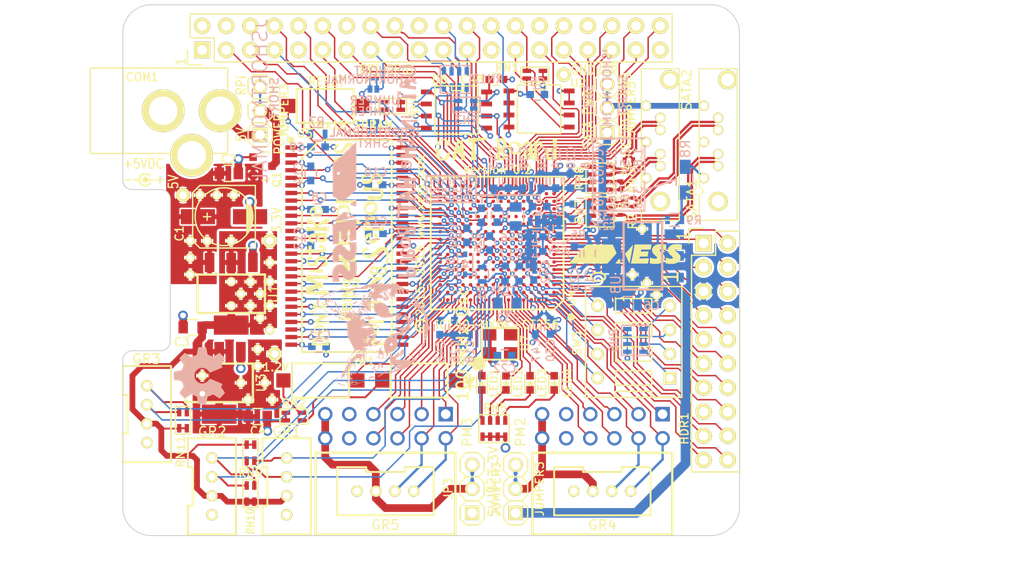
<source format=kicad_pcb>
(kicad_pcb (version 20221018) (generator pcbnew)
  (title_block (title "CAT") (date "2015-09-01") (rev "0.1") (company "XESS Corp.") (comment 1 "(c) 2015") (comment 2 "OSHW") (comment 3 "CC BY 4.0"))
  (layers (0 "F.Cu" signal) (1 "In1.Cu" signal) (2 "In2.Cu" signal) (31 "B.Cu" signal) (34 "B.Paste" user) (35 "F.Paste" user) (36 "B.SilkS" user "B.Silkscreen") (37 "F.SilkS" user "F.Silkscreen") (38 "B.Mask" user) (39 "F.Mask" user) (44 "Edge.Cuts" user))
  (net 0 "")
  (net 1 "Net-(CON1-Pad1)")
  (net 2 "+3.3V")
  (net 3 "+5V")
  (net 4 "GND")
  (net 5 "+5V-RPi")
  (net 6 "+1.2V")
  (net 7 "BCM0_ID_SD")
  (net 8 "BCM1_ID_SC")
  (net 9 "PM2-B2")
  (net 10 "PM2-B1")
  (net 11 "PM3-B2")
  (net 12 "PM3-B1")
  (net 13 "Net-(C32-Pad1)")
  (net 14 "Net-(C32-Pad2)")
  (net 15 "Net-(C33-Pad1)")
  (net 16 "Net-(C33-Pad2)")
  (net 17 "BCM2_SDA")
  (net 18 "BCM3_SCL")
  (net 19 "BCM4_GPCLK0")
  (net 20 "BCM14_TXD")
  (net 21 "BCM15_RXD")
  (net 22 "BCM17")
  (net 23 "BCM18_PCM_C")
  (net 24 "BCM27_PCM_0")
  (net 25 "BCM22")
  (net 26 "BCM23")
  (net 27 "BCM24")
  (net 28 "BCM10_MOSI")
  (net 29 "BCM9_MISO")
  (net 30 "BCM25")
  (net 31 "BCM11_SCLK")
  (net 32 "BCM8_CE0")
  (net 33 "BCM7_CE1")
  (net 34 "BCM5")
  (net 35 "BCM6")
  (net 36 "BCM12")
  (net 37 "BCM13")
  (net 38 "BCM19_MISO")
  (net 39 "BCM16")
  (net 40 "BCM26")
  (net 41 "BCM20_MOSI")
  (net 42 "BCM21_SCLK")
  (net 43 "PM2-B3")
  (net 44 "PM2-A1")
  (net 45 "PM2-A3")
  (net 46 "PM2-B4")
  (net 47 "PM2-A2")
  (net 48 "PM2-A4")
  (net 49 "PM3-B3")
  (net 50 "PM3-A1")
  (net 51 "PM3-A3")
  (net 52 "PM3-B4")
  (net 53 "PM3-A2")
  (net 54 "PM3-A4")
  (net 55 "VCCIO_3")
  (net 56 "Net-(D1-Pad1)")
  (net 57 "SD_DQ0")
  (net 58 "SD_DQ1")
  (net 59 "SD_DQ2")
  (net 60 "SD_DQ3")
  (net 61 "SD_DQ4")
  (net 62 "SD_DQ5")
  (net 63 "SD_DQ6")
  (net 64 "SD_DQ7")
  (net 65 "SD_LDQM")
  (net 66 "~{SD_WE}")
  (net 67 "~{SD_CAS}")
  (net 68 "~{SD_RAS}")
  (net 69 "~{SD_CS}")
  (net 70 "SD_BS0")
  (net 71 "SD_BS1")
  (net 72 "SD_A10")
  (net 73 "SD_A0")
  (net 74 "SD_A1")
  (net 75 "SD_A2")
  (net 76 "SD_A3")
  (net 77 "SD_A4")
  (net 78 "SD_A5")
  (net 79 "SD_A6")
  (net 80 "SD_A7")
  (net 81 "SD_A8")
  (net 82 "SD_A9")
  (net 83 "SD_A11")
  (net 84 "SD_A12")
  (net 85 "SD_CKE")
  (net 86 "SD_CLK")
  (net 87 "SD_UDQM")
  (net 88 "SD_DQ8")
  (net 89 "SD_DQ9")
  (net 90 "SD_DQ10")
  (net 91 "SD_DQ11")
  (net 92 "SD_DQ12")
  (net 93 "SD_DQ13")
  (net 94 "SD_DQ14")
  (net 95 "SD_DQ15")
  (net 96 "LED1")
  (net 97 "LED2")
  (net 98 "LED3")
  (net 99 "LED4")
  (net 100 "Net-(LED1-Pad1)")
  (net 101 "Net-(LED2-Pad1)")
  (net 102 "Net-(LED3-Pad1)")
  (net 103 "Net-(LED4-Pad1)")
  (net 104 "Net-(GR4-Pad3)")
  (net 105 "Net-(GR5-Pad3)")
  (net 106 "GR1-IO2")
  (net 107 "GR1-IO1")
  (net 108 "GR2-IO2")
  (net 109 "GR2-IO1")
  (net 110 "GR3-IO2")
  (net 111 "GR3-IO1")
  (net 112 "Net-(RN2-Pad3)")
  (net 113 "Net-(RN2-Pad4)")
  (net 114 "Net-(RN6-Pad1)")
  (net 115 "Net-(RN6-Pad2)")
  (net 116 "Net-(RN6-Pad3)")
  (net 117 "Net-(RN6-Pad4)")
  (net 118 "HDR1-1")
  (net 119 "HDR1-2")
  (net 120 "HDR1-3")
  (net 121 "HDR1-4")
  (net 122 "HDR1-6")
  (net 123 "HDR1-7")
  (net 124 "HDR1-8")
  (net 125 "HDR1-9")
  (net 126 "HDR1-10")
  (net 127 "HDR1-11")
  (net 128 "HDR1-12")
  (net 129 "HDR1-13")
  (net 130 "HDR1-14")
  (net 131 "HDR1-16")
  (net 132 "HDR1-17")
  (net 133 "HDR1-18")
  (net 134 "HDR1-19")
  (net 135 "HDR1-20")
  (net 136 "SATA1_B+")
  (net 137 "SATA1_B-")
  (net 138 "SATA1_A-")
  (net 139 "SATA1_A+")
  (net 140 "SATA2_B+")
  (net 141 "SATA2_B-")
  (net 142 "SATA2_A-")
  (net 143 "SATA2_A+")
  (net 144 "SW1")
  (net 145 "SW2")
  (net 146 "DIPSW4")
  (net 147 "DIPSW3")
  (net 148 "DIPSW2")
  (net 149 "DIPSW1")
  (net 150 "USER_CLK")
  (net 151 "Net-(R7-Pad2)")
  (net 152 "/SATA1_A_N")
  (net 153 "/SATA1_A_P")
  (net 154 "/SATA1_B_P")
  (net 155 "/SATA1_B_N")
  (net 156 "/SATA2_A_N")
  (net 157 "/SATA2_A_P")
  (net 158 "/SATA2_B_P")
  (net 159 "/SATA2_B_N")
  (net 160 "Net-(JP1-Pad2)")
  (net 161 "Net-(JP4-Pad2)")
  (net 162 "Net-(JP5-Pad2)")
  (net 163 "Net-(JP6-Pad2)")
  (net 164 "Net-(R8-Pad1)")
  (net 165 "Net-(RN12-Pad6)")
  (net 166 "Net-(RN12-Pad5)")
  (net 167 "Net-(RN12-Pad7)")
  (net 168 "Net-(RN12-Pad8)")
  (footprint "RPi_Hat:RPi_Hat_Mounting_Hole" (layer "F.Cu") (at 61.5 4)
    (fp_text reference "" hide)
    (fp_text value "" hide)
  )
  (footprint "RPi_Hat:RPi_Hat_Mounting_Hole" (layer "F.Cu") (at 3.5 4)
    (fp_text reference "" hide)
    (fp_text value "" hide)
  )
  (footprint "RPi_Hat:RPi_Hat_Mounting_Hole" (layer "F.Cu") (at 3.5 53)
    (fp_text reference "" hide)
    (fp_text value "" hide)
  )
  (footprint "RPi_Hat:RPi_Hat_Mounting_Hole" (layer "F.Cu") (at 61.5 53)
    (fp_text reference "" hide)
    (fp_text value "" hide)
  )
  (footprint "XESS:SOT-223" (layer "F.Cu") (at 11.43 30.988 -90)
    (fp_text reference "U1")
    (fp_text value "AZ1117EH-3.3")
  )
  (footprint "XESS:PMOD_SCKT-12" (layer "F.Cu") (at 50.546 44.958 -90)
    (fp_text reference "PM2" hide)
    (fp_text value "PMOD_SCKT-12" hide)
  )
  (footprint "XESS:PMOD_SCKT-12" (layer "F.Cu") (at 27.686 44.958 -90)
    (fp_text reference "PM3" hide)
    (fp_text value "PMOD_SCKT-12" hide)
  )
  (footprint "XESS:HDR_1x3" (layer "F.Cu") (at 41.402 51.562 90)
    (fp_text reference "JP2")
    (fp_text value "JUMPER3")
  )
  (footprint "XESS:HDR_1x3" (layer "F.Cu") (at 36.83 51.562 90)
    (fp_text reference "JP3")
    (fp_text value "JUMPER3")
  )
  (footprint "Connect:BARREL_JACK" (layer "F.Cu") (at 4.064 11.684)
    (fp_text reference "CON1")
    (fp_text value "BARREL_JACK")
  )
  (footprint "RPi_Hat:Pin_Header_Straight_2x20" (layer "F.Cu") (at 32.5 4 90)
    (fp_text reference "GPIO1" hide)
    (fp_text value "RPi_GPIO" hide)
  )
  (footprint "XESS:CTS_742C043" (layer "F.Cu") (at 43.434 7.874 90)
    (fp_text reference "RN1")
    (fp_text value "4.7K" hide)
  )
  (footprint "SMD_Packages:SOIC-8-N" (layer "F.Cu") (at 43.87664 11.49884 -90)
    (fp_text reference "U2")
    (fp_text value "I2C Flash")
  )
  (footprint "XESS:GROVE_MALE" (layer "F.Cu") (at 50.546 51.816 180)
    (fp_text reference "GR4")
    (fp_text value "Grove" hide)
  )
  (footprint "XESS:GROVE_MALE" (layer "F.Cu") (at 27.686 51.816 180)
    (fp_text reference "GR5")
    (fp_text value "Grove" hide)
  )
  (footprint "XESS:SOT-223" (layer "F.Cu") (at 10.16 40.386 -90)
    (fp_text reference "U3")
    (fp_text value "AZ1117EH-1.2")
  )
  (footprint "XESS:Lattice_caBGA_256" (layer "F.Cu") (at 39.45636 25.63622 180)
    (fp_text reference "U4")
    (fp_text value "iCE40-HX8K-CT256")
  )
  (footprint "XESS:HDR_1x3" (layer "F.Cu") (at 14.478 11.684 90)
    (fp_text reference "JP4")
    (fp_text value "JUMPER3")
  )
  (footprint "XESS:TSOPII-54" (layer "F.Cu") (at 23.61438 25.9588)
    (fp_text reference "U5")
    (fp_text value "16Mx16 SDRAM")
  )
  (footprint "XESS:CTS_742C043" (layer "F.Cu") (at 28.448 11.176 -90)
    (fp_text reference "RN4")
    (fp_text value "4.7K" hide)
  )
  (footprint "SMD_Packages:SOIC-8-N" (layer "F.Cu") (at 35.17392 11.60272 -90)
    (fp_text reference "U6")
    (fp_text value "SPI Flash")
  )
  (footprint "XESS:2.5x3.2" (layer "F.Cu") (at 39.7764 36.2712 90)
    (fp_text reference "U7")
    (fp_text value "100 MHz Osc")
  )
  (footprint "LEDs:LED-0603" (layer "F.Cu") (at 37.846 40.386 90)
    (fp_text reference "LED1")
    (fp_text value "LED")
  )
  (footprint "LEDs:LED-0603" (layer "F.Cu") (at 40.386 40.386 90)
    (fp_text reference "LED2")
    (fp_text value "LED")
  )
  (footprint "LEDs:LED-0603" (layer "F.Cu") (at 42.926 40.386 90)
    (fp_text reference "LED3")
    (fp_text value "LED")
  )
  (footprint "LEDs:LED-0603" (layer "F.Cu") (at 45.466 40.386 90)
    (fp_text reference "LED4")
    (fp_text value "LED")
  )
  (footprint "Housings_SOT-23_SOT-143_TSOT-6:SOT-23" (layer "F.Cu") (at 14.732 17.526 -90)
    (fp_text reference "Q1")
    (fp_text value "Q_PMOS_GSD")
  )
  (footprint "XESS:RS-282G05A3-SM_RT" (layer "F.Cu") (at 21.336 11.176)
    (fp_text reference "RESET1" hide)
    (fp_text value "SW_PUSH" hide)
  )
  (footprint "XESS:CTS_742C083" (layer "F.Cu") (at 39.116 45.212 180)
    (fp_text reference "RN5")
    (fp_text value "100" hide)
  )
  (footprint "XESS:RS-282G05A3-SM_RT" (layer "F.Cu") (at 20.828 40.132)
    (fp_text reference "SW1")
    (fp_text value "SW_PUSH" hide)
  )
  (footprint "XESS:RS-282G05A3-SM_RT" (layer "F.Cu") (at 31.242 40.132)
    (fp_text reference "SW2")
    (fp_text value "SW_PUSH" hide)
  )
  (footprint "Resistors_SMD:R_0402" (layer "F.Cu") (at 52.451 23.114 -90)
    (fp_text reference "R2")
    (fp_text value "127")
  )
  (footprint "Resistors_SMD:R_0402" (layer "F.Cu") (at 53.848 21.336 -90)
    (fp_text reference "R3")
    (fp_text value "127")
  )
  (footprint "Resistors_SMD:R_0402" (layer "F.Cu") (at 52.451 19.558 -90)
    (fp_text reference "R4")
    (fp_text value "127")
  )
  (footprint "Resistors_SMD:R_0402" (layer "F.Cu") (at 53.34 16.891)
    (fp_text reference "R5")
    (fp_text value "127")
  )
  (footprint "XESS:CTS_742C083" (layer "F.Cu") (at 50.292 22.352 90)
    (fp_text reference "RN7")
    (fp_text value "200" hide)
  )
  (footprint "XESS:CTS_742C083" (layer "F.Cu") (at 50.292 18.796 90)
    (fp_text reference "RN8")
    (fp_text value "200" hide)
  )
  (footprint "Capacitors_SMD:c_elec_6.3x5.3" (layer "F.Cu") (at 10.668 22.86 180)
    (fp_text reference "C1")
    (fp_text value "100uF")
  )
  (footprint "Capacitors_SMD:C_0805" (layer "F.Cu") (at 11.176 18.288)
    (fp_text reference "C2")
    (fp_text value "10uF")
  )
  (footprint "Capacitors_SMD:C_0805" (layer "F.Cu") (at 7.366 34.544 180)
    (fp_text reference "C3")
    (fp_text value "10uF")
  )
  (footprint "Capacitors_SMD:C_0805" (layer "F.Cu") (at 14.224 43.942)
    (fp_text reference "C4")
    (fp_text value "10uF")
  )
  (footprint "Capacitors_SMD:C_0603" (layer "F.Cu") (at 39.37 8.382)
    (fp_text reference "C48")
    (fp_text value "0.1uF")
  )
  (footprint "Measurement_Points:Measurement_Point_Round-TH_Small" (layer "F.Cu") (at 16.002 37.338)
    (fp_text reference "TP-1.2V1" hide)
    (fp_text value "TPTP-COMPACT")
  )
  (footprint "Measurement_Points:Measurement_Point_Round-TH_Small" (layer "F.Cu") (at 15.494 25.4)
    (fp_text reference "TP-3.3V1" hide)
    (fp_text value "TPTP-COMPACT")
  )
  (footprint "Measurement_Points:Measurement_Point_Round-TH_Small" (layer "F.Cu") (at 6.35 20.574)
    (fp_text reference "TP-5V1" hide)
    (fp_text value "TPTP-COMPACT")
  )
  (footprint "Measurement_Points:Measurement_Point_Round-TH_Small" (layer "F.Cu") (at 46.482 7.874)
    (fp_text reference "TP-GND1" hide)
    (fp_text value "TPTP-COMPACT")
  )
  (footprint "XESS:GROVE_MALE" (layer "F.Cu") (at 17.272 51.308 -90)
    (fp_text reference "GR1")
    (fp_text value "Grove" hide)
  )
  (footprint "XESS:GROVE_MALE" (layer "F.Cu") (at 2.54 43.688 -90)
    (fp_text reference "GR3")
    (fp_text value "Grove" hide)
  )
  (footprint "XESS:HDR_1x3" (layer "F.Cu") (at 51.054 11.43 90)
    (fp_text reference "JP6")
    (fp_text value "JUMPER3")
  )
  (footprint "XESS:CTS_742C043" (layer "F.Cu") (at 18.034 43.942 -90)
    (fp_text reference "RN2")
    (fp_text value "100" hide)
  )
  (footprint "XESS:xess-DS-04" (layer "F.Cu") (at 53.848 36.068 90)
    (fp_text reference "SW3")
    (fp_text value "DIPSW4" hide)
  )
  (footprint "Pin_Headers:Pin_Header_Straight_2x10" (layer "F.Cu") (at 61.214 25.654)
    (fp_text reference "HDR1")
    (fp_text value "CONN_02X10")
  )
  (footprint "XESS:CTS_742C043" (layer "F.Cu") (at 13.462 47.752 180)
    (fp_text reference "RN9")
    (fp_text value "4.7K" hide)
  )
  (footprint "XESS:CTS_742C043" (layer "F.Cu") (at 13.462 52.07)
    (fp_text reference "RN10")
    (fp_text value "4.7K" hide)
  )
  (footprint "XESS:CTS_742C043" (layer "F.Cu") (at 6.35 44.323)
    (fp_text reference "RN11")
    (fp_text value "4.7K" hide)
  )
  (footprint "XESS:GROVE_MALE" (layer "F.Cu") (at 9.398 51.308 -90)
    (fp_text reference "GR2")
    (fp_text value "Grove" hide)
  )
  (footprint "XESS:stitch-1.0" (layer "F.Cu") (at 7.112 27.178)
    (fp_text reference "REF**" hide)
    (fp_text value "stitch-1.0" hide)
  )
  (footprint "XESS:stitch-1.0" (layer "F.Cu") (at 7.112 25.4)
    (fp_text reference "REF**" hide)
    (fp_text value "stitch-1.0" hide)
  )
  (footprint "XESS:stitch-1.0" (layer "F.Cu") (at 8.128 20.574 90)
    (fp_text reference "REF**" hide)
    (fp_text value "stitch-1.0" hide)
  )
  (footprint "XESS:stitch-1.0" (layer "F.Cu") (at 9.906 20.574 90)
    (fp_text reference "REF**" hide)
    (fp_text value "stitch-1.0" hide)
  )
  (footprint "XESS:stitch-1.0" (layer "F.Cu") (at 11.684 20.574)
    (fp_text reference "REF**" hide)
    (fp_text value "stitch-1.0" hide)
  )
  (footprint "XESS:stitch-1.0" (layer "F.Cu") (at 8.89 25.4)
    (fp_text reference "REF**" hide)
    (fp_text value "stitch-1.0" hide)
  )
  (footprint "XESS:stitch-1.0" (layer "F.Cu") (at 8.382 39.624)
    (fp_text reference "REF**" hide)
    (fp_text value "stitch-1.0" hide)
  )
  (footprint "XESS:stitch-1.0" (layer "F.Cu") (at 8.382 41.529)
    (fp_text reference "REF**" hide)
    (fp_text value "stitch-1.0" hide)
  )
  (footprint "XESS:stitch-1.0" (layer "F.Cu") (at 14.224 38.608)
    (fp_text reference "REF**" hide)
    (fp_text value "stitch-1.0" hide)
  )
  (footprint "XESS:stitch-1.0" (layer "F.Cu") (at 12.446 40.386)
    (fp_text reference "REF**" hide)
    (fp_text value "stitch-1.0" hide)
  )
  (footprint "XESS:stitch-1.0" (layer "F.Cu") (at 14.986 40.386)
    (fp_text reference "REF**" hide)
    (fp_text value "stitch-1.0" hide)
  )
  (footprint "XESS:stitch-1.0" (layer "F.Cu") (at 15.748 42.164)
    (fp_text reference "REF**" hide)
    (fp_text value "stitch-1.0" hide)
  )
  (footprint "XESS:stitch-1.0" (layer "F.Cu") (at 13.208 42.164)
    (fp_text reference "REF**" hide)
    (fp_text value "stitch-1.0" hide)
  )
  (footprint "XESS:stitch-1.0" (layer "F.Cu") (at 14.224 36.83)
    (fp_text reference "REF**" hide)
    (fp_text value "stitch-1.0" hide)
  )
  (footprint "XESS:stitch-1.0" (layer "F.Cu") (at 11.43 29.718)
    (fp_text reference "REF**" hide)
    (fp_text value "stitch-1.0" hide)
  )
  (footprint "XESS:stitch-1.0" (layer "F.Cu") (at 11.43 32.258)
    (fp_text reference "REF**" hide)
    (fp_text value "stitch-1.0" hide)
  )
  (footprint "XESS:stitch-1.0" (layer "F.Cu") (at 12.446 30.988)
    (fp_text reference "REF**" hide)
    (fp_text value "stitch-1.0" hide)
  )
  (footprint "XESS:stitch-1.0" (layer "F.Cu") (at 13.462 29.718)
    (fp_text reference "REF**" hide)
    (fp_text value "stitch-1.0" hide)
  )
  (footprint "XESS:stitch-1.0" (layer "F.Cu") (at 13.462 32.258)
    (fp_text reference "REF**" hide)
    (fp_text value "stitch-1.0" hide)
  )
  (footprint "XESS:stitch-1.0" (layer "F.Cu") (at 14.478 30.988)
    (fp_text reference "REF**" hide)
    (fp_text value "stitch-1.0" hide)
  )
  (footprint "XESS:stitch-1.0" (layer "F.Cu") (at 15.494 29.718)
    (fp_text reference "REF**" hide)
    (fp_text value "stitch-1.0" hide)
  )
  (footprint "XESS:stitch-1.0" (layer "F.Cu") (at 15.494 32.258)
    (fp_text reference "REF**" hide)
    (fp_text value "stitch-1.0" hide)
  )
  (footprint "XESS:stitch-1.0" (layer "F.Cu") (at 14.478 33.528)
    (fp_text reference "REF**" hide)
    (fp_text value "stitch-1.0" hide)
  )
  (footprint "XESS:stitch-1.0" (layer "F.Cu") (at 15.494 34.798)
    (fp_text reference "REF**" hide)
    (fp_text value "stitch-1.0" hide)
  )
  (footprint "XESS:stitch-1.0" (layer "F.Cu") (at 15.494 27.686)
    (fp_text reference "REF**" hide)
    (fp_text value "stitch-1.0" hide)
  )
  (footprint "XESS:stitch-1.0" (layer "F.Cu") (at 7.112 28.956)
    (fp_text reference "REF**" hide)
    (fp_text value "stitch-1.0" hide)
  )
  (footprint "XESS:stitch-1.0" (layer "F.Cu") (at 11.43 25.4)
    (fp_text reference "REF**" hide)
    (fp_text value "stitch-1.0" hide)
  )
  (footprint "XESS:stitch-1.0" (layer "F.Cu") (at 54.737 24.13)
    (fp_text reference "REF**" hide)
    (fp_text value "stitch-1.0" hide)
  )
  (footprint "XESS:stitch-1.0" (layer "F.Cu") (at 56.261 31.115)
    (fp_text reference "REF**" hide)
    (fp_text value "stitch-1.0" hide)
  )
  (footprint "XESS:stitch-1.0" (layer "F.Cu") (at 53.721 28.956)
    (fp_text reference "REF**" hide)
    (fp_text value "stitch-1.0" hide)
  )
  (footprint "XESS:stitch-1.0" (layer "F.Cu") (at 55.245 29.845)
    (fp_text reference "REF**" hide)
    (fp_text value "stitch-1.0" hide)
  )
  (footprint "XESS Logos:cat_board" (layer "F.Cu") (at 39.37 15.748)
    (fp_text reference "G***" hide)
    (fp_text value "LOGO" hide)
  )
  (footprint "XESS Logos:xess_logo_12mm" (layer "F.Cu") (at 52.959 26.797)
    (fp_text reference "" hide)
    (fp_text value "" hide)
  )
  (footprint "XESS Logos:humor_slogan" (layer "F.Cu") (at 23.622 25.781 90)
    (fp_text reference "G***" hide)
    (fp_text value "LOGO" hide)
  )
  (footprint "XESS:SATA-MOLEX-67491" (layer "F.Cu") (at 62.75 15.24 -90)
    (fp_text reference "SATA1")
    (fp_text value "SATA_CONN" hide)
  )
  (footprint "XESS:SATA-MOLEX-67491" (layer "F.Cu") (at 56.654 15.24 -90)
    (fp_text reference "SATA2")
    (fp_text value "SATA_CONN" hide)
  )
  (footprint "XESS:xess-JSHORT" (layer "B.Cu") (at 41.39 50.604 90)
    (fp_text reference "SH3" hide)
    (fp_text value "JSHORTNORMAL" hide)
  )
  (footprint "XESS:xess-JSHORT" (layer "B.Cu") (at 36.83 50.614 90)
    (fp_text reference "SH4" hide)
    (fp_text value "JSHORTNORMAL" hide)
  )
  (footprint "XESS Logos:oshw_logo_6mm" (layer "B.Cu") (at 8.06704 39.62908 -90)
    (fp_text reference "" hide)
    (fp_text value "" hide)
  )
  (footprint "Diodes_SMD:SOD-323" (layer "B.Cu") (at 36.08324 27.87904 90)
    (fp_text reference "D1")
    (fp_text value "D")
  )
  (footprint "XESS:CTS_742C043" (layer "B.Cu") (at 36.195 11.049 90)
    (fp_text reference "RN3")
    (fp_text value "4.7K" hide)
  )
  (footprint "Capacitors_SMD:C_0603" (layer "B.Cu") (at 43.688 9.9695 180)
    (fp_text reference "C5")
    (fp_text value "0.1uF")
  )
  (footprint "Capacitors_SMD:C_0603" (layer "B.Cu") (at 20.574 22.098)
    (fp_text reference "C8")
    (fp_text value "0.1uF")
  )
  (footprint "Capacitors_SMD:C_0603" (layer "B.Cu") (at 20.574 15.494)
    (fp_text reference "C9")
    (fp_text value "1.0uF")
  )
  (footprint "Capacitors_SMD:C_0603" (layer "B.Cu") (at 26.63444 19.48434 180)
    (fp_text reference "C10")
    (fp_text value "0.1uF")
  )
  (footprint "Capacitors_SMD:C_0603" (layer "B.Cu") (at 20.68068 36.55314)
    (fp_text reference "C11")
    (fp_text value "1.0uF")
  )
  (footprint "Capacitors_SMD:C_0603" (layer "B.Cu") (at 19.812 25.146 90)
    (fp_text reference "C12")
    (fp_text value "0.1uF")
  )
  (footprint "Capacitors_SMD:C_0603" (layer "B.Cu") (at 26.67 24.638 180)
    (fp_text reference "C13")
    (fp_text value "1.0uF")
  )
  (footprint "Capacitors_SMD:C_0603" (layer "B.Cu") (at 19.812 18.288 -90)
    (fp_text reference "C14")
    (fp_text value "0.1uF")
  )
  (footprint "Capacitors_SMD:C_0603" (layer "B.Cu") (at 48.70196 19.1015 90)
    (fp_text reference "C16")
    (fp_text value "0.1uF")
  )
  (footprint "Capacitors_SMD:C_0603" (layer "B.Cu") (at 41.05656 28.05684)
    (fp_text reference "C17")
    (fp_text value "0.1uF")
  )
  (footprint "Capacitors_SMD:C_0603" (layer "B.Cu") (at 36.52266 34.57194 -90)
    (fp_text reference "C18")
    (fp_text value "0.1uF")
  )
  (footprint "Capacitors_SMD:C_0603" (layer "B.Cu") (at 49.1998 26.7328 90)
    (fp_text reference "C19")
    (fp_text value "0.1uF")
  )
  (footprint "Capacitors_SMD:C_0603" (layer "B.Cu") (at 47.16272 19.1015 90)
    (fp_text reference "C20")
    (fp_text value "1.0uF")
  )
  (footprint "Capacitors_SMD:C_0603" (layer "B.Cu") (at 37.80536 22.71592 -90)
    (fp_text reference "C21")
    (fp_text value "1.0uF")
  )
  (footprint "Capacitors_SMD:C_0603" (layer "B.Cu") (at 40.2336 37.4904)
    (fp_text reference "C22")
    (fp_text value "1.0uF")
  )
  (footprint "Capacitors_SMD:C_0603" (layer "B.Cu") (at 47.5742 26.7328 90)
    (fp_text reference "C23")
    (fp_text value "1.0uF")
  )
  (footprint "Capacitors_SMD:C_0603" (layer "B.Cu") (at 45.63364 19.09756 90)
    (fp_text reference "C24")
    (fp_text value "0.1uF")
  )
  (footprint "Capacitors_SMD:C_0603" (layer "B.Cu") (at 38.66642 25.64708 90)
    (fp_text reference "C25")
    (fp_text value "0.1uF")
  )
  (footprint "Capacitors_SMD:C_0603" (layer "B.Cu") (at 34.96818 34.57264 -90)
    (fp_text reference "C26")
    (fp_text value "0.1uF")
  )
  (footprint "Capacitors_SMD:C_0603" (layer "B.Cu") (at 48.24546 23.0886)
    (fp_text reference "C27")
    (fp_text value "0.1uF")
  )
  (footprint "Capacitors_SMD:C_0603" (layer "B.Cu") (at 44.09186 19.10772 90)
    (fp_text reference "C28")
    (fp_text value "1.0uF")
  )
  (footprint "Capacitors_SMD:C_0603" (layer "B.Cu") (at 36.25342 24.82018 90)
    (fp_text reference "C29")
    (fp_text value "1.0uF")
  )
  (footprint "Capacitors_SMD:C_0603" (layer "B.Cu") (at 45.0596 34.4812 -90)
    (fp_text reference "C30")
    (fp_text value "1.0uF")
  )
  (footprint "Capacitors_SMD:C_0603" (layer "B.Cu") (at 48.2346 21.52396)
    (fp_text reference "C31")
    (fp_text value "1.0uF")
  )
  (footprint "Capacitors_SMD:C_0805" (layer "B.Cu") (at 40.5384 32.004 180)
    (fp_text reference "C32")
    (fp_text value "10uF")
  )
  (footprint "Capacitors_SMD:C_0805" (layer "B.Cu") (at 41.41216 22.83028 -90)
    (fp_text reference "C33")
    (fp_text value "10uF")
  )
  (footprint "Capacitors_SMD:C_0603" (layer "B.Cu") (at 41.02354 29.65704 180)
    (fp_text reference "C34")
    (fp_text value "0.1uF")
  )
  (footprint "Capacitors_SMD:C_0603" (layer "B.Cu") (at 39.45636 22.68474 -90)
    (fp_text reference "C35")
    (fp_text value "0.1uF")
  )
  (footprint "Capacitors_SMD:C_0603" (layer "B.Cu") (at 45.95876 24.08498 -90)
    (fp_text reference "C38")
    (fp_text value "1.0uF")
  )
  (footprint "Capacitors_SMD:C_0603" (layer "B.Cu") (at 42.15892 19.11026 90)
    (fp_text reference "C39")
    (fp_text value "1.0uF")
  )
  (footprint "Capacitors_SMD:C_0603" (layer "B.Cu") (at 43.93946 21.78304 180)
    (fp_text reference "C40")
    (fp_text value "0.1uF")
  )
  (footprint "Capacitors_SMD:C_0603" (layer "B.Cu") (at 40.62984 19.11026 90)
    (fp_text reference "C41")
    (fp_text value "0.1uF")
  )
  (footprint "Capacitors_SMD:C_0603" (layer "B.Cu") (at 43.32224 28.78074 -90)
    (fp_text reference "C42")
    (fp_text value "0.1uF")
  )
  (footprint "Capacitors_SMD:C_0603" (layer "B.Cu") (at 39.09314 19.12042 90)
    (fp_text reference "C43")
    (fp_text value "0.01uF")
  )
  (footprint "Capacitors_SMD:C_0603" (layer "B.Cu") (at 43.51782 26.51252)
    (fp_text reference "C44")
    (fp_text value "0.1uF")
  )
  (footprint "Capacitors_SMD:C_0603" (layer "B.Cu") (at 33.41116 34.5567 -90)
    (fp_text reference "C45")
    (fp_text value "0.1uF")
  )
  (footprint "Capacitors_SMD:C_0603" (layer "B.Cu") (at 43.52728 24.9682)
    (fp_text reference "C46")
    (fp_text value "0.01uF")
  )
  (footprint "Capacitors_SMD:C_0603" (layer "B.Cu") (at 43.4848 34.4812 -90)
    (fp_text reference "C47")
    (fp_text value "0.1uF")
  )
  (footprint "Resistors_SMD:R_0603" (layer "B.Cu") (at 37.86886 28.94076 90)
    (fp_text reference "R1")
    (fp_text value "100")
  )
  (footprint "Resistors_SMD:R_0603" (layer "B.Cu") (at 43.68546 23.37562)
    (fp_text reference "R6")
    (fp_text value "100")
  )
  (footprint "XESS:CTS_742C083" (layer "B.Cu") (at 54.03088 35.90544 -90)
    (fp_text reference "RN6")
    (fp_text value "100" hide)
  )
  (footprint "XESS:xess-JSHORT" (layer "B.Cu") (at 51.054 9.779 -90)
    (fp_text reference "SH2")
    (fp_text value "JSHORTNORMAL")
  )
  (footprint "XESS:xess-JSHORT" (layer "B.Cu") (at 26.67 13.97 180)
    (fp_text reference "SH5" hide)
    (fp_text value "JSHORTNORMAL")
  )
  (footprint "XESS:xess-JSHORT" (layer "B.Cu") (at 26.162 8.382)
    (fp_text reference "SH6" hide)
    (fp_text value "JSHORTNORMAL")
  )
  (footprint "Resistors_SMD:R_0603" (layer "B.Cu") (at 20.574 14.1224 180)
    (fp_text reference "R7")
    (fp_text value "100")
  )
  (footprint "Capacitors_SMD:C_0805" (layer "B.Cu") (at 53.213 32.131)
    (fp_text reference "C6")
    (fp_text value "10uF")
  )
  (footprint "Resistors_SMD:R_0603" (layer "B.Cu") (at 58.166 23.1902)
    (fp_text reference "R9")
    (fp_text value "768")
  )
  (footprint "XESS:SOT-223" (layer "B.Cu") (at 54.81828 26.99004 180)
    (fp_text reference "U8")
    (fp_text value "AZ1117EH-ADJ")
  )
  (footprint "XESS:xess-JSHORT" (layer "B.Cu") (at 14.478 10.668 90)
    (fp_text reference "SH1" hide)
    (fp_text value "JSHORTNORMAL")
  )
  (footprint "XESS:S_JUMPER_2" (layer "B.Cu") (at 26.416 12.954)
    (fp_text reference "JP1" hide)
    (fp_text value "JUMPER")
  )
  (footprint "XESS:S_JUMPER_2" (layer "B.Cu") (at 26.416 9.398 180)
    (fp_text reference "JP5" hide)
    (fp_text value "JUMPER")
  )
  (footprint "XESS Logos:rookie_head_12x12" (layer "B.Cu") (at 26.416 35.179 -90)
    (fp_text reference "G***" hide)
    (fp_text value "LOGO" hide)
  )
  (footprint "XESS Logos:cat_tagline" (layer "B.Cu") (at 29.972 18.034 -90)
    (fp_text reference "G***" hide)
    (fp_text value "LOGO" hide)
  )
  (footprint "XESS Logos:xess_logo_15mm" (layer "B.Cu") (at 23.368 22.352 -90)
    (fp_text reference "" hide)
    (fp_text value "" hide)
  )
  (footprint "Resistors_SMD:R_0805_HandSoldering" (layer "B.Cu") (at 59.2074 18.9484 90)
    (fp_text reference "R8")
    (fp_text value "1260")
  )
  (footprint "XESS:CTS_742C083" (layer "B.Cu") (at 35.052 8.382)
    (fp_text reference "RN12")
    (fp_text value "100" hide)
  )
  (gr_line (start 54.991 22.225) (end 54.991 14.605) (stroke (width 0.2)) (layer "B.SilkS"))
  (gr_line (start 37.211 21.336) (end 37.211 20.574) (stroke (width 0.2)) (layer "B.SilkS"))
  (gr_line (start 37.846 20.574) (end 37.846 21.336) (stroke (width 0.2)) (layer "B.SilkS"))
  (gr_line (start 46.609 25.654) (end 45.339 25.654) (stroke (width 0.2)) (layer "B.SilkS"))
  (gr_line (start 37.211 18.542) (end 32.004 18.542) (stroke (width 0.2)) (layer "B.SilkS"))
  (gr_line (start 39.497 20.701) (end 39.497 21.336) (stroke (width 0.2)) (layer "B.SilkS"))
  (gr_line (start 44.958 24.384) (end 44.45 24.003) (stroke (width 0.2)) (layer "B.SilkS"))
  (gr_line (start 41.402 20.701) (end 41.402 21.209) (stroke (width 0.2)) (layer "B.SilkS"))
  (gr_line (start 45.339 25.654) (end 44.958 25.273) (stroke (width 0.2)) (layer "B.SilkS"))
  (gr_line (start 54.991 14.605) (end 49.53 14.605) (stroke (width 0.2)) (layer "B.SilkS"))
  (gr_line (start 32.004 18.542) (end 32.004 21.336) (stroke (width 0.2)) (layer "B.SilkS"))
  (gr_line (start 49.53 14.605) (end 49.53 22.225) (stroke (width 0.2)) (layer "B.SilkS"))
  (gr_line (start 47.117 25.146) (end 46.609 25.654) (stroke (width 0.2)) (layer "B.SilkS"))
  (gr_line (start 49.53 22.225) (end 54.991 22.225) (stroke (width 0.2)) (layer "B.SilkS"))
  (gr_line (start 43.942 20.574) (end 37.211 20.574) (stroke (width 0.2)) (layer "B.SilkS"))
  (gr_line (start 32.004 21.336) (end 37.211 21.336) (stroke (width 0.2)) (layer "B.SilkS"))
  (gr_line (start 43.942 21.082) (end 43.942 20.574) (stroke (width 0.2)) (layer "B.SilkS"))
  (gr_line (start 54.991 20.066) (end 58.293 18.923) (stroke (width 0.2)) (layer "B.SilkS"))
  (gr_line (start 49.911 22.606) (end 49.276 22.098) (stroke (width 0.2)) (layer "B.SilkS"))
  (gr_line (start 49.911 23.749) (end 49.403 23.241) (stroke (width 0.2)) (layer "B.SilkS"))
  (gr_line (start 37.211 20.574) (end 37.211 18.542) (stroke (width 0.2)) (layer "B.SilkS"))
  (gr_line (start 44.958 25.273) (end 44.958 24.384) (stroke (width 0.2)) (layer "B.SilkS"))
  (gr_line (start 36.068 39.878) (end 37.084 39.878) (stroke (width 0.2)) (layer "F.SilkS"))
  (gr_line (start 36.576 41.148) (end 36.576 39.497) (stroke (width 0.2)) (layer "F.SilkS"))
  (gr_line (start 36.449 40.259) (end 36.703 40.259) (stroke (width 0.2)) (layer "F.SilkS"))
  (gr_arc (start 2.89052 19.33956) (mid 1.748467 18.993233) (end 2.845945 18.524438) (stroke (width 0.2)) (layer "F.SilkS"))
  (gr_line (start 1.74752 18.95856) (end 1.23952 18.95856) (stroke (width 0.2)) (layer "F.SilkS"))
  (gr_line (start 36.068 40.767) (end 37.084 40.767) (stroke (width 0.2)) (layer "F.SilkS"))
  (gr_line (start 36.576 40.64) (end 36.068 39.878) (stroke (width 0.2)) (layer "F.SilkS"))
  (gr_circle (center 31.4706 34.3662) (end 31.9786 33.9852) (stroke (width 0.2)) (fill none) (layer "F.SilkS"))
  (gr_circle (center 2.38252 18.95856) (end 2.25552 18.83156) (stroke (width 0.3)) (fill none) (layer "F.SilkS"))
  (gr_line (start 36.322 39.878) (end 36.449 40.259) (stroke (width 0.2)) (layer "F.SilkS"))
  (gr_line (start 36.703 40.259) (end 36.83 40.005) (stroke (width 0.2)) (layer "F.SilkS"))
  (gr_line (start 37.084 39.878) (end 36.576 40.64) (stroke (width 0.2)) (layer "F.SilkS"))
  (gr_line (start 36.322 40.005) (end 36.83 40.005) (stroke (width 0.2)) (layer "F.SilkS"))
  (gr_line (start 2.38252 18.95856) (end 3.27152 18.95856) (stroke (width 0.2)) (layer "F.SilkS"))
  (gr_arc (start 3 56.5) (mid 0.87868 55.62132) (end 0 53.5) (stroke (width 0.1)) (layer "Edge.Cuts"))
  (gr_arc (start 65 53.5) (mid 64.12132 55.62132) (end 62 56.5) (stroke (width 0.1)) (layer "Edge.Cuts"))
  (gr_arc (start 1 20) (mid 0.292893 19.707107) (end 0 19) (stroke (width 0.1)) (layer "Edge.Cuts"))
  (gr_arc (start 4 20) (mid 4.707107 20.292893) (end 5 21) (stroke (width 0.1)) (layer "Edge.Cuts"))
  (gr_arc (start 5 36) (mid 4.707107 36.707107) (end 4 37) (stroke (width 0.1)) (layer "Edge.Cuts"))
  (gr_arc (start 0 38) (mid 0.292893 37.292893) (end 1 37) (stroke (width 0.1)) (layer "Edge.Cuts"))
  (gr_arc (start 0 3.5) (mid 0.87868 1.37868) (end 3 0.5) (stroke (width 0.1)) (layer "Edge.Cuts"))
  (gr_line (start 3 0.5) (end 62 0.5) (stroke (width 0.1)) (layer "Edge.Cuts"))
  (gr_arc (start 62 0.5) (mid 64.12132 1.37868) (end 65 3.5) (stroke (width 0.1)) (layer "Edge.Cuts"))
  (gr_line (start 1 20) (end 4 20) (stroke (width 0.1)) (layer "Edge.Cuts"))
  (gr_line (start 3 56.5) (end 62 56.5) (stroke (width 0.1)) (layer "Edge.Cuts"))
  (gr_line (start 0 38) (end 0 53.5) (stroke (width 0.1)) (layer "Edge.Cuts"))
  (gr_line (start 5 21) (end 5 36) (stroke (width 0.1)) (layer "Edge.Cuts"))
  (gr_line (start 1 37) (end 4 37) (stroke (width 0.1)) (layer "Edge.Cuts"))
  (gr_line (start 65 3.5) (end 65 53.5) (stroke (width 0.1)) (layer "Edge.Cuts"))
  (gr_line (start 0 3.5) (end 0 19) (stroke (width 0.1)) (layer "Edge.Cuts"))
  (gr_text "SHRT" (at 26.416 15.113) (layer "B.SilkS") (effects (font (size 0.9 0.9)) (justify mirror)))
  (gr_text "VCCIO3 R8\n 3.3V 1260\n 2.5V  768\n 1.8V  338" (at 52.2732 14.8336 90) (layer "B.SilkS") (effects (font (size 0.85 0.85)) (justify left mirror)))
  (gr_text "SHORT" (at 52.705 10.033 90) (layer "B.SilkS") (effects (font (size 0.9 0.9)) (justify mirror)))
  (gr_text "SHORT" (at 15.9639 10.30224 90) (layer "B.SilkS") (effects (font (size 0.9 0.9)) (justify mirror)))
  (gr_text "SHORT" (at 26.543 7.493) (layer "B.SilkS") (effects (font (size 0.9 0.9)) (justify mirror)))
  (gr_text "RPi GPIO" (at 27.813 7.366) (layer "F.SilkS") (effects (font (size 1 0.85))))
  (gr_text "RESET" (at 21.463 8.636) (layer "F.SilkS") (effects (font (size 1 0.85))))
  (gr_text "GND" (at 53.086 8.89 90) (layer "F.SilkS") (effects (font (size 1 0.85))))
  (gr_text "1.2V" (at 16.129 38.735) (layer "F.SilkS") (effects (font (size 0.85 0.85))))
  (gr_text "PM2" (at 41.91 47.244 90) (layer "F.SilkS") (effects (font (size 1 1)) (justify left)))
  (gr_text "1" (at 6.096 6.477 90) (layer "F.SilkS") (effects (font (size 1 0.85))))
  (gr_text "3.3V" (at 16.256 23.241 90) (layer "F.SilkS") (effects (font (size 1 0.85))))
  (gr_text "RPi" (at 12.48156 9.00684 90) (layer "F.SilkS") (effects (font (size 1 0.85))))
  (gr_text "SATA PWR" (at 49.022 12.573 90) (layer "F.SilkS") (effects (font (size 1 0.85))))
  (gr_text "0" (at 50.165 29.21 90) (layer "F.SilkS") (effects (font (size 1.5 1.5) (thickness 0.2))))
  (gr_text "5V" (at 12.50442 14.20876 90) (layer "F.SilkS") (effects (font (size 1 0.85))))
  (gr_text "1" (at 57.785 29.21 90) (layer "F.SilkS") (effects (font (size 1.5 1.5) (thickness 0.2))))
  (gr_text "+5VDC" (at 2.159 17.272) (layer "F.SilkS") (effects (font (size 1 0.85))))
  (gr_text "VCCIO3" (at 53.086 13.97 90) (layer "F.SilkS") (effects (font (size 1 0.85))))
  (gr_text "5V" (at 5.334 19.177 90) (layer "F.SilkS") (effects (font (size 1 0.85))))
  (gr_text "PM3" (at 36.322 47.244 90) (layer "F.SilkS") (effects (font (size 1 1)) (justify left)))
  (gr_text "GND" (at 48.5013 7.40156) (layer "F.SilkS") (effects (font (size 1 0.85))))
  (gr_text "+" (at 3.91922 18.8976) (layer "F.SilkS") (effects (font (size 0.85 0.85))))
  (gr_text "5V | 3.3V" (at 39.0652 50.8 90) (layer "F.SilkS") (effects (font (size 1 1))))
  (gr_text "Version 0.2" (at 39.497 17.907) (layer "F.SilkS") (effects (font (size 0.85 0.85))))
  (gr_text "1" (at 58.928 24.892 90) (layer "F.SilkS") (effects (font (size 1 0.85))))
  (gr_text "POWER" (at 16.48206 14.14018 90) (layer "F.SilkS") (effects (font (size 1 0.85))))
  (gr_text "-" (at 0.57912 18.88998) (layer "F.SilkS") (effects (font (size 0.85 0.85))))
  (gr_text "c 2015-2016 www.xess.com" (at 31.369 25.527 90) (layer "F.SilkS") (effects (font (size 0.85 0.85))))
  (segment (start 10.26414 11.78814) (end 12.7 14.224) (width 0.8128) (layer "F.Cu") (net 1))
  (segment (start 12.7 14.224) (end 14.478 14.224) (width 0.8128) (layer "F.Cu") (net 1))
  (segment (start 10.26414 11.684) (end 10.26414 11.78814) (width 0.8128) (layer "F.Cu") (net 1))
  (segment (start 6.604 37.084) (end 5.08 38.608) (width 0.6096) (layer "F.Cu") (net 2))
  (segment (start 5.08 38.608) (end 2.032 38.608) (width 0.6096) (layer "F.Cu") (net 2))
  (segment (start 2.032 38.608) (end 1.016 39.624) (width 0.6096) (layer "F.Cu") (net 2))
  (segment (start 1.016 39.624) (end 1.016 43.16476) (width 0.6096) (layer "F.Cu") (net 2))
  (segment (start 1.016 43.16476) (end 2.54 44.68876) (width 0.6096) (layer "F.Cu") (net 2))
  (segment (start 8.62 34.29) (end 8.366 34.544) (width 0.8128) (layer "F.Cu") (net 2))
  (segment (start 7.874 36.068) (end 8.366 35.576) (width 0.8128) (layer "F.Cu") (net 2))
  (segment (start 8.366 35.576) (end 8.366 34.544) (width 0.8128) (layer "F.Cu") (net 2))
  (segment (start 6.75 48.094) (end 5.95 48.094) (width 0.6096) (layer "F.Cu") (net 2))
  (segment (start 5.95 48.094) (end 5.9382 48.0822) (width 0.6096) (layer "F.Cu") (net 2))
  (segment (start 5.9382 48.0822) (end 4.6482 48.0822) (width 0.6096) (layer "F.Cu") (net 2))
  (segment (start 4.6482 48.0822) (end 4.064 47.498) (width 0.6096) (layer "F.Cu") (net 2))
  (segment (start 7.4032 48.094) (end 7.8232 48.514) (width 0.6096) (layer "F.Cu") (net 2))
  (segment (start 7.8232 48.514) (end 7.8232 50.73396) (width 0.6096) (layer "F.Cu") (net 2))
  (segment (start 16.66076 52.92) (end 17.272 52.30876) (width 0.6096) (layer "F.Cu") (net 2))
  (segment (start 13.062 46.902) (end 13.0502 46.9138) (width 0.2032) (layer "F.Cu") (net 2))
  (segment (start 13.0502 46.9138) (end 7.9302 46.9138) (width 0.2032) (layer "F.Cu") (net 2))
  (segment (start 7.9302 46.9138) (end 6.75 48.094) (width 0.2032) (layer "F.Cu") (net 2))
  (segment (start 44.284 8.9925) (end 44.2595 9.017) (width 0.2032) (layer "F.Cu") (net 2))
  (segment (start 46.04284 9.59384) (end 46.0375 9.5885) (width 0.2032) (layer "F.Cu") (net 2))
  (segment (start 7.8232 51.5112) (end 8.62076 52.30876) (width 0.6096) (layer "F.Cu") (net 2))
  (segment (start 8.62076 52.30876) (end 9.398 52.30876) (width 0.6096) (layer "F.Cu") (net 2))
  (segment (start 11.01 52.92) (end 10.39876 52.30876) (width 0.6096) (layer "F.Cu") (net 2))
  (segment (start 10.39876 52.30876) (end 9.398 52.30876) (width 0.6096) (layer "F.Cu") (net 2))
  (segment (start 5.95 45.173) (end 5.911 45.212) (width 0.2032) (layer "F.Cu") (net 2))
  (segment (start 5.911 45.212) (end 4.064 45.212) (width 0.2032) (layer "F.Cu") (net 2))
  (segment (start 43.456358 20.836218) (end 43.456358 20.791517) (width 0.09999) (layer "F.Cu") (net 2))
  (segment (start 29.21938 19.5588) (end 28.36244 19.5588) (width 0.1524) (layer "F.Cu") (net 2))
  (segment (start 34.2577 30.03622) (end 34.65576 30.43428) (width 0.1524) (layer "F.Cu") (net 2))
  (segment (start 39.9796 33.528) (end 39.9796 32.3596) (width 0.1524) (layer "F.Cu") (net 2))
  (segment (start 29.298 10.776) (end 29.298 10.1464) (width 0.1524) (layer "F.Cu") (net 2))
  (segment (start 28.774911 24.361141) (end 28.343859 24.361141) (width 0.1524) (layer "F.Cu") (net 2))
  (segment (start 47.02664 10.83884) (end 47.05164 10.86384) (width 0.254) (layer "F.Cu") (net 2))
  (segment (start 44.3992 32.8168) (end 44.3992 32.34944) (width 0.1524) (layer "F.Cu") (net 2))
  (segment (start 30.8864 12.2428) (end 31.5976 12.2428) (width 0.1524) (layer "F.Cu") (net 2))
  (segment (start 34.25636 30.03622) (end 34.2577 30.03622) (width 0.1524) (layer "F.Cu") (net 2))
  (segment (start 4.064 45.212) (end 3.54076 44.68876) (width 0.6096) (layer "F.Cu") (net 2))
  (segment (start 18.469088 21.96084) (end 18.90014 21.96084) (width 0.1524) (layer "F.Cu") (net 2))
  (segment (start 34.25636 26.03622) (end 34.25636 26.080937) (width 0.1524) (layer "F.Cu") (net 2))
  (segment (start 7.874 37.084) (end 7.874 36.068) (width 0.8128) (layer "F.Cu") (net 2))
  (segment (start 18.44877 15.55242) (end 18.879822 15.55242) (width 0.1524) (layer "F.Cu") (net 2))
  (segment (start 43.85636 21.23622) (end 43.456358 20.836218) (width 0.1524) (layer "F.Cu") (net 2))
  (segment (start 34.25636 22.03622) (end 34.25636 21.991505) (width 0.1524) (layer "F.Cu") (net 2))
  (segment (start 47.07424 10.88644) (end 47.05164 10.86384) (width 0.254) (layer "F.Cu") (net 2))
  (segment (start 37.856365 26.436215) (end 37.856365 26.480918) (width 0.09999) (layer "F.Cu") (net 2))
  (segment (start 47.05164 9.59384) (end 46.04284 9.59384) (width 0.2032) (layer "F.Cu") (net 2))
  (segment (start 38.6764 35.3212) (end 38.6764 37.2212) (width 0.4064) (layer "F.Cu") (net 2))
  (segment (start 40.0304 33.5788) (end 39.9796 33.528) (width 0.1524) (layer "F.Cu") (net 2))
  (segment (start 35.85636 20.43622) (end 35.811643 20.43622) (width 0.09999) (layer "F.Cu") (net 2))
  (segment (start 13.062 52.92) (end 11.01 52.92) (width 0.6096) (layer "F.Cu") (net 2))
  (segment (start 28.36244 19.5588) (end 28.3464 19.54276) (width 0.1524) (layer "F.Cu") (net 2))
  (segment (start 31.5976 12.2428) (end 31.623 12.2682) (width 0.1524) (layer "F.Cu") (net 2))
  (segment (start 18.8836 36.3588) (end 18.8849 36.3601) (width 0.1524) (layer "F.Cu") (net 2))
  (segment (start 6.75 48.094) (end 7.4032 48.094) (width 0.6096) (layer "F.Cu") (net 2))
  (segment (start 4.064 47.498) (end 4.064 45.212) (width 0.6096) (layer "F.Cu") (net 2))
  (segment (start 7.8232 50.73396) (end 7.8232 51.5112) (width 0.6096) (layer "F.Cu") (net 2))
  (segment (start 43.85636 31.8066) (end 43.85636 31.63622) (width 0.1524) (layer "F.Cu") (net 2))
  (segment (start 39.39032 9.69772) (end 39.420799 9.728199) (width 0.1524) (layer "F.Cu") (net 2))
  (segment (start 13.062 52.92) (end 13.862 52.92) (width 0.6096) (layer "F.Cu") (net 2))
  (segment (start 18.00938 17.1588) (end 18.01117 17.16059) (width 0.1524) (layer "F.Cu") (net 2))
  (segment (start 3.54076 44.68876) (end 2.54 44.68876) (width 0.6096) (layer "F.Cu") (net 2))
  (segment (start 38.6764 38.0668) (end 39.0144 38.4048) (width 0.4064) (layer "F.Cu") (net 2))
  (segment (start 35.85636 32.40868) (end 35.62604 32.639) (width 0.1524) (layer "F.Cu") (net 2))
  (segment (start 40.256359 24.036221) (end 40.301063 24.036221) (width 0.09999) (layer "F.Cu") (net 2))
  (segment (start 47.05164 9.59384) (end 47.05164 10.86384) (width 0.1524) (layer "F.Cu") (net 2))
  (segment (start 34.25636 21.991505) (end 34.656361 21.591504) (width 0.1524) (layer "F.Cu") (net 2))
  (segment (start 38.62 8.382) (end 38.62 9.42664) (width 0.2032) (layer "F.Cu") (net 2))
  (segment (start 18.00938 36.3588) (end 18.8836 36.3588) (width 0.1524) (layer "F.Cu") (net 2))
  (segment (start 34.25636 26.080937) (end 34.656359 26.480936) (width 0.1524) (layer "F.Cu") (net 2))
  (segment (start 35.811643 20.43622) (end 35.411644 20.836219) (width 0.1524) (layer "F.Cu") (net 2))
  (segment (start 38.862 37.64866) (end 38.64084 37.4275) (width 0.1524) (layer "F.Cu") (net 2))
  (segment (start 18.01117 17.16059) (end 18.452289 17.16059) (width 0.1524) (layer "F.Cu") (net 2))
  (segment (start 38.34892 9.69772) (end 38.34892 10.96772) (width 0.2032) (layer "F.Cu") (net 2))
  (segment (start 39.85636 27.680936) (end 39.456359 28.080937) (width 0.1524) (layer "F.Cu") (net 2))
  (segment (start 7.874 37.084) (end 6.604 37.084) (width 0.6096) (layer "F.Cu") (net 2))
  (segment (start 39.85636 27.63622) (end 39.85636 27.680936) (width 0.2032) (layer "F.Cu") (net 2))
  (segment (start 6.75 45.173) (end 5.95 45.173) (width 0.2032) (layer "F.Cu") (net 2))
  (segment (start 18.00938 15.5588) (end 18.01576 15.55242) (width 0.1524) (layer "F.Cu") (net 2))
  (segment (start 35.85636 31.63622) (end 35.85636 32.40868) (width 0.1524) (layer "F.Cu") (net 2))
  (segment (start 38.62 9.42664) (end 38.34892 9.69772) (width 0.1524) (layer "F.Cu") (net 2))
  (segment (start 39.85636 32.23636) (end 39.85636 31.63622) (width 0.1524) (layer "F.Cu") (net 2))
  (segment (start 11.43 27.686) (end 11.43 34.29) (width 0.8128) (layer "F.Cu") (net 2))
  (segment (start 44.284 8.9925) (end 44.284 8.274) (width 0.2032) (layer "F.Cu") (net 2))
  (segment (start 29.298 11.576) (end 29.298 10.776) (width 0.1524) (layer "F.Cu") (net 2))
  (segment (start 18.00938 25.9588) (end 18.87474 25.9588) (width 0.1524) (layer "F.Cu") (net 2))
  (segment (start 13.862 52.92) (end 16.66076 52.92) (width 0.6096) (layer "F.Cu") (net 2))
  (segment (start 39.85636 20.43622) (end 39.896732 20.43622) (width 0.1524) (layer "F.Cu") (net 2))
  (segment (start 31.623 12.2682) (end 32.004 12.2682) (width 0.1524) (layer "F.Cu") (net 2))
  (segment (start 38.25636 26.03622) (end 37.856365 26.436215) (width 0.1524) (layer "F.Cu") (net 2))
  (segment (start 11.43 34.29) (end 8.62 34.29) (width 0.8128) (layer "F.Cu") (net 2))
  (segment (start 35.901077 22.03622) (end 36.301076 22.436219) (width 0.1524) (layer "F.Cu") (net 2))
  (segment (start 38.34892 9.69772) (end 39.39032 9.69772) (width 0.1524) (layer "F.Cu") (net 2))
  (segment (start 39.85636 24.43622) (end 40.256359 24.036221) (width 0.1524) (layer "F.Cu") (net 2))
  (segment (start 18.01142 21.96084) (end 18.469088 21.96084) (width 0.1524) (layer "F.Cu") (net 2))
  (segment (start 39.896732 20.43622) (end 40.298782 20.83827) (width 0.1524) (layer "F.Cu") (net 2))
  (segment (start 18.87474 25.9588) (end 18.8849 25.94864) (width 0.1524) (layer "F.Cu") (net 2))
  (segment (start 38.6764 37.2212) (end 38.6764 38.0668) (width 0.4064) (layer "F.Cu") (net 2))
  (segment (start 39.9796 32.3596) (end 39.85636 32.23636) (width 0.1524) (layer "F.Cu") (net 2))
  (segment (start 35.85636 22.03622) (end 35.901077 22.03622) (width 0.09999) (layer "F.Cu") (net 2))
  (segment (start 29.298 10.1464) (end 29.2608 10.1092) (width 0.1524) (layer "F.Cu") (net 2))
  (segment (start 29.217039 24.361141) (end 28.774911 24.361141) (width 0.1524) (layer "F.Cu") (net 2))
  (segment (start 18.452289 17.16059) (end 18.883341 17.16059) (width 0.1524) (layer "F.Cu") (net 2))
  (segment (start 29.21938 24.3588) (end 29.217039 24.361141) (width 0.1524) (layer "F.Cu") (net 2))
  (segment (start 13.862 46.902) (end 13.062 46.902) (width 0.2032) (layer "F.Cu") (net 2))
  (segment (start 18.01576 15.55242) (end 18.44877 15.55242) (width 0.1524) (layer "F.Cu") (net 2))
  (segment (start 18.00938 21.9588) (end 18.01142 21.96084) (width 0.1524) (layer "F.Cu") (net 2))
  (segment (start 44.3992 32.34944) (end 43.85636 31.8066) (width 0.1524) (layer "F.Cu") (net 2))
  (segment (start 44.284 7.474) (end 44.284 8.274) (width 0.1524) (layer "F.Cu") (net 2))
  (segment (start 4.66 48.094) (end 4.6482 48.0822) (width 0.6096) (layer "F.Cu") (net 2))
  (via (at 34.656359 26.480936) (size 0.5) (drill 0.2) (layers "F.Cu" "B.Cu") (net 2))
  (via (at 39.0144 38.4048) (size 0.6096) (drill 0.3048) (layers "F.Cu" "B.Cu") (net 2))
  (via (at 40.301063 24.036221) (size 0.5) (drill 0.2) (layers "F.Cu" "B.Cu") (net 2))
  (via (at 40.298782 20.83827) (size 0.5) (drill 0.2) (layers "F.Cu" "B.Cu") (net 2))
  (via (at 34.656361 21.591504) (size 0.5) (drill 0.2) (layers "F.Cu" "B.Cu") (net 2))
  (via (at 36.301076 22.436219) (size 0.5) (drill 0.2) (layers "F.Cu" "B.Cu") (net 2))
  (via (at 18.883341 17.16059) (size 0.6096) (drill 0.3048) (layers "F.Cu" "B.Cu") (net 2))
  (via (at 44.2595 9.017) (size 0.6096) (drill 0.3048) (layers "F.Cu" "B.Cu") (net 2))
  (via (at 28.3464 19.54276) (size 0.6096) (drill 0.3048) (layers "F.Cu" "B.Cu") (net 2))
  (via (at 40.0304 33.5788) (size 0.6096) (drill 0.3048) (layers "F.Cu" "B.Cu") (net 2))
  (via (at 45.9232 33.7312) (size 0.6096) (drill 0.3048) (layers "F.Cu" "B.Cu") (net 2))
  (via (at 41.8592 20.828) (size 0.5) (drill 0.2) (layers "F.Cu" "B.Cu") (net 2))
  (via (at 18.90014 21.96084) (size 0.6096) (drill 0.3048) (layers "F.Cu" "B.Cu") (net 2))
  (via (at 43.456358 20.791517) (size 0.5) (drill 0.2) (layers "F.Cu" "B.Cu") (net 2))
  (via (at 35.411644 20.836219) (size 0.5) (drill 0.2) (layers "F.Cu" "B.Cu") (net 2))
  (via (at 30.8864 12.2428) (size 0.6096) (drill 0.3048) (layers "F.Cu" "B.Cu") (net 2))
  (via (at 18.879822 15.55242) (size 0.6096) (drill 0.3048) (layers "F.Cu" "B.Cu") (net 2))
  (via (at 37.856365 26.480918) (size 0.5) (drill 0.2) (layers "F.Cu" "B.Cu") (net 2))
  (via (at 29.2608 10.1092) (size 0.6096) (drill 0.3048) (layers "F.Cu" "B.Cu") (net 2))
  (via (at 18.8849 36.3601) (size 0.6096) (drill 0.3048) (layers "F.Cu" "B.Cu") (net 2))
  (via (at 34.65576 30.43428) (size 0.5) (drill 0.2) (layers "F.Cu" "B.Cu") (net 2))
  (via (at 39.456359 28.080937) (size 0.5) (drill 0.2) (layers "F.Cu" "B.Cu") (net 2))
  (via (at 28.343859 24.361141) (size 0.6096) (drill 0.3048) (layers "F.Cu" "B.Cu") (net 2))
  (via (at 46.0375 9.5885) (size 0.6096) (drill 0.3048) (layers "F.Cu" "B.Cu") (net 2))
  (via (at 37.056361 25.680937) (size 0.5) (drill 0.2) (layers "F.Cu" "B.Cu") (net 2))
  (via (at 44.3992 32.8168) (size 0.6096) (drill 0.3048) (layers "F.Cu" "B.Cu") (net 2))
  (via (at 39.420799 9.728199) (size 0.6096) (drill 0.3048) (layers "F.Cu" "B.Cu") (net 2))
  (via (at 35.62604 32.639) (size 0.6096) (drill 0.3048) (layers "F.Cu" "B.Cu") (net 2))
  (via (at 18.8849 25.94864) (size 0.6096) (drill 0.3048) (layers "F.Cu" "B.Cu") (net 2))
  (segment (start 44.438 9.1955) (end 44.2595 9.017) (width 0.2032) (layer "B.Cu") (net 2))
  (segment (start 45.0596 33.4772) (end 44.3992 32.8168) (width 0.4064) (layer "B.Cu") (net 2))
  (segment (start 47.15878 19.84756) (end 47.16272 19.8515) (width 0.4064) (layer "B.Cu") (net 2))
  (segment (start 37.045 11.449) (end 37.045 10.649) (width 0.2032) (layer "B.Cu") (net 2))
  (segment (start 45.0596 33.7312) (end 45.9232 33.7312) (width 0.4064) (layer "B.Cu") (net 2))
  (segment (start 37.045 10.649) (end 38.499998 10.649) (width 0.2032) (layer "B.Cu") (net 2))
  (segment (start 41.402 49.022) (end 41.402 49.957) (width 0.4064) (layer "B.Cu") (net 2))
  (segment (start 19.812 17.538) (end 19.260751 17.538) (width 0.1524) (layer "B.Cu") (net 2))
  (segment (start 28.28798 19.48434) (end 28.3464 19.54276) (width 0.1524) (layer "B.Cu") (net 2))
  (segment (start 43.4848 33.7312) (end 44.3992 32.8168) (width 0.4064) (layer "B.Cu") (net 2))
  (segment (start 36.52266 33.82194) (end 36.52266 33.53562) (width 0.2032) (layer "B.Cu") (net 2))
  (segment (start 35.239123 27.0637) (end 34.656359 26.480936) (width 0.2032) (layer "B.Cu") (net 2))
  (segment (start 42.15892 19.86026) (end 42.09034 19.86026) (width 0.4064) (layer "B.Cu") (net 2))
  (segment (start 41.402 49.957) (end 41.39 49.969) (width 0.4064) (layer "B.Cu") (net 2))
  (segment (start 40.30656 28.05684) (end 39.480456 28.05684) (width 0.2032) (layer "B.Cu") (net 2))
  (segment (start 18.92808 21.98878) (end 18.90014 21.96084) (width 0.1524) (layer "B.Cu") (net 2))
  (segment (start 39.09314 19.87042) (end 40.61968 19.87042) (width 0.4064) (layer "B.Cu") (net 2))
  (segment (start 28.354018 24.3713) (end 28.343859 24.361141) (width 0.1524) (layer "B.Cu") (net 2))
  (segment (start 18.938242 15.494) (end 18.879822 15.55242) (width 0.1524) (layer "B.Cu") (net 2))
  (segment (start 44.09186 19.85772) (end 45.62348 19.85772) (width 0.4064) (layer "B.Cu") (net 2))
  (segment (start 19.260751 17.538) (end 18.883341 17.16059) (width 0.1524) (layer "B.Cu") (net 2))
  (segment (start 39.09314 20.39874) (end 39.53267 20.83827) (width 0.4064) (layer "B.Cu") (net 2))
  (segment (start 47.16272 19.8515) (end 48.70196 19.8515) (width 0.4064) (layer "B.Cu") (net 2))
  (segment (start 37.940203 26.39708) (end 37.856365 26.480918) (width 0.2032) (layer "B.Cu") (net 2))
  (segment (start 37.80536 21.96592) (end 37.335061 22.436219) (width 0.2032) (layer "B.Cu") (net 2))
  (segment (start 27.42 24.638) (end 28.067 24.638) (width 0.1524) (layer "B.Cu") (net 2))
  (segment (start 41.9862 20.701) (end 41.8592 20.828) (width 0.4064) (layer "B.Cu") (net 2))
  (segment (start 44.09186 19.85772) (end 44.09186 20.156015) (width 0.4064) (layer "B.Cu") (net 2))
  (segment (start 34.96818 33.29686) (end 35.62604 32.639) (width 0.2032) (layer "B.Cu") (net 2))
  (segment (start 42.09034 19.86026) (end 41.9862 19.9644) (width 0.4064) (layer "B.Cu") (net 2))
  (segment (start 39.480456 28.05684) (end 39.456359 28.080937) (width 0.2032) (layer "B.Cu") (net 2))
  (segment (start 19.812 21.832) (end 19.65522 21.98878) (width 0.1524) (layer "B.Cu") (net 2))
  (segment (start 19.812 25.896) (end 18.93754 25.896) (width 0.1524) (layer "B.Cu") (net 2))
  (segment (start 18.93754 25.896) (end 18.8849 25.94864) (width 0.1524) (layer "B.Cu") (net 2))
  (segment (start 19.07794 36.55314) (end 18.8849 36.3601) (width 0.1524) (layer "B.Cu") (net 2))
  (segment (start 40.61968 19.87042) (end 40.62984 19.86026) (width 0.4064) (layer "B.Cu") (net 2))
  (segment (start 41.9862 19.9644) (end 41.9862 20.701) (width 0.4064) (layer "B.Cu") (net 2))
  (segment (start 36.52266 33.53562) (end 35.62604 32.639) (width 0.2032) (layer "B.Cu") (net 2))
  (segment (start 36.945604 25.57018) (end 37.056361 25.680937) (width 0.2032) (layer "B.Cu") (net 2))
  (segment (start 37.335061 22.436219) (end 36.301076 22.436219) (width 0.2032) (layer "B.Cu") (net 2))
  (segment (start 40.62984 19.86026) (end 42.15892 19.86026) (width 0.4064) (layer "B.Cu") (net 2))
  (segment (start 28.067 24.638) (end 28.343859 24.361141) (width 0.1524) (layer "B.Cu") (net 2))
  (segment (start 39.4836 37.4904) (end 39.4836 37.9356) (width 0.4064) (layer "B.Cu") (net 2))
  (segment (start 44.438 9.9695) (end 44.438 9.1955) (width 0.2032) (layer "B.Cu") (net 2))
  (segment (start 39.53267 20.83827) (end 40.298782 20.83827) (width 0.4064) (layer "B.Cu") (net 2))
  (segment (start 36.08324 26.82404) (end 36.07398 26.82404) (width 0.2032) (layer "B.Cu") (net 2))
  (segment (start 45.63364 19.84756) (end 47.15878 19.84756) (width 0.4064) (layer "B.Cu") (net 2))
  (segment (start 36.07398 26.82404) (end 35.83432 27.0637) (width 0.2032) (layer "B.Cu") (net 2))
  (segment (start 27.38444 19.48434) (end 28.28798 19.48434) (width 0.1524) (layer "B.Cu") (net 2))
  (segment (start 19.65522 21.98878) (end 18.92808 21.98878) (width 0.1524) (layer "B.Cu") (net 2))
  (segment (start 28.41752 24.3713) (end 28.354018 24.3713) (width 0.1524) (layer "B.Cu") (net 2))
  (segment (start 19.824 15.494) (end 18.938242 15.494) (width 0.1524) (layer "B.Cu") (net 2))
  (segment (start 45.62348 19.85772) (end 45.63364 19.84756) (width 0.4064) (layer "B.Cu") (net 2))
  (segment (start 34.96818 33.82264) (end 34.96818 33.29686) (width 0.2032) (layer "B.Cu") (net 2))
  (segment (start 35.83432 27.0637) (end 35.239123 27.0637) (width 0.2032) (layer "B.Cu") (net 2))
  (segment (start 39.4836 37.9356) (end 39.0144 38.4048) (width 0.4064) (layer "B.Cu") (net 2))
  (segment (start 19.93068 36.55314) (end 19.07794 36.55314) (width 0.1524) (layer "B.Cu") (net 2))
  (segment (start 39.09314 19.87042) (end 39.09314 20.39874) (width 0.4064) (layer "B.Cu") (net 2))
  (segment (start 36.83 49.979) (end 36.83 49.022) (width 0.4064) (layer "B.Cu") (net 2))
  (segment (start 45.0596 33.7312) (end 45.0596 33.4772) (width 0.4064) (layer "B.Cu") (net 2))
  (segment (start 44.09186 20.156015) (end 43.456358 20.791517) (width 0.4064) (layer "B.Cu") (net 2))
  (segment (start 38.499998 10.649) (end 39.420799 9.728199) (width 0.2032) (layer "B.Cu") (net 2))
  (segment (start 38.66642 26.39708) (end 37.940203 26.39708) (width 0.2032) (layer "B.Cu") (net 2))
  (segment (start 36.25342 25.57018) (end 36.945604 25.57018) (width 0.2032) (layer "B.Cu") (net 2))
  (segment (start 59.309 31.496) (end 59.309 48.895) (width 1.016) (layer "B.Cu") (net 3))
  (segment (start 58.12028 30.30728) (end 59.309 31.496) (width 1.016) (layer "B.Cu") (net 3))
  (segment (start 59.309 48.895) (end 54.102 54.102) (width 1.016) (layer "B.Cu") (net 3))
  (segment (start 54.102 54.102) (end 41.402 54.102) (width 1.016) (layer "B.Cu") (net 3))
  (segment (start 58.12028 29.27604) (end 58.12028 30.30728) (width 1.016) (layer "B.Cu") (net 3))
  (segment (start 15.224 45.45) (end 15.24 45.466) (width 0.8128) (layer "F.Cu") (net 4))
  (segment (start 17.184 44.342) (end 17.076 44.45) (width 0.2032) (layer "F.Cu") (net 4))
  (segment (start 17.076 44.45) (end 15.732 44.45) (width 0.2032) (layer "F.Cu") (net 4))
  (segment (start 15.732 44.45) (end 15.224 43.942) (width 0.2032) (layer "F.Cu") (net 4))
  (segment (start 41.91 9.906) (end 41.59784 9.59384) (width 0.2032) (layer "F.Cu") (net 4))
  (segment (start 41.59784 9.59384) (end 40.70164 9.59384) (width 0.2032) (layer "F.Cu") (net 4))
  (segment (start 13.73124 16.576) (end 12.38 16.576) (width 0.2032) (layer "F.Cu") (net 4))
  (segment (start 40.70164 13.40384) (end 40.70164 14.16236) (width 0.1524) (layer "F.Cu") (net 4))
  (segment (start 12.176 16.78) (end 12.192 16.764) (width 0.8128) (layer "F.Cu") (net 4))
  (segment (start 41.056359 25.636219) (end 41.101062 25.636219) (width 0.2032) (layer "F.Cu") (net 4))
  (segment (start 34.25636 28.43622) (end 34.25636 28.480936) (width 0.1524) (layer "F.Cu") (net 4))
  (segment (start 40.65636 26.03622) (end 41.056365 26.436225) (width 0.1524) (layer "F.Cu") (net 4))
  (segment (start 41.010743 24.790603) (end 41.055542 24.790603) (width 0.2032) (layer "F.Cu") (net 4))
  (segment (start 40.041359 25.421219) (end 40.043999 25.421219) (width 0.09999) (layer "F.Cu") (net 4))
  (segment (start 39.85636 26.03622) (end 39.86154 26.03622) (width 0.1016) (layer "F.Cu") (net 4))
  (segment (start 40.12 8.382) (end 41.046398 8.382) (width 0.1524) (layer "F.Cu") (net 4))
  (segment (start 29.21938 17.1588) (end 28.35512 17.1588) (width 0.1524) (layer "F.Cu") (net 4))
  (segment (start 40.65636 20.43622) (end 40.701076 20.43622) (width 0.1524) (layer "F.Cu") (net 4))
  (segment (start 12.446 37.084) (end 12.446 38.862) (width 0.8128) (layer "F.Cu") (net 4))
  (segment (start 39.0588 26.03622) (end 39.4589 26.43632) (width 0.1524) (layer "F.Cu") (net 4))
  (segment (start 40.041359 25.421219) (end 40.041359 25.423659) (width 0.1524) (layer "F.Cu") (net 4))
  (segment (start 39.05636 25.23622) (end 39.06896 25.23622) (width 0.1016) (layer "F.Cu") (net 4))
  (segment (start 28.762212 15.617831) (end 28.33116 15.617831) (width 0.1524) (layer "F.Cu") (net 4))
  (segment (start 30.201348 25.933398) (end 30.6324 25.933398) (width 0.1524) (layer "F.Cu") (net 4))
  (segment (start 31.1658 13.3858) (end 31.9024 13.3858) (width 0.1524) (layer "F.Cu") (net 4))
  (segment (start 44.65636 24.43622) (end 44.65636 24.480935) (width 0.1524) (layer "F.Cu") (net 4))
  (segment (start 40.65636 25.23622) (end 41.056359 25.636219) (width 0.1524) (layer "F.Cu") (net 4))
  (segment (start 39.516 46.062) (end 40.316 46.062) (width 0.254) (layer "F.Cu") (net 4))
  (segment (start 12.176 18.288) (end 12.176 16.78) (width 0.8128) (layer "F.Cu") (net 4))
  (segment (start 28.33494 36.3588) (end 28.3083 36.33216) (width 0.1524) (layer "F.Cu") (net 4))
  (segment (start 6.35 33.274) (end 6.366 33.29) (width 0.8128) (layer "F.Cu") (net 4))
  (segment (start 29.21938 21.9588) (end 28.34082 21.9588) (width 0.2032) (layer "F.Cu") (net 4))
  (segment (start 40.65636 25.23622) (end 40.701078 25.23622) (width 0.1) (layer "F.Cu") (net 4))
  (segment (start 13.41882 21.31822) (end 13.3858 21.2852) (width 0.8128) (layer "F.Cu") (net 4))
  (segment (start 40.316 46.062) (end 40.316 47.2248) (width 0.254) (layer "F.Cu") (net 4))
  (segment (start 39.85636 26.83622) (end 39.85636 26.880936) (width 0.09999) (layer "F.Cu") (net 4))
  (segment (start 18.87394 19.5588) (end 18.88744 19.5453) (width 0.1524) (layer "F.Cu") (net 4))
  (segment (start 41.056365 26.436225) (end 41.10106 26.436225) (width 0.2032) (layer "F.Cu") (net 4))
  (segment (start 39.05636 26.83622) (end 39.05636 26.880936) (width 0.09999) (layer "F.Cu") (net 4))
  (segment (start 39.85636 26.83622) (end 39.85636 26.82108) (width 0.1016) (layer "F.Cu") (net 4))
  (segment (start 29.21938 25.9588) (end 29.244782 25.933398) (width 0.1524) (layer "F.Cu") (net 4))
  (segment (start 6.366 33.29) (end 6.366 34.544) (width 0.8128) (layer "F.Cu") (net 4))
  (segment (start 13.41882 22.86) (end 13.41882 21.31822) (width 0.8128) (layer "F.Cu") (net 4))
  (segment (start 18.00938 19.5588) (end 18.87394 19.5588) (width 0.1524) (layer "F.Cu") (net 4))
  (segment (start 36.80714 32.53994) (end 36.65636 32.38916) (width 0.1524) (layer "F.Cu") (net 4))
  (segment (start 40.70164 12.13384) (end 40.70164 13.40384) (width 0.2032) (layer "F.Cu") (net 4))
  (segment (start 40.65636 24.43622) (end 40.692698 24.43622) (width 0.1016) (layer "F.Cu") (net 4))
  (segment (start 43.05636 32.28676) (end 43.05636 31.63622) (width 0.1524) (layer "F.Cu") (net 4))
  (segment (start 40.041359 25.423659) (end 40.26154 25.64384) (width 0.1524) (layer "F.Cu") (net 4))
  (segment (start 39.85636 25.23622) (end 40.041359 25.421219) (width 0.1524) (layer "F.Cu") (net 4))
  (segment (start 34.25636 28.480936) (end 33.85636 28.880936) (width 0.1524) (layer "F.Cu") (net 4))
  (segment (start 17.184 43.542) (end 17.184 44.342) (width 0.2032) (layer "F.Cu") (net 4))
  (segment (start 15.224 43.942) (end 15.224 45.45) (width 0.8128) (layer "F.Cu") (net 4))
  (segment (start 36.65636 19.09664) (end 36.65636 19.63622) (width 0.1524) (layer "F.Cu") (net 4))
  (segment (start 40.65636 24.43622) (end 41.010743 24.790603) (width 0.1524) (layer "F.Cu") (net 4))
  (segment (start 36.65636 32.38916) (end 36.65636 31.63622) (width 0.1524) (layer "F.Cu") (net 4))
  (segment (start 29.21938 15.5588) (end 29.160349 15.617831) (width 0.1524) (layer "F.Cu") (net 4))
  (segment (start 28.35512 17.1588) (end 28.3464 17.15008) (width 0.1524) (layer "F.Cu") (net 4))
  (segment (start 40.70164 9.59384) (end 40.70164 10.86384) (width 0.2032) (layer "F.Cu") (net 4))
  (segment (start 37.916 46.062) (end 38.716 46.062) (width 0.254) (layer "F.Cu") (net 4))
  (segment (start 45.070467 24.866812) (end 45.056352 24.880927) (width 0.09999) (layer "F.Cu") (net 4))
  (segment (start 30.9372 13.1572) (end 31.1658 13.3858) (width 0.1524) (layer "F.Cu") (net 4))
  (segment (start 39.86652 26.03622) (end 40.26662 26.43632) (width 0.1524) (layer "F.Cu") (net 4))
  (segment (start 40.701076 20.43622) (end 41.101076 20.83622) (width 0.1524) (layer "F.Cu") (net 4))
  (segment (start 43.05636 19.63622) (end 43.05636 19.00256) (width 0.1524) (layer "F.Cu") (net 4))
  (segment (start 18.87494 24.3588) (end 18.88236 24.36622) (width 0.1524) (layer "F.Cu") (net 4))
  (segment (start 38.716 46.062) (end 39.516 46.062) (width 0.254) (layer "F.Cu") (net 4))
  (segment (start 40.8764 37.2212) (end 40.8764 37.8792) (width 0.4064) (layer "F.Cu") (net 4))
  (segment (start 43.2308 32.4612) (end 43.05636 32.28676) (width 0.1524) (layer "F.Cu") (net 4))
  (segment (start 44.65636 24.480935) (end 45.056352 24.880927) (width 0.1524) (layer "F.Cu") (net 4))
  (segment (start 40.316 47.2248) (end 40.3352 47.244) (width 0.254) (layer "F.Cu") (net 4))
  (segment (start 39.05636 25.23622) (end 39.45382 25.63368) (width 0.1524) (layer "F.Cu") (net 4))
  (segment (start 28.34082 21.9588) (end 28.33878 21.96084) (width 0.1524) (layer "F.Cu") (net 4))
  (segment (start 34.25636 23.63622) (end 34.211599 23.63622) (width 0.09999) (layer "F.Cu") (net 4))
  (segment (start 36.83 18.923) (end 36.65636 19.09664) (width 0.1524) (layer "F.Cu") (net 4))
  (segment (start 29.21938 36.3588) (end 28.33494 36.3588) (width 0.1524) (layer "F.Cu") (net 4))
  (segment (start 40.70164 14.16236) (end 40.64 14.224) (width 0.1524) (layer "F.Cu") (net 4))
  (segment (start 39.05636 26.03622) (end 39.0588 26.03622) (width 0.09999) (layer "F.Cu") (net 4))
  (segment (start 39.05636 26.03622) (end 39.05636 26.03368) (width 0.1016) (layer "F.Cu") (net 4))
  (segment (start 40.65636 26.03622) (end 40.692699 26.03622) (width 0.1016) (layer "F.Cu") (net 4))
  (segment (start 40.65636 25.23622) (end 40.692698 25.23622) (width 0.1016) (layer "F.Cu") (net 4))
  (segment (start 45.070467 24.865647) (end 45.070467 24.866812) (width 0.09999) (layer "F.Cu") (net 4))
  (segment (start 39.85636 26.03622) (end 39.86652 26.03622) (width 0.09999) (layer "F.Cu") (net 4))
  (segment (start 39.05636 26.880936) (end 39.456361 27.280937) (width 0.1524) (layer "F.Cu") (net 4))
  (segment (start 18.00938 24.3588) (end 18.87494 24.3588) (width 0.1524) (layer "F.Cu") (net 4))
  (segment (start 29.160349 15.617831) (end 28.762212 15.617831) (width 0.1524) (layer "F.Cu") (net 4))
  (segment (start 40.70164 10.86384) (end 40.70164 12.13384) (width 0.2032) (layer "F.Cu") (net 4))
  (segment (start 12.38 16.576) (end 12.192 16.764) (width 0.2032) (layer "F.Cu") (net 4))
  (segment (start 29.244782 25.933398) (end 30.201348 25.933398) (width 0.1524) (layer "F.Cu") (net 4))
  (segment (start 39.85636 25.23622) (end 39.86906 25.23622) (width 0.1016) (layer "F.Cu") (net 4))
  (segment (start 13.716 27.686) (end 13.716 25.908) (width 0.8128) (layer "F.Cu") (net 4))
  (segment (start 40.65636 26.83622) (end 41.056364 27.236224) (width 0.1524) (layer "F.Cu") (net 4))
  (segment (start 41.056364 27.236224) (end 41.056364 27.280925) (width 0.2032) (layer "F.Cu") (net 4))
  (segment (start 40.8764 37.8792) (end 41.402 38.4048) (width 0.4064) (layer "F.Cu") (net 4))
  (segment (start 39.05636 26.83622) (end 39.07678 26.83622) (width 0.1016) (layer "F.Cu") (net 4))
  (segment (start 34.211599 23.63622) (end 33.856716 23.281337) (width 0.1524) (layer "F.Cu") (net 4))
  (segment (start 43.05636 19.00256) (end 43.053 18.9992) (width 0.1524) (layer "F.Cu") (net 4))
  (segment (start 39.85636 26.880936) (end 40.25636 27.280936) (width 0.1524) (layer "F.Cu") (net 4))
  (via (at 43.2308 32.4612) (size 0.6096) (drill 0.3048) (layers "F.Cu" "B.Cu") (net 4))
  (via (at 18.88236 24.36622) (size 0.6096) (drill 0.3048) (layers "F.Cu" "B.Cu") (net 4))
  (via (at 24.99614 19.49704) (size 0.6096) (drill 0.3048) (layers "F.Cu" "B.Cu") (net 4))
  (via (at 22.20468 15.50162) (size 0.6096) (drill 0.3048) (layers "F.Cu" "B.Cu") (net 4))
  (via (at 36.5252 36.2204) (size 0.6096) (drill 0.3048) (layers "F.Cu" "B.Cu") (net 4))
  (via (at 46.1264 17.4752) (size 0.6096) (drill 0.3048) (layers "F.Cu" "B.Cu") (net 4))
  (via (at 47.1678 17.4752) (size 0.6096) (drill 0.3048) (layers "F.Cu" "B.Cu") (net 4))
  (via (at 33.856716 23.281337) (size 0.5) (drill 0.2) (layers "F.Cu" "B.Cu") (net 4))
  (via (at 22.1742 22.098) (size 0.6096) (drill 0.3048) (layers "F.Cu" "B.Cu") (net 4))
  (via (at 36.83 18.923) (size 0.6096) (drill 0.3048) (layers "F.Cu" "B.Cu") (net 4))
  (via (at 42.65422 28.83154) (size 0.5) (drill 0.2) (layers "F.Cu" "B.Cu") (net 4))
  (via (at 43.053 18.1356) (size 0.6096) (drill 0.3048) (layers "F.Cu" "B.Cu") (net 4))
  (via (at 21.42236 37.40658) (size 0.6096) (drill 0.3048) (layers "F.Cu" "B.Cu") (net 4))
  (via (at 41.10106 26.436225) (size 0.5) (drill 0.2) (layers "F.Cu" "B.Cu") (net 4))
  (via (at 41.101076 20.83622) (size 0.5) (drill 0.2) (layers "F.Cu" "B.Cu") (net 4))
  (via (at 13.3858 21.2852) (size 1.016) (drill 0.6096) (layers "F.Cu" "B.Cu") (net 4))
  (via (at 41.066364 27.260925) (size 0.5) (drill 0.2) (layers "F.Cu" "B.Cu") (net 4))
  (via (at 40.26662 26.43632) (size 0.5) (drill 0.2) (layers "F.Cu" "B.Cu") (net 4))
  (via (at 12.446 38.862) (size 1.016) (drill 0.6096) (layers "F.Cu" "B.Cu") (net 4))
  (via (at 40.26154 25.63384) (size 0.5) (drill 0.2) (layers "F.Cu" "B.Cu") (net 4))
  (via (at 28.3464 17.15008) (size 0.6096) (drill 0.3048) (layers "F.Cu" "B.Cu") (net 4))
  (via (at 54.61 30.861) (size 0.6096) (drill 0.3048) (layers "F.Cu" "B.Cu") (net 4))
  (via (at 28.3083 36.33216) (size 0.6096) (drill 0.3048) (layers "F.Cu" "B.Cu") (net 4))
  (via (at 41.101062 25.636219) (size 0.5) (drill 0.2) (layers "F.Cu" "B.Cu") (net 4))
  (via (at 40.26636 27.260936) (size 0.5) (drill 0.2) (layers "F.Cu" "B.Cu") (net 4))
  (via (at 39.456361 27.280937) (size 0.5) (drill 0.2) (layers "F.Cu" "B.Cu") (net 4))
  (via (at 28.33878 21.96084) (size 0.6096) (drill 0.3048) (layers "F.Cu" "B.Cu") (net 4))
  (via (at 43.18 36.1188) (size 0.6096) (drill 0.3048) (layers "F.Cu" "B.Cu") (net 4))
  (via (at 40.3352 47.244) (size 1.016) (drill 0.6096) (layers "F.Cu" "B.Cu") (net 4))
  (via (at 40.64 14.224) (size 0.6096) (drill 0.3048) (layers "F.Cu" "B.Cu") (net 4))
  (via (at 39.4589 26.43632) (size 0.5) (drill 0.2) (layers "F.Cu" "B.Cu") (net 4))
  (via (at 41.91 9.906) (size 0.6096) (drill 0.3048) (layers "F.Cu" "B.Cu") (net 4))
  (via (at 41.055542 24.790603) (size 0.5) (drill 0.2) (layers "F.Cu" "B.Cu") (net 4))
  (via (at 45.056352 24.880927) (size 0.5) (drill 0.2) (layers "F.Cu" "B.Cu") (net 4))
  (via (at 36.80714 32.53994) (size 0.6096) (drill 0.3048) (layers "F.Cu" "B.Cu") (net 4))
  (via (at 48.8188 24.2824) (size 0.6096) (drill 0.3048) (layers "F.Cu" "B.Cu") (net 4))
  (via (at 30.6324 25.933398) (size 0.6096) (drill 0.3048) (layers "F.Cu" "B.Cu") (net 4))
  (via (at 42.672 22.4282) (size 0.5) (drill 0.2) (layers "F.Cu" "B.Cu") (net 4))
  (via (at 28.33116 15.617831) (size 0.6096) (drill 0.3048) (layers "F.Cu" "B.Cu") (net 4))
  (via (at 13.716 25.908) (size 1.016) (drill 0.6096) (layers "F.Cu" "B.Cu") (net 4))
  (via (at 35.8648 36.7284) (size 0.6096) (drill 0.3048) (layers "F.Cu" "B.Cu") (net 4))
  (via (at 6.35 33.274) (size 1.016) (drill 0.6096) (layers "F.Cu" "B.Cu") (net 4))
  (via (at 49.5808 24.2824) (size 0.6096) (drill 0.3048) (layers "F.Cu" "B.Cu") (net 4))
  (via (at 30.9372 13.1572) (size 0.6096) (drill 0.3048) (layers "F.Cu" "B.Cu") (net 4))
  (via (at 25.91562 25.4635) (size 0.6096) (drill 0.3048) (layers "F.Cu" "B.Cu") (net 4))
  (via (at 43.053 18.9992) (size 0.6096) (drill 0.3048) (layers "F.Cu" "B.Cu") (net 4))
  (via (at 39.45382 25.63368) (size 0.5) (drill 0.2) (layers "F.Cu" "B.Cu") (net 4))
  (via (at 18.88744 19.5453) (size 0.6096) (drill 0.3048) (layers "F.Cu" "B.Cu") (net 4))
  (via (at 41.402 38.4048) (size 0.6096) (drill 0.3048) (layers "F.Cu" "B.Cu") (net 4))
  (via (at 37.05636 24.880936) (size 0.5) (drill 0.2) (layers "F.Cu" "B.Cu") (net 4))
  (via (at 39.6748 17.4752) (size 0.6096) (drill 0.3048) (layers "F.Cu" "B.Cu") (net 4))
  (via (at 33.85636 28.880936) (size 0.5) (drill 0.2) (layers "F.Cu" "B.Cu") (net 4))
  (via (at 41.046398 8.382) (size 0.6096) (drill 0.3048) (layers "F.Cu" "B.Cu") (net 4))
  (via (at 12.192 16.764) (size 1.016) (drill 0.6096) (layers "F.Cu" "B.Cu") (net 4))
  (via (at 53.1876 37.7952) (size 0.6096) (drill 0.3048) (layers "F.Cu" "B.Cu") (net 4))
  (via (at 45.8724 34.6456) (size 0.6096) (drill 0.3048) (layers "F.Cu" "B.Cu") (net 4))
  (via (at 15.24 45.466) (size 1.016) (drill 0.6096) (layers "F.Cu" "B.Cu") (net 4))
  (segment (start 41.9735 9.9695) (end 41.91 9.906) (width 0.2032) (layer "B.Cu") (net 4))
  (segment (start 48.99546 24.10574) (end 48.8188 24.2824) (width 0.4064) (layer "B.Cu") (net 4))
  (segment (start 42.82834 18.36026) (end 43.053 18.1356) (width 0.4064) (layer "B.Cu") (net 4))
  (segment (start 60.0684 17.5984) (end 61.25 18.78) (width 0.254) (layer "B.Cu") (net 4))
  (segment (start 21.324 15.494) (end 22.19706 15.494) (width 0.1524) (layer "B.Cu") (net 4))
  (segment (start 36.25342 24.07018) (end 36.25342 24.077996) (width 0.2032) (layer "B.Cu") (net 4))
  (segment (start 39.09314 18.37042) (end 39.09314 18.05686) (width 0.2032) (layer "B.Cu") (net 4))
  (segment (start 48.8188 24.9174) (end 48.8188 24.2824) (width 0.4064) (layer "B.Cu") (net 4))
  (segment (start 43.18946 21.59946) (end 42.7228 21.1328) (width 0.4064) (layer "B.Cu") (net 4))
  (segment (start 39.09314 18.05686) (end 39.6748 17.4752) (width 0.4064) (layer "B.Cu") (net 4))
  (segment (start 45.0596 35.2312) (end 45.2868 35.2312) (width 0.4064) (layer "B.Cu") (net 4))
  (segment (start 36.52266 36.21786) (end 36.5252 36.2204) (width 0.2032) (layer "B.Cu") (net 4))
  (segment (start 19.812 19.038) (end 19.39474 19.038) (width 0.1524) (layer "B.Cu") (net 4))
  (segment (start 19.812 24.396) (end 18.91214 24.396) (width 0.1524) (layer "B.Cu") (net 4))
  (segment (start 59.2074 17.5984) (end 60.0684 17.5984) (width 0.254) (layer "B.Cu") (net 4))
  (segment (start 38.66642 24.89708) (end 38.71722 24.89708) (width 0.2032) (layer "B.Cu") (net 4))
  (segment (start 34.96818 35.83178) (end 35.8648 36.7284) (width 0.4064) (layer "B.Cu") (net 4))
  (segment (start 42.7228 21.1328) (end 42.7228 20.6248) (width 0.4064) (layer "B.Cu") (net 4))
  (segment (start 21.43068 36.55314) (end 21.43068 37.39826) (width 0.1524) (layer "B.Cu") (net 4))
  (segment (start 40.9836 37.4904) (end 40.9836 37.9864) (width 0.4064) (layer "B.Cu") (net 4))
  (segment (start 42.15892 18.36026) (end 42.82834 18.36026) (width 0.4064) (layer "B.Cu") (net 4))
  (segment (start 39.1033 18.36026) (end 39.09314 18.37042) (width 0.4064) (layer "B.Cu") (net 4))
  (segment (start 43.18946 21.91074) (end 42.672 22.4282) (width 0.4064) (layer "B.Cu") (net 4))
  (segment (start 44.26782 24.97766) (end 44.27728 24.9682) (width 0.2032) (layer "B.Cu") (net 4))
  (segment (start 45.63364 18.34756) (end 45.63364 17.96796) (width 0.4064) (layer "B.Cu") (net 4))
  (segment (start 49.5808 24.2824) (end 48.8188 24.2824) (width 0.4064) (layer "B.Cu") (net 4))
  (segment (start 18.91214 24.396) (end 18.88236 24.36622) (width 0.1524) (layer "B.Cu") (net 4))
  (segment (start 48.9846 23.07774) (end 48.99546 23.0886) (width 0.4064) (layer "B.Cu") (net 4))
  (segment (start 47.16272 17.48028) (end 47.1678 17.4752) (width 0.4064) (layer "B.Cu") (net 4))
  (segment (start 53.18088 37.10544) (end 53.18088 37.78848) (width 0.1524) (layer "B.Cu") (net 4))
  (segment (start 45.912813 24.880927) (end 45.95876 24.83498) (width 0.2032) (layer "B.Cu") (net 4))
  (segment (start 53.18088 34.70544) (end 53.18088 35.50544) (width 0.1524) (layer "B.Cu") (net 4))
  (segment (start 48.99546 24.10574) (end 48.99546 23.0886) (width 0.4064) (layer "B.Cu") (net 4))
  (segment (start 43.18946 21.78304) (end 43.18946 21.91074) (width 0.4064) (layer "B.Cu") (net 4))
  (segment (start 37.80536 24.131936) (end 37.05636 24.880936) (width 0.2032) (layer "B.Cu") (net 4))
  (segment (start 49.1998 25.2984) (end 48.8188 24.9174) (width 0.4064) (layer "B.Cu") (net 4))
  (segment (start 44.27728 24.9682) (end 44.969079 24.9682) (width 0.2032) (layer "B.Cu") (net 4))
  (segment (start 43.4848 35.2312) (end 43.4848 35.814) (width 0.4064) (layer "B.Cu") (net 4))
  (segment (start 43.053 18.1356) (end 43.053 18.9992) (width 0.4064) (layer "B.Cu") (net 4))
  (segment (start 37.80536 23.46592) (end 37.80536 24.131936) (width 0.2032) (layer "B.Cu") (net 4))
  (segment (start 45.056352 24.880927) (end 45.912813 24.880927) (width 0.2032) (layer "B.Cu") (net 4))
  (segment (start 25.92 24.638) (end 25.92 25.45912) (width 0.1524) (layer "B.Cu") (net 4))
  (segment (start 44.969079 24.9682) (end 45.056352 24.880927) (width 0.2032) (layer "B.Cu") (net 4))
  (segment (start 42.938 9.9695) (end 41.9735 9.9695) (width 0.2032) (layer "B.Cu") (net 4))
  (segment (start 54.61 30.988) (end 54.213 31.385) (width 0.4064) (layer "B.Cu") (net 4))
  (segment (start 25.00884 19.48434) (end 24.99614 19.49704) (width 0.1524) (layer "B.Cu") (net 4))
  (segment (start 43.4848 35.814) (end 43.18 36.1188) (width 0.4064) (layer "B.Cu") (net 4))
  (segment (start 33.41116 35.3067) (end 34.95224 35.3067) (width 0.4064) (layer "B.Cu") (net 4))
  (segment (start 21.324 15.494) (end 21.324 14.1224) (width 0.1524) (layer "B.Cu") (net 4))
  (segment (start 43.053 20.2946) (end 43.053 18.9992) (width 0.4064) (layer "B.Cu") (net 4))
  (segment (start 34.96818 35.32264) (end 36.52196 35.32264) (width 0.4064) (layer "B.Cu") (net 4))
  (segment (start 25.92 25.45912) (end 25.91562 25.4635) (width 0.1524) (layer "B.Cu") (net 4))
  (segment (start 53.18088 36.30544) (end 53.18088 37.10544) (width 0.1524) (layer "B.Cu") (net 4))
  (segment (start 44.26782 26.51252) (end 44.26782 24.97766) (width 0.2032) (layer "B.Cu") (net 4))
  (segment (start 34.96818 35.32264) (end 34.96818 35.83178) (width 0.4064) (layer "B.Cu") (net 4))
  (segment (start 34.95224 35.3067) (end 34.96818 35.32264) (width 0.2032) (layer "B.Cu") (net 4))
  (segment (start 45.63364 18.34756) (end 44.10202 18.34756) (width 0.4064) (layer "B.Cu") (net 4))
  (segment (start 53.18088 37.78848) (end 53.1876 37.7952) (width 0.1524) (layer "B.Cu") (net 4))
  (segment (start 47.5742 25.9828) (end 49.1998 25.9828) (width 0.4064) (layer "B.Cu") (net 4))
  (segment (start 43.32224 29.49956) (end 42.65422 28.83154) (width 0.1524) (layer "B.Cu") (net 4))
  (segment (start 45.63758 18.3515) (end 45.63364 18.34756) (width 0.4064) (layer "B.Cu") (net 4))
  (segment (start 22.19706 15.494) (end 22.20468 15.50162) (width 0.1524) (layer "B.Cu") (net 4))
  (segment (start 19.39474 19.038) (end 18.88744 19.5453) (width 0.1524) (layer "B.Cu") (net 4))
  (segment (start 21.324 22.098) (end 22.1742 22.098) (width 0.1524) (layer "B.Cu") (net 4))
  (segment (start 36.25342 24.077996) (end 37.05636 24.880936) (width 0.2032) (layer "B.Cu") (net 4))
  (segment (start 41.80656 28.001121) (end 41.066364 27.260925) (width 0.2032) (layer "B.Cu") (net 4))
  (segment (start 51.054 9.779) (end 51.054 8.89) (width 0.254) (layer "B.Cu") (net 4))
  (segment (start 41.80656 28.05684) (end 41.80656 28.001121) (width 0.2032) (layer "B.Cu") (net 4))
  (segment (start 36.52266 35.32194) (end 36.52266 36.21786) (width 0.4064) (layer "B.Cu") (net 4))
  (segment (start 42.7228 20.6248) (end 43.053 20.2946) (width 0.4064) (layer "B.Cu") (net 4))
  (segment (start 43.69448 18.35772) (end 43.053 18.9992) (width 0.4064) (layer "B.Cu") (net 4))
  (segment (start 43.32224 29.53074) (end 43.32224 29.49956) (width 0.1524) (layer "B.Cu") (net 4))
  (segment (start 48.9846 21.52396) (end 48.9846 23.07774) (width 0.4064) (layer "B.Cu") (net 4))
  (segment (start 21.43068 37.39826) (end 21.42236 37.40658) (width 0.1524) (layer "B.Cu") (net 4))
  (segment (start 45.2868 35.2312) (end 45.8724 34.6456) (width 0.4064) (layer "B.Cu") (net 4))
  (segment (start 47.16272 18.3515) (end 45.63758 18.3515) (width 0.4064) (layer "B.Cu") (net 4))
  (segment (start 40.9836 37.9864) (end 41.402 38.4048) (width 0.4064) (layer "B.Cu") (net 4))
  (segment (start 40.62984 18.36026) (end 42.15892 18.36026) (width 0.6096) (layer "B.Cu") (net 4))
  (segment (start 38.71722 24.89708) (end 39.45382 25.63368) (width 0.2032) (layer "B.Cu") (net 4))
  (segment (start 47.16272 18.3515) (end 48.70196 18.3515) (width 0.4064) (layer "B.Cu") (net 4))
  (segment (start 36.52196 35.32264) (end 36.52266 35.32194) (width 0.2032) (layer "B.Cu") (net 4))
  (segment (start 44.10202 18.34756) (end 44.09186 18.35772) (width 0.4064) (layer "B.Cu") (net 4))
  (segment (start 25.88444 19.48434) (end 25.00884 19.48434) (width 0.1524) (layer "B.Cu") (net 4))
  (segment (start 47.16272 18.3515) (end 47.16272 17.48028) (width 0.4064) (layer "B.Cu") (net 4))
  (segment (start 40.62984 18.36026) (end 39.1033 18.36026) (width 0.4064) (layer "B.Cu") (net 4))
  (segment (start 54.213 31.385) (end 54.213 32.131) (width 0.4064) (layer "B.Cu") (net 4))
  (segment (start 45.63364 17.96796) (end 46.1264 17.4752) (width 0.4064) (layer "B.Cu") (net 4))
  (segment (start 49.1998 25.9828) (end 49.1998 25.2984) (width 0.4064) (layer "B.Cu") (net 4))
  (segment (start 53.18088 35.50544) (end 53.18088 36.30544) (width 0.1524) (layer "B.Cu") (net 4))
  (segment (start 54.61 30.861) (end 54.61 30.988) (width 0.4064) (layer "B.Cu") (net 4))
  (segment (start 43.18946 21.78304) (end 43.18946 21.59946) (width 0.4064) (layer "B.Cu") (net 4))
  (segment (start 44.09186 18.35772) (end 43.69448 18.35772) (width 0.4064) (layer "B.Cu") (net 4))
  (segment (start 14.478 10.033) (end 14.478 9.144) (width 0.254) (layer "B.Cu") (net 5))
  (segment (start 12.97 43.688) (end 13.224 43.942) (width 0.8128) (layer "F.Cu") (net 6))
  (segment (start 38.25636 24.480926) (end 37.856362 24.880924) (width 0.1524) (layer "F.Cu") (net 6))
  (segment (start 10.16 43.688) (end 12.97 43.688) (width 0.8128) (layer "F.Cu") (net 6))
  (segment (start 41.501075 24.43622) (end 41.901075 24.83622) (width 0.1524) (layer "F.Cu") (net 6))
  (segment (start 41.45636 27.63622) (end 41.501075 27.63622) (width 0.1) (layer "F.Cu") (net 6))
  (segment (start 35.05636 31.99964) (end 35.05636 31.63622) (width 0.1524) (layer "F.Cu") (net 6))
  (segment (start 34.7472 32.3088) (end 35.05636 31.99964) (width 0.1524) (layer "F.Cu") (net 6))
  (segment (start 34.544 32.8168) (end 34.7472 32.6136) (width 0.1524) (layer "F.Cu") (net 6))
  (segment (start 41.501075 27.63622) (end 41.901076 27.236219) (width 0.1524) (layer "F.Cu") (net 6))
  (segment (start 34.7472 32.6136) (end 34.7472 32.3088) (width 0.1524) (layer "F.Cu") (net 6))
  (segment (start 10.16 37.084) (end 10.16 43.688) (width 0.8128) (layer "F.Cu") (net 6))
  (segment (start 38.656356 27.236224) (end 38.701063 27.236224) (width 0.09999) (layer "F.Cu") (net 6))
  (segment (start 38.25636 24.43622) (end 38.25636 24.480926) (width 0.2032) (layer "F.Cu") (net 6))
  (segment (start 37.856362 24.880944) (end 37.856362 24.880924) (width 0.2032) (layer "F.Cu") (net 6))
  (segment (start 45.056367 23.236213) (end 45.101064 23.236213) (width 0.1524) (layer "F.Cu") (net 6))
  (segment (start 38.25636 24.43622) (end 38.301077 24.43622) (width 0.1) (layer "F.Cu") (net 6))
  (segment (start 41.886695 27.250587) (end 41.901069 27.236213) (width 0.1) (layer "F.Cu") (net 6))
  (segment (start 44.65636 23.63622) (end 45.056367 23.236213) (width 0.1524) (layer "F.Cu") (net 6))
  (segment (start 38.25636 24.43622) (end 38.301076 24.43622) (width 0.099999) (layer "F.Cu") (net 6))
  (segment (start 41.885517 27.250587) (end 41.886695 27.250587) (width 0.1) (layer "F.Cu") (net 6))
  (segment (start 41.45636 24.43622) (end 41.501075 24.43622) (width 0.09999) (layer "F.Cu") (net 6))
  (segment (start 37.856528 24.88111) (end 37.856362 24.880944) (width 0.2032) (layer "F.Cu") (net 6))
  (segment (start 38.25636 27.63622) (end 38.656356 27.236224) (width 0.1524) (layer "F.Cu") (net 6))
  (via (at 38.691063 27.236224) (size 0.5) (drill 0.2) (layers "F.Cu" "B.Cu") (net 6))
  (via (at 45.101064 23.236213) (size 0.5) (drill 0.2) (layers "F.Cu" "B.Cu") (net 6))
  (via (at 37.856362 24.880924) (size 0.5) (drill 0.2) (layers "F.Cu" "B.Cu") (net 6))
  (via (at 34.544 32.8168) (size 0.6096) (drill 0.3048) (layers "F.Cu" "B.Cu") (net 6))
  (via (at 41.901069 27.236213) (size 0.5) (drill 0.2) (layers "F.Cu" "B.Cu") (net 6))
  (via (at 41.901075 24.83622) (size 0.5) (drill 0.2) (layers "F.Cu" "B.Cu") (net 6))
  (segment (start 44.68946 21.78304) (end 44.68946 21.83962) (width 0.2032) (layer "B.Cu") (net 6))
  (segment (start 42.77728 24.9682) (end 42.033055 24.9682) (width 0.2032) (layer "B.Cu") (net 6))
  (segment (start 42.624762 26.51252) (end 41.901069 27.236213) (width 0.2032) (layer "B.Cu") (net 6))
  (segment (start 33.41116 33.8067) (end 33.5541 33.8067) (width 0.2032) (layer "B.Cu") (net 6))
  (segment (start 45.101064 22.251224) (end 45.101064 23.236213) (width 0.2032) (layer "B.Cu") (net 6))
  (segment (start 37.86886 28.19076) (end 37.86886 28.058427) (width 0.2032) (layer "B.Cu") (net 6))
  (segment (start 44.43546 23.37562) (end 44.961657 23.37562) (width 0.2032) (layer "B.Cu") (net 6))
  (segment (start 44.961657 23.37562) (end 45.101064 23.236213) (width 0.2032) (layer "B.Cu") (net 6))
  (segment (start 45.199831 23.33498) (end 45.101064 23.236213) (width 0.2032) (layer "B.Cu") (net 6))
  (segment (start 37.86886 28.058427) (end 38.691063 27.236224) (width 0.2032) (layer "B.Cu") (net 6))
  (segment (start 44.68946 21.83962) (end 45.101064 22.251224) (width 0.2032) (layer "B.Cu") (net 6))
  (segment (start 42.76782 26.51252) (end 42.624762 26.51252) (width 0.2032) (layer "B.Cu") (net 6))
  (segment (start 34.544 32.8168) (end 34.544 32.64916) (width 0.2032) (layer "B.Cu") (net 6))
  (segment (start 45.95876 23.33498) (end 45.199831 23.33498) (width 0.2032) (layer "B.Cu") (net 6))
  (segment (start 33.5541 33.8067) (end 34.544 32.8168) (width 0.2032) (layer "B.Cu") (net 6))
  (segment (start 42.033055 24.9682) (end 41.901075 24.83622) (width 0.2032) (layer "B.Cu") (net 6))
  (segment (start 34.544 32.64916) (end 34.55416 32.639) (width 0.2032) (layer "B.Cu") (net 6))
  (segment (start 42.584 9.89166) (end 42.584 8.6514) (width 0.1524) (layer "F.Cu") (net 7))
  (segment (start 41.39 7.6842) (end 41.39 6.491314) (width 0.1524) (layer "F.Cu") (net 7))
  (segment (start 46.09618 13.40384) (end 42.584 9.89166) (width 0.1524) (layer "F.Cu") (net 7))
  (segment (start 41.39 6.491314) (end 41.39 5.27) (width 0.1524) (layer "F.Cu") (net 7))
  (segment (start 47.05164 13.40384) (end 46.09618 13.40384) (width 0.1524) (layer "F.Cu") (net 7))
  (segment (start 41.9798 8.274) (end 41.39 7.6842) (width 0.1524) (layer "F.Cu") (net 7))
  (segment (start 42.584 8.274) (end 41.9798 8.274) (width 0.1524) (layer "F.Cu") (net 7))
  (segment (start 42.584 8.6514) (end 42.584 8.274) (width 0.1524) (layer "F.Cu") (net 7))
  (segment (start 43.434 7.7216) (end 43.1864 7.474) (width 0.1524) (layer "F.Cu") (net 8))
  (segment (start 47.05164 12.13384) (end 46.08348 12.13384) (width 0.1524) (layer "F.Cu") (net 8))
  (segment (start 47.05164 12.13384) (end 46.73414 12.13384) (width 0.254) (layer "F.Cu") (net 8))
  (segment (start 43.1864 7.474) (end 42.584 7.474) (width 0.1524) (layer "F.Cu") (net 8))
  (segment (start 46.08348 12.13384) (end 43.434 9.48436) (width 0.1524) (layer "F.Cu") (net 8))
  (segment (start 42.584 3.924) (end 42.584 7.474) (width 0.1524) (layer "F.Cu") (net 8))
  (segment (start 43.434 9.48436) (end 43.434 7.7216) (width 0.1524) (layer "F.Cu") (net 8))
  (segment (start 41.39 2.73) (end 42.584 3.924) (width 0.1524) (layer "F.Cu") (net 8))
  (segment (start 43.45432 31.84144) (end 43.7896 32.17672) (width 0.1524) (layer "F.Cu") (net 9))
  (segment (start 43.05636 30.83622) (end 43.45432 31.23418) (width 0.1524) (layer "F.Cu") (net 9))
  (segment (start 53.086 44.958) (end 53.594001 45.466001) (width 0.1524) (layer "F.Cu") (net 9))
  (segment (start 53.594001 45.466001) (end 54.356 46.228) (width 0.1524) (layer "F.Cu") (net 9))
  (segment (start 43.7896 33.3756) (end 48.8696 38.4556) (width 0.1524) (layer "F.Cu") (net 9))
  (segment (start 51.379432 41.473432) (end 53.086 43.18) (width 0.1524) (layer "F.Cu") (net 9))
  (segment (start 48.8696 38.4556) (end 48.8696 40.2336) (width 0.1524) (layer "F.Cu") (net 9))
  (segment (start 50.109432 41.473432) (end 51.379432 41.473432) (width 0.1524) (layer "F.Cu") (net 9))
  (segment (start 48.8696 40.2336) (end 50.109432 41.473432) (width 0.1524) (layer "F.Cu") (net 9))
  (segment (start 53.086 43.18) (end 53.086 44.958) (width 0.1524) (layer "F.Cu") (net 9))
  (segment (start 43.7896 32.17672) (end 43.7896 33.3756) (width 0.1524) (layer "F.Cu") (net 9))
  (segment (start 43.45432 31.23418) (end 43.45432 31.84144) (width 0.1524) (layer "F.Cu") (net 9))
  (segment (start 54.356 49.00676) (end 51.54676 51.816) (width 0.254) (layer "B.Cu") (net 9))
  (segment (start 54.356 46.228) (end 54.356 49.00676) (width 0.254) (layer "B.Cu") (net 9))
  (segment (start 56.134001 45.466001) (end 56.896 46.228) (width 0.1524) (layer "F.Cu") (net 10))
  (segment (start 55.626 44.958) (end 56.134001 45.466001) (width 0.1524) (layer "F.Cu") (net 10))
  (segment (start 45.212 32.0548) (end 45.5676 32.0548) (width 0.1524) (layer "F.Cu") (net 10))
  (segment (start 51.054 36.83) (end 51.054 38.862) (width 0.1524) (layer "F.Cu") (net 10))
  (segment (start 50.419 36.195) (end 51.054 36.83) (width 0.1524) (layer "F.Cu") (net 10))
  (segment (start 55.626 43.434) (end 55.626 44.958) (width 0.1524) (layer "F.Cu") (net 10))
  (segment (start 51.054 38.862) (end 55.626 43.434) (width 0.1524) (layer "F.Cu") (net 10))
  (segment (start 45.5676 32.0548) (end 49.7078 36.195) (width 0.1524) (layer "F.Cu") (net 10))
  (segment (start 44.65636 31.63622) (end 44.79342 31.63622) (width 0.1524) (layer "F.Cu") (net 10))
  (segment (start 44.79342 31.63622) (end 45.212 32.0548) (width 0.1524) (layer "F.Cu") (net 10))
  (segment (start 49.7078 36.195) (end 50.419 36.195) (width 0.1524) (layer "F.Cu") (net 10))
  (segment (start 56.896 48.46574) (end 56.896 46.228) (width 0.254) (layer "B.Cu") (net 10))
  (segment (start 53.54574 51.816) (end 56.896 48.46574) (width 0.254) (layer "B.Cu") (net 10))
  (segment (start 37.35832 32.31896) (end 37.35832 32.78886) (width 0.1524) (layer "F.Cu") (net 11))
  (segment (start 37.45636 30.83622) (end 37.0586 31.23398) (width 0.1524) (layer "F.Cu") (net 11))
  (segment (start 37.35832 32.78886) (end 33.782 36.36518) (width 0.1524) (layer "F.Cu") (net 11))
  (segment (start 33.782 36.36518) (end 33.782 37.86124) (width 0.1524) (layer "F.Cu") (net 11))
  (segment (start 32.257999 45.466001) (end 31.496 46.228) (width 0.1524) (layer "F.Cu") (net 11))
  (segment (start 33.782 37.86124) (end 32.769481 38.873759) (width 0.1524) (layer "F.Cu") (net 11))
  (segment (start 32.769481 44.954519) (end 32.257999 45.466001) (width 0.1524) (layer "F.Cu") (net 11))
  (segment (start 32.769481 38.873759) (end 32.769481 44.954519) (width 0.1524) (layer "F.Cu") (net 11))
  (segment (start 37.0586 31.23398) (end 37.0586 32.01924) (width 0.1524) (layer "F.Cu") (net 11))
  (segment (start 37.0586 32.01924) (end 37.35832 32.31896) (width 0.1524) (layer "F.Cu") (net 11))
  (segment (start 31.496 46.228) (end 31.496 49.00676) (width 0.254) (layer "B.Cu") (net 11))
  (segment (start 31.496 49.00676) (end 28.68676 51.816) (width 0.254) (layer "B.Cu") (net 11))
  (segment (start 35.31362 42.59072) (end 35.31362 44.95038) (width 0.1524) (layer "F.Cu") (net 12))
  (segment (start 34.797999 45.466001) (end 34.036 46.228) (width 0.1524) (layer "F.Cu") (net 12))
  (segment (start 38.25636 30.83622) (end 37.846 31.24658) (width 0.1524) (layer "F.Cu") (net 12))
  (segment (start 38.1 33.0708) (end 34.544 36.6268) (width 0.1524) (layer "F.Cu") (net 12))
  (segment (start 37.846 31.24658) (end 37.846 31.78048) (width 0.1524) (layer "F.Cu") (net 12))
  (segment (start 37.846 31.78048) (end 38.1 32.03448) (width 0.1524) (layer "F.Cu") (net 12))
  (segment (start 34.544 36.6268) (end 34.544 38.5572) (width 0.1524) (layer "F.Cu") (net 12))
  (segment (start 33.87598 41.15308) (end 35.31362 42.59072) (width 0.1524) (layer "F.Cu") (net 12))
  (segment (start 33.87598 39.22522) (end 33.87598 41.15308) (width 0.1524) (layer "F.Cu") (net 12))
  (segment (start 34.544 38.5572) (end 33.87598 39.22522) (width 0.1524) (layer "F.Cu") (net 12))
  (segment (start 35.31362 44.95038) (end 34.797999 45.466001) (width 0.1524) (layer "F.Cu") (net 12))
  (segment (start 38.1 32.03448) (end 38.1 33.0708) (width 0.1524) (layer "F.Cu") (net 12))
  (segment (start 34.036 48.46574) (end 34.036 46.228) (width 0.254) (layer "B.Cu") (net 12))
  (segment (start 30.68574 51.816) (end 34.036 48.46574) (width 0.254) (layer "B.Cu") (net 12))
  (segment (start 40.65636 28.480935) (end 41.056361 28.880936) (width 0.1524) (layer "F.Cu") (net 13))
  (segment (start 40.65636 28.43622) (end 40.65636 28.480935) (width 0.2032) (layer "F.Cu") (net 13))
  (via (at 41.056361 28.880936) (size 0.5) (drill 0.2) (layers "F.Cu" "B.Cu") (net 13))
  (segment (start 41.1988 30.9372) (end 41.1988 30.23178) (width 0.254) (layer "B.Cu") (net 13))
  (segment (start 41.1988 30.23178) (end 41.77354 29.65704) (width 0.254) (layer "B.Cu") (net 13))
  (segment (start 41.5384 32.004) (end 41.5384 31.2768) (width 0.254) (layer "B.Cu") (net 13))
  (segment (start 41.77354 29.65704) (end 41.77354 29.598115) (width 0.2032) (layer "B.Cu") (net 13))
  (segment (start 41.77354 29.598115) (end 41.056361 28.880936) (width 0.2032) (layer "B.Cu") (net 13))
  (segment (start 41.5384 31.2768) (end 41.1988 30.9372) (width 0.254) (layer "B.Cu") (net 13))
  (segment (start 39.85636 28.43622) (end 39.85636 28.480936) (width 0.2032) (layer "F.Cu") (net 14))
  (segment (start 39.85636 28.480936) (end 40.25636 28.880936) (width 0.1524) (layer "F.Cu") (net 14))
  (via (at 40.25636 28.880936) (size 0.5) (drill 0.2) (layers "F.Cu" "B.Cu") (net 14))
  (segment (start 39.902807 28.880936) (end 40.25636 28.880936) (width 0.2032) (layer "B.Cu") (net 14))
  (segment (start 39.5384 32.004) (end 39.5384 31.2768) (width 0.254) (layer "B.Cu") (net 14))
  (segment (start 40.27354 28.898116) (end 40.25636 28.880936) (width 0.2032) (layer "B.Cu") (net 14))
  (segment (start 38.52206 29.69076) (end 39.331884 28.880936) (width 0.2032) (layer "B.Cu") (net 14))
  (segment (start 37.86886 29.69076) (end 38.52206 29.69076) (width 0.2032) (layer "B.Cu") (net 14))
  (segment (start 39.331884 28.880936) (end 39.902807 28.880936) (width 0.2032) (layer "B.Cu") (net 14))
  (segment (start 39.5384 31.2768) (end 40.27354 30.54166) (width 0.254) (layer "B.Cu") (net 14))
  (segment (start 40.27354 29.65704) (end 40.27354 28.898116) (width 0.2032) (layer "B.Cu") (net 14))
  (segment (start 40.27354 30.54166) (end 40.27354 29.65704) (width 0.254) (layer "B.Cu") (net 14))
  (segment (start 39.85636 22.080936) (end 40.25636 22.480936) (width 0.1524) (layer "F.Cu") (net 15))
  (segment (start 39.85636 22.03622) (end 39.85636 22.080936) (width 0.2032) (layer "F.Cu") (net 15))
  (via (at 40.25636 22.480936) (size 0.5) (drill 0.2) (layers "F.Cu" "B.Cu") (net 15))
  (segment (start 40.907016 21.83028) (end 40.25636 22.480936) (width 0.2032) (layer "B.Cu") (net 15))
  (segment (start 39.710164 21.93474) (end 40.25636 22.480936) (width 0.2032) (layer "B.Cu") (net 15))
  (segment (start 39.45636 21.93474) (end 39.710164 21.93474) (width 0.2032) (layer "B.Cu") (net 15))
  (segment (start 41.41216 21.83028) (end 40.907016 21.83028) (width 0.2032) (layer "B.Cu") (net 15))
  (segment (start 39.85636 23.63622) (end 39.85636 23.591505) (width 0.2032) (layer "F.Cu") (net 16))
  (segment (start 39.85636 23.591505) (end 40.256361 23.191504) (width 0.1524) (layer "F.Cu") (net 16))
  (via (at 40.256361 23.191504) (size 0.5) (drill 0.2) (layers "F.Cu" "B.Cu") (net 16))
  (segment (start 42.64406 23.83028) (end 41.41216 23.83028) (width 0.2032) (layer "B.Cu") (net 16))
  (segment (start 42.93546 23.37562) (end 42.93546 23.53888) (width 0.2032) (layer "B.Cu") (net 16))
  (segment (start 41.41216 23.83028) (end 40.895137 23.83028) (width 0.2032) (layer "B.Cu") (net 16))
  (segment (start 40.013125 23.43474) (end 40.256361 23.191504) (width 0.2032) (layer "B.Cu") (net 16))
  (segment (start 39.45636 23.43474) (end 40.013125 23.43474) (width 0.2032) (layer "B.Cu") (net 16))
  (segment (start 42.93546 23.53888) (end 42.64406 23.83028) (width 0.2032) (layer "B.Cu") (net 16))
  (segment (start 40.895137 23.83028) (end 40.256361 23.191504) (width 0.2032) (layer "B.Cu") (net 16))
  (segment (start 22.733 17.5514) (end 22.733 18.288) (width 0.1524) (layer "F.Cu") (net 17))
  (segment (start 11.2644 5.27) (end 13.5636 7.5692) (width 0.1524) (layer "F.Cu") (net 17))
  (segment (start 16.0528 7.5692) (end 17.3228 8.8392) (width 0.1524) (layer "F.Cu") (net 17))
  (segment (start 32.1056 19.50974) (end 32.1056 19.4056) (width 0.1524) (layer "F.Cu") (net 17))
  (segment (start 10.91 5.27) (end 11.2644 5.27) (width 0.1524) (layer "F.Cu") (net 17))
  (segment (start 33.03208 20.43622) (end 32.1056 19.50974) (width 0.1524) (layer "F.Cu") (net 17))
  (segment (start 18.4404 8.8392) (end 18.9484 9.3472) (width 0.1524) (layer "F.Cu") (net 17))
  (segment (start 22.733 18.288) (end 22.7076 18.2626) (width 0.1524) (layer "F.Cu") (net 17))
  (segment (start 33.45636 20.43622) (end 33.03208 20.43622) (width 0.1524) (layer "F.Cu") (net 17))
  (segment (start 17.3228 8.8392) (end 18.4404 8.8392) (width 0.1524) (layer "F.Cu") (net 17))
  (segment (start 18.9484 13.7668) (end 22.733 17.5514) (width 0.1524) (layer "F.Cu") (net 17))
  (segment (start 13.5636 7.5692) (end 16.0528 7.5692) (width 0.1524) (layer "F.Cu") (net 17))
  (segment (start 18.9484 9.3472) (end 18.9484 13.7668) (width 0.1524) (layer "F.Cu") (net 17))
  (via (at 22.733 18.288) (size 0.6096) (drill 0.3048) (layers "F.Cu" "B.Cu") (net 17))
  (via (at 32.1056 19.4056) (size 0.6096) (drill 0.3048) (layers "F.Cu" "B.Cu") (net 17))
  (segment (start 32.1056 19.4056) (end 30.988 18.288) (width 0.1524) (layer "B.Cu") (net 17))
  (segment (start 30.988 18.288) (end 22.733 18.288) (width 0.1524) (layer "B.Cu") (net 17))
  (segment (start 23.4442 14.72184) (end 29.9847 14.72184) (width 0.1524) (layer "F.Cu") (net 18))
  (segment (start 18.6436 7.7978) (end 17.2974 7.7978) (width 0.1524) (layer "F.Cu") (net 18))
  (segment (start 23.4442 14.72184) (end 21.17344 14.72184) (width 0.1524) (layer "F.Cu") (net 18))
  (segment (start 19.7612 8.9154) (end 18.6436 7.7978) (width 0.1524) (layer "F.Cu") (net 18))
  (segment (start 16.3068 6.8072) (end 14.9872 6.8072) (width 0.1524) (layer "F.Cu") (net 18))
  (segment (start 29.9847 14.72184) (end 33.45636 18.1935) (width 0.1524) (layer "F.Cu") (net 18))
  (segment (start 33.45636 18.1935) (end 33.45636 19.374591) (width 0.1524) (layer "F.Cu") (net 18))
  (segment (start 33.45636 19.374591) (end 33.45636 19.63622) (width 0.1524) (layer "F.Cu") (net 18))
  (segment (start 19.7612 13.3096) (end 19.7612 8.9154) (width 0.1524) (layer "F.Cu") (net 18))
  (segment (start 17.2974 7.7978) (end 16.3068 6.8072) (width 0.1524) (layer "F.Cu") (net 18))
  (segment (start 21.17344 14.72184) (end 19.7612 13.3096) (width 0.1524) (layer "F.Cu") (net 18))
  (segment (start 14.9872 6.8072) (end 13.45 5.27) (width 0.1524) (layer "F.Cu") (net 18))
  (segment (start 23.40864 14.72184) (end 23.4442 14.72184) (width 0.1524) (layer "F.Cu") (net 18))
  (segment (start 13.45 5.27) (end 13.45 5.28136) (width 0.1524) (layer "F.Cu") (net 18))
  (segment (start 38.66134 16.487896) (end 36.549852 14.376408) (width 0.1524) (layer "F.Cu") (net 19))
  (segment (start 36.549852 14.376408) (end 36.1188 14.376408) (width 0.1524) (layer "F.Cu") (net 19))
  (segment (start 38.66134 20.0412) (end 38.66134 16.487896) (width 0.1524) (layer "F.Cu") (net 19))
  (segment (start 39.05636 20.43622) (end 38.66134 20.0412) (width 0.1524) (layer "F.Cu") (net 19))
  (via (at 36.1188 14.376408) (size 0.6096) (drill 0.3048) (layers "F.Cu" "B.Cu") (net 19))
  (segment (start 22.5056 11.7856) (end 27.3812 11.7856) (width 0.1524) (layer "B.Cu") (net 19))
  (segment (start 15.99 5.27) (end 22.5056 11.7856) (width 0.1524) (layer "B.Cu") (net 19))
  (segment (start 35.687748 14.376408) (end 36.1188 14.376408) (width 0.1524) (layer "B.Cu") (net 19))
  (segment (start 29.972008 14.376408) (end 35.687748 14.376408) (width 0.1524) (layer "B.Cu") (net 19))
  (segment (start 27.3812 11.7856) (end 29.972008 14.376408) (width 0.1524) (layer "B.Cu") (net 19))
  (segment (start 30.13456 14.34084) (end 23.78964 14.34084) (width 0.1524) (layer "F.Cu") (net 20))
  (segment (start 34.25636 18.46264) (end 30.13456 14.34084) (width 0.1524) (layer "F.Cu") (net 20))
  (segment (start 20.574 11.1252) (end 20.574 8.4582) (width 0.1524) (layer "F.Cu") (net 20))
  (segment (start 19.1262 7.0104) (end 18.0086 7.0104) (width 0.1524) (layer "F.Cu") (net 20))
  (segment (start 17.2466 3.9866) (end 15.99 2.73) (width 0.1524) (layer "F.Cu") (net 20))
  (segment (start 34.25636 19.63622) (end 34.25636 18.46264) (width 0.1524) (layer "F.Cu") (net 20))
  (segment (start 18.0086 7.0104) (end 17.2466 6.2484) (width 0.1524) (layer "F.Cu") (net 20))
  (segment (start 23.78964 14.34084) (end 20.574 11.1252) (width 0.1524) (layer "F.Cu") (net 20))
  (segment (start 17.2466 6.2484) (end 17.2466 3.9866) (width 0.1524) (layer "F.Cu") (net 20))
  (segment (start 20.574 8.4582) (end 19.1262 7.0104) (width 0.1524) (layer "F.Cu") (net 20))
  (segment (start 30.24124 13.92682) (end 24.39162 13.92682) (width 0.1524) (layer "F.Cu") (net 21))
  (segment (start 35.05636 19.63622) (end 35.05636 18.74194) (width 0.1524) (layer "F.Cu") (net 21))
  (segment (start 19.7866 6.2484) (end 19.7866 3.9866) (width 0.1524) (layer "F.Cu") (net 21))
  (segment (start 24.39162 13.92682) (end 21.4376 10.9728) (width 0.1524) (layer "F.Cu") (net 21))
  (segment (start 19.7866 3.9866) (end 18.53 2.73) (width 0.1524) (layer "F.Cu") (net 21))
  (segment (start 35.05636 18.74194) (end 30.24124 13.92682) (width 0.1524) (layer "F.Cu") (net 21))
  (segment (start 21.4376 7.8994) (end 19.7866 6.2484) (width 0.1524) (layer "F.Cu") (net 21))
  (segment (start 21.4376 10.9728) (end 21.4376 7.8994) (width 0.1524) (layer "F.Cu") (net 21))
  (segment (start 25.2476 13.55852) (end 30.39618 13.55852) (width 0.1524) (layer "F.Cu") (net 22))
  (segment (start 25.2476 13.55852) (end 25.21712 13.55852) (width 0.1524) (layer "F.Cu") (net 22))
  (segment (start 30.39618 13.55852) (end 35.671361 18.833701) (width 0.1524) (layer "F.Cu") (net 22))
  (segment (start 22.352 7.3406) (end 21.07 6.0586) (width 0.1524) (layer "F.Cu") (net 22))
  (segment (start 22.352 10.6934) (end 22.352 7.3406) (width 0.1524) (layer "F.Cu") (net 22))
  (segment (start 35.671361 19.451221) (end 35.85636 19.63622) (width 0.1524) (layer "F.Cu") (net 22))
  (segment (start 25.21712 13.55852) (end 24.61641 12.95781) (width 0.1524) (layer "F.Cu") (net 22))
  (segment (start 25.21966 13.55852) (end 25.2476 13.55852) (width 0.1524) (layer "F.Cu") (net 22))
  (segment (start 35.671361 18.833701) (end 35.671361 19.451221) (width 0.1524) (layer "F.Cu") (net 22))
  (segment (start 21.07 6.0586) (end 21.07 5.27) (width 0.1524) (layer "F.Cu") (net 22))
  (segment (start 24.61641 12.95781) (end 22.352 10.6934) (width 0.1524) (layer "F.Cu") (net 22))
  (via (at 24.61641 12.95781) (size 0.6096) (drill 0.3048) (layers "F.Cu" "B.Cu") (net 22))
  (segment (start 24.62022 12.954) (end 24.61641 12.95781) (width 0.1524) (layer "B.Cu") (net 22))
  (segment (start 26.0604 12.954) (end 26.0604 13.9446) (width 0.1524) (layer "B.Cu") (net 22))
  (segment (start 26.0604 12.954) (end 24.62022 12.954) (width 0.1524) (layer "B.Cu") (net 22))
  (segment (start 26.0604 13.9446) (end 26.035 13.97) (width 0.1524) (layer "B.Cu") (net 22))
  (segment (start 37.45636 18.53336) (end 34.2138 15.2908) (width 0.1524) (layer "F.Cu") (net 23))
  (segment (start 24.4348 8.1788) (end 22.3266 6.0706) (width 0.1524) (layer "F.Cu") (net 23))
  (segment (start 34.2138 15.2908) (end 34.2138 9.8298) (width 0.1524) (layer "F.Cu") (net 23))
  (segment (start 32.5628 8.1788) (end 24.4348 8.1788) (width 0.1524) (layer "F.Cu") (net 23))
  (segment (start 22.3266 6.0706) (end 22.3266 3.9866) (width 0.1524) (layer "F.Cu") (net 23))
  (segment (start 21.933599 3.593599) (end 21.07 2.73) (width 0.1524) (layer "F.Cu") (net 23))
  (segment (start 37.45636 19.63622) (end 37.45636 18.53336) (width 0.1524) (layer "F.Cu") (net 23))
  (segment (start 34.2138 9.8298) (end 32.5628 8.1788) (width 0.1524) (layer "F.Cu") (net 23))
  (segment (start 22.3266 3.9866) (end 21.933599 3.593599) (width 0.1524) (layer "F.Cu") (net 23))
  (segment (start 32.8676 7.5692) (end 25.9092 7.5692) (width 0.1524) (layer "F.Cu") (net 24))
  (segment (start 25.9092 7.5692) (end 24.473599 6.133599) (width 0.1524) (layer "F.Cu") (net 24))
  (segment (start 37.8587 20.03856) (end 37.8587 18.3007) (width 0.1524) (layer "F.Cu") (net 24))
  (segment (start 38.25636 20.43622) (end 37.8587 20.03856) (width 0.1524) (layer "F.Cu") (net 24))
  (segment (start 24.473599 6.133599) (end 23.61 5.27) (width 0.1524) (layer "F.Cu") (net 24))
  (segment (start 34.5948 9.2964) (end 32.8676 7.5692) (width 0.1524) (layer "F.Cu") (net 24))
  (segment (start 34.5948 15.0368) (end 34.5948 9.2964) (width 0.1524) (layer "F.Cu") (net 24))
  (segment (start 37.8587 18.3007) (end 34.5948 15.0368) (width 0.1524) (layer "F.Cu") (net 24))
  (segment (start 34.9758 14.75232) (end 34.9758 8.7122) (width 0.1524) (layer "F.Cu") (net 25))
  (segment (start 26.1366 5.2834) (end 26.15 5.27) (width 0.1524) (layer "F.Cu") (net 25))
  (segment (start 27.8904 7.0104) (end 27.013599 6.133599) (width 0.1524) (layer "F.Cu") (net 25))
  (segment (start 33.274 7.0104) (end 27.8904 7.0104) (width 0.1524) (layer "F.Cu") (net 25))
  (segment (start 27.013599 6.133599) (end 26.15 5.27) (width 0.1524) (layer "F.Cu") (net 25))
  (segment (start 38.25636 19.63622) (end 38.25636 18.03288) (width 0.1524) (layer "F.Cu") (net 25))
  (segment (start 38.25636 18.03288) (end 34.9758 14.75232) (width 0.1524) (layer "F.Cu") (net 25))
  (segment (start 34.9758 8.7122) (end 33.274 7.0104) (width 0.1524) (layer "F.Cu") (net 25))
  (segment (start 27.2796 9.398) (end 27.432 9.2456) (width 0.1524) (layer "B.Cu") (net 25))
  (segment (start 27.432 9.2456) (end 27.432 6.552) (width 0.1524) (layer "B.Cu") (net 25))
  (segment (start 26.7716 8.4074) (end 26.797 8.382) (width 0.1524) (layer "B.Cu") (net 25))
  (segment (start 26.7716 9.398) (end 27.2796 9.398) (width 0.1524) (layer "B.Cu") (net 25))
  (segment (start 26.7716 9.398) (end 26.7716 8.4074) (width 0.1524) (layer "B.Cu") (net 25))
  (segment (start 27.432 6.552) (end 26.15 5.27) (width 0.1524) (layer "B.Cu") (net 25))
  (segment (start 39.011643 21.23622) (end 38.611644 21.636219) (width 0.1524) (layer "F.Cu") (net 26))
  (segment (start 30.2514 6.477) (end 30.0228 6.2484) (width 0.1524) (layer "F.Cu") (net 26))
  (segment (start 29.2354 3.937) (end 27.357 3.937) (width 0.1524) (layer "F.Cu") (net 26))
  (segment (start 35.3568 7.2898) (end 34.544 6.477) (width 0.1524) (layer "F.Cu") (net 26))
  (segment (start 39.05636 21.23622) (end 39.011643 21.23622) (width 0.1524) (layer "F.Cu") (net 26))
  (segment (start 37.77996 16.95196) (end 35.3568 14.5288) (width 0.1524) (layer "F.Cu") (net 26))
  (segment (start 34.544 6.477) (end 30.2514 6.477) (width 0.1524) (layer "F.Cu") (net 26))
  (segment (start 38.07968 16.95196) (end 37.77996 16.95196) (width 0.1524) (layer "F.Cu") (net 26))
  (segment (start 35.3568 14.5288) (end 35.3568 7.2898) (width 0.1524) (layer "F.Cu") (net 26))
  (segment (start 27.357 3.937) (end 27.013599 3.593599) (width 0.1524) (layer "F.Cu") (net 26))
  (segment (start 30.0228 4.7244) (end 29.2354 3.937) (width 0.1524) (layer "F.Cu") (net 26))
  (segment (start 30.0228 6.2484) (end 30.0228 4.7244) (width 0.1524) (layer "F.Cu") (net 26))
  (segment (start 27.013599 3.593599) (end 26.15 2.73) (width 0.1524) (layer "F.Cu") (net 26))
  (via (at 38.611644 21.636219) (size 0.5) (drill 0.2) (layers "F.Cu" "B.Cu") (net 26))
  (via (at 38.07968 16.95196) (size 0.6096) (drill 0.3048) (layers "F.Cu" "B.Cu") (net 26))
  (segment (start 38.361645 17.233925) (end 38.361645 21.38622) (width 0.1524) (layer "B.Cu") (net 26))
  (segment (start 38.07968 16.95196) (end 38.361645 17.233925) (width 0.1524) (layer "B.Cu") (net 26))
  (segment (start 38.361645 21.38622) (end 38.611644 21.636219) (width 0.1524) (layer "B.Cu") (net 26))
  (segment (start 34.4297 4.0005) (end 30.1371 4.0005) (width 0.1524) (layer "F.Cu") (net 27))
  (segment (start 39.05636 16.34876) (end 36.7792 14.0716) (width 0.1524) (layer "F.Cu") (net 27))
  (segment (start 30.1371 4.0005) (end 29.6164 3.4798) (width 0.1524) (layer "F.Cu") (net 27))
  (segment (start 39.05636 19.63622) (end 39.05636 16.34876) (width 0.1524) (layer "F.Cu") (net 27))
  (segment (start 35.052 4.6228) (end 34.4297 4.0005) (width 0.1524) (layer "F.Cu") (net 27))
  (segment (start 35.052 6.096) (end 35.052 4.6228) (width 0.1524) (layer "F.Cu") (net 27))
  (segment (start 35.4203 6.4643) (end 35.052 6.096) (width 0.1524) (layer "F.Cu") (net 27))
  (segment (start 29.6164 3.4798) (end 29.4398 3.4798) (width 0.1524) (layer "F.Cu") (net 27))
  (segment (start 36.7792 14.0716) (end 36.7792 6.71322) (width 0.1524) (layer "F.Cu") (net 27))
  (segment (start 36.7792 6.71322) (end 36.53028 6.4643) (width 0.1524) (layer "F.Cu") (net 27))
  (segment (start 36.53028 6.4643) (end 35.4203 6.4643) (width 0.1524) (layer "F.Cu") (net 27))
  (segment (start 29.4398 3.4798) (end 28.69 2.73) (width 0.1524) (layer "F.Cu") (net 27))
  (segment (start 32.093599 6.134799) (end 32.6136 6.6548) (width 0.1524) (layer "B.Cu") (net 28))
  (segment (start 31.23 5.27) (end 31.179 5.27) (width 0.1524) (layer "B.Cu") (net 28))
  (segment (start 33.852 6.928) (end 33.852 7.532) (width 0.1524) (layer "B.Cu") (net 28))
  (segment (start 32.093599 6.133599) (end 32.093599 6.134799) (width 0.1524) (layer "B.Cu") (net 28))
  (segment (start 33.5788 6.6548) (end 33.852 6.928) (width 0.1524) (layer "B.Cu") (net 28))
  (segment (start 32.6136 6.6548) (end 33.5788 6.6548) (width 0.1524) (layer "B.Cu") (net 28))
  (segment (start 31.23 5.27) (end 32.093599 6.133599) (width 0.1524) (layer "B.Cu") (net 28))
  (segment (start 33.77 5.27) (end 33.77 5.6268) (width 0.1524) (layer "B.Cu") (net 29))
  (segment (start 33.77 5.6268) (end 34.652 6.5088) (width 0.1524) (layer "B.Cu") (net 29))
  (segment (start 33.77 5.27) (end 33.719 5.27) (width 0.1524) (layer "B.Cu") (net 29))
  (segment (start 34.652 6.5088) (end 34.652 7.532) (width 0.1524) (layer "B.Cu") (net 29))
  (segment (start 35.052 4.012) (end 33.77 2.73) (width 0.1524) (layer "B.Cu") (net 30))
  (segment (start 35.052 5.9436) (end 35.452 6.3436) (width 0.1524) (layer "B.Cu") (net 30))
  (segment (start 35.052 5.9436) (end 35.052 4.012) (width 0.1524) (layer "B.Cu") (net 30))
  (segment (start 35.452 6.3436) (end 35.452 7.532) (width 0.1524) (layer "B.Cu") (net 30))
  (segment (start 36.31 7.474) (end 36.252 7.532) (width 0.1524) (layer "B.Cu") (net 31))
  (segment (start 36.31 5.27) (end 36.31 7.474) (width 0.1524) (layer "B.Cu") (net 31))
  (segment (start 37.601219 6.140121) (end 37.601219 4.021219) (width 0.1524) (layer "F.Cu") (net 32))
  (segment (start 37.601219 4.021219) (end 37.173599 3.593599) (width 0.1524) (layer "F.Cu") (net 32))
  (segment (start 40.259 19.23358) (end 40.259 16.917425) (width 0.1524) (layer "F.Cu") (net 32))
  (segment (start 37.173599 3.593599) (end 36.31 2.73) (width 0.1524) (layer "F.Cu") (net 32))
  (segment (start 37.2237 6.51764) (end 37.601219 6.140121) (width 0.1524) (layer "F.Cu") (net 32))
  (segment (start 37.2237 13.882125) (end 37.2237 6.51764) (width 0.1524) (layer "F.Cu") (net 32))
  (segment (start 39.85636 19.63622) (end 40.259 19.23358) (width 0.1524) (layer "F.Cu") (net 32))
  (segment (start 40.259 16.917425) (end 37.2237 13.882125) (width 0.1524) (layer "F.Cu") (net 32))
  (segment (start 40.386 15.9512) (end 40.4622 15.9512) (width 0.1524) (layer "F.Cu") (net 33))
  (segment (start 40.65636 16.14536) (end 40.65636 19.63622) (width 0.1524) (layer "F.Cu") (net 33))
  (segment (start 40.4622 15.9512) (end 40.65636 16.14536) (width 0.1524) (layer "F.Cu") (net 33))
  (via (at 40.386 15.9512) (size 0.6096) (drill 0.3048) (layers "F.Cu" "B.Cu") (net 33))
  (segment (start 39.6748 13.462) (end 40.5384 12.5984) (width 0.1524) (layer "B.Cu") (net 33))
  (segment (start 40.386 15.9512) (end 40.386 15.6464) (width 0.1524) (layer "B.Cu") (net 33))
  (segment (start 40.0812 3.9612) (end 38.85 2.73) (width 0.1524) (layer "B.Cu") (net 33))
  (segment (start 40.386 15.6464) (end 39.6748 14.9352) (width 0.1524) (layer "B.Cu") (net 33))
  (segment (start 40.5384 9.2456) (end 40.0812 8.7884) (width 0.1524) (layer "B.Cu") (net 33))
  (segment (start 39.6748 14.9352) (end 39.6748 13.462) (width 0.1524) (layer "B.Cu") (net 33))
  (segment (start 40.0812 8.7884) (end 40.0812 3.9612) (width 0.1524) (layer "B.Cu") (net 33))
  (segment (start 40.5384 12.5984) (end 40.5384 9.2456) (width 0.1524) (layer "B.Cu") (net 33))
  (segment (start 48.0695 13.9065) (end 48.0695 11.684) (width 0.1524) (layer "F.Cu") (net 34))
  (segment (start 45.3644 6.7044) (end 44.793599 6.133599) (width 0.1524) (layer "F.Cu") (net 34))
  (segment (start 48.0695 11.684) (end 47.84598 11.46048) (width 0.1524) (layer "F.Cu") (net 34))
  (segment (start 47.8536 14.1224) (end 48.0695 13.9065) (width 0.1524) (layer "F.Cu") (net 34))
  (segment (start 45.3644 10.44702) (end 45.3644 6.7044) (width 0.1524) (layer "F.Cu") (net 34))
  (segment (start 47.84598 11.46048) (end 46.37786 11.46048) (width 0.1524) (layer "F.Cu") (net 34))
  (segment (start 46.37786 11.46048) (end 45.3644 10.44702) (width 0.1524) (layer "F.Cu") (net 34))
  (segment (start 43.6245 14.1224) (end 47.8536 14.1224) (width 0.1524) (layer "F.Cu") (net 34))
  (segment (start 44.793599 6.133599) (end 43.93 5.27) (width 0.1524) (layer "F.Cu") (net 34))
  (segment (start 41.45636 19.63622) (end 41.45636 16.29054) (width 0.1524) (layer "F.Cu") (net 34))
  (segment (start 41.45636 16.29054) (end 43.6245 14.1224) (width 0.1524) (layer "F.Cu") (net 34))
  (segment (start 46.47388 5.27) (end 46.47 5.27) (width 0.1524) (layer "F.Cu") (net 35))
  (segment (start 48.30572 14.81074) (end 48.78832 14.32814) (width 0.1524) (layer "F.Cu") (net 35))
  (segment (start 48.78832 7.5946) (end 47.699298 6.505578) (width 0.1524) (layer "F.Cu") (net 35))
  (segment (start 43.9801 14.81074) (end 48.30572 14.81074) (width 0.1524) (layer "F.Cu") (net 35))
  (segment (start 42.25636 19.63622) (end 42.19956 19.57942) (width 0.1524) (layer "F.Cu") (net 35))
  (segment (start 42.19956 19.57942) (end 42.19956 16.59128) (width 0.1524) (layer "F.Cu") (net 35))
  (segment (start 48.78832 14.32814) (end 48.78832 7.5946) (width 0.1524) (layer "F.Cu") (net 35))
  (segment (start 47.709458 6.505578) (end 46.47388 5.27) (width 0.1524) (layer "F.Cu") (net 35))
  (segment (start 47.699298 6.505578) (end 47.709458 6.505578) (width 0.1524) (layer "F.Cu") (net 35))
  (segment (start 42.19956 16.59128) (end 43.9801 14.81074) (width 0.1524) (layer "F.Cu") (net 35))
  (segment (start 41.85412 20.03846) (end 41.85412 16.43126) (width 0.1524) (layer "F.Cu") (net 36))
  (segment (start 45.212 3.988) (end 45.606401 3.593599) (width 0.1524) (layer "F.Cu") (net 36))
  (segment (start 41.45636 20.43622) (end 41.85412 20.03846) (width 0.1524) (layer "F.Cu") (net 36))
  (segment (start 45.606401 3.593599) (end 46.47 2.73) (width 0.1524) (layer "F.Cu") (net 36))
  (segment (start 48.43272 8.09752) (end 46.99 6.6548) (width 0.1524) (layer "F.Cu") (net 36))
  (segment (start 46.99 6.6548) (end 45.974 6.6548) (width 0.1524) (layer "F.Cu") (net 36))
  (segment (start 43.815 14.47038) (end 48.0822 14.47038) (width 0.1524) (layer "F.Cu") (net 36))
  (segment (start 45.212 5.8928) (end 45.212 3.988) (width 0.1524) (layer "F.Cu") (net 36))
  (segment (start 48.43272 14.11986) (end 48.43272 8.09752) (width 0.1524) (layer "F.Cu") (net 36))
  (segment (start 41.85412 16.43126) (end 43.815 14.47038) (width 0.1524) (layer "F.Cu") (net 36))
  (segment (start 45.974 6.6548) (end 45.212 5.8928) (width 0.1524) (layer "F.Cu") (net 36))
  (segment (start 48.0822 14.47038) (end 48.43272 14.11986) (width 0.1524) (layer "F.Cu") (net 36))
  (segment (start 42.66184 19.3929) (end 42.51452 19.24558) (width 0.1524) (layer "F.Cu") (net 37))
  (segment (start 42.51452 16.79702) (end 44.16044 15.1511) (width 0.1524) (layer "F.Cu") (net 37))
  (segment (start 49.14392 14.4907) (end 49.14392 6.49478) (width 0.1524) (layer "F.Cu") (net 37))
  (segment (start 42.66184 20.03074) (end 42.66184 19.3929) (width 0.1524) (layer "F.Cu") (net 37))
  (segment (start 49.14392 6.49478) (end 49.0347 6.38556) (width 0.1524) (layer "F.Cu") (net 37))
  (segment (start 44.16044 15.1511) (end 48.48352 15.1511) (width 0.1524) (layer "F.Cu") (net 37))
  (segment (start 42.25636 20.43622) (end 42.66184 20.03074) (width 0.1524) (layer "F.Cu") (net 37))
  (segment (start 49.0347 5.2947) (end 49.01 5.27) (width 0.1524) (layer "F.Cu") (net 37))
  (segment (start 49.0347 6.38556) (end 49.0347 5.2947) (width 0.1524) (layer "F.Cu") (net 37))
  (segment (start 48.48352 15.1511) (end 49.14392 14.4907) (width 0.1524) (layer "F.Cu") (net 37))
  (segment (start 42.51452 19.24558) (end 42.51452 16.79702) (width 0.1524) (layer "F.Cu") (net 37))
  (segment (start 49.8475 6.9725) (end 51.55 5.27) (width 0.1524) (layer "F.Cu") (net 38))
  (segment (start 48.82388 15.81912) (end 49.8475 14.7955) (width 0.1524) (layer "F.Cu") (net 38))
  (segment (start 43.93184 19.63622) (end 43.93184 16.48206) (width 0.1524) (layer "F.Cu") (net 38))
  (segment (start 49.8475 14.7955) (end 49.8475 6.9725) (width 0.1524) (layer "F.Cu") (net 38))
  (segment (start 44.59478 15.81912) (end 48.82388 15.81912) (width 0.1524) (layer "F.Cu") (net 38))
  (segment (start 43.93184 16.48206) (end 44.59478 15.81912) (width 0.1524) (layer "F.Cu") (net 38))
  (segment (start 43.85636 19.63622) (end 43.93184 19.63622) (width 0.1524) (layer "F.Cu") (net 38))
  (segment (start 49.53 6.604) (end 50.292 5.842) (width 0.1524) (layer "F.Cu") (net 39))
  (segment (start 50.292 5.842) (end 50.292 3.988) (width 0.1524) (layer "F.Cu") (net 39))
  (segment (start 50.292 3.988) (end 51.55 2.73) (width 0.1524) (layer "F.Cu") (net 39))
  (segment (start 43.05636 20.43622) (end 43.46194 20.03064) (width 0.1524) (layer "F.Cu") (net 39))
  (segment (start 49.49952 6.604) (end 49.53 6.604) (width 0.1524) (layer "F.Cu") (net 39))
  (segment (start 48.64608 15.50416) (end 49.49952 14.65072) (width 0.1524) (layer "F.Cu") (net 39))
  (segment (start 44.36364 15.50416) (end 48.64608 15.50416) (width 0.1524) (layer "F.Cu") (net 39))
  (segment (start 43.5991 16.2687) (end 44.36364 15.50416) (width 0.1524) (layer "F.Cu") (net 39))
  (segment (start 49.49952 14.65072) (end 49.49952 6.604) (width 0.1524) (layer "F.Cu") (net 39))
  (segment (start 43.46194 19.35734) (end 43.5991 19.22018) (width 0.1524) (layer "F.Cu") (net 39))
  (segment (start 43.5991 19.22018) (end 43.5991 16.2687) (width 0.1524) (layer "F.Cu") (net 39))
  (segment (start 43.46194 20.03064) (end 43.46194 19.35734) (width 0.1524) (layer "F.Cu") (net 39))
  (segment (start 52.6923 7.8867) (end 54.102 6.477) (width 0.1524) (layer "F.Cu") (net 40))
  (segment (start 54.102 5.282) (end 54.09 5.27) (width 0.1524) (layer "F.Cu") (net 40))
  (segment (start 44.65636 16.81164) (end 44.65636 19.63622) (width 0.1524) (layer "F.Cu") (net 40))
  (segment (start 52.6923 8.334518) (end 52.6923 7.8867) (width 0.1524) (layer "F.Cu") (net 40))
  (segment (start 54.102 5.282) (end 54.102 6.477) (width 0.1524) (layer "F.Cu") (net 40))
  (segment (start 44.65636 16.81164) (end 45.02912 16.43888) (width 0.1524) (layer "F.Cu") (net 40))
  (segment (start 45.02912 16.43888) (end 51.23434 16.43888) (width 0.1524) (layer "F.Cu") (net 40))
  (segment (start 51.23434 16.43888) (end 52.6923 14.98092) (width 0.1524) (layer "F.Cu") (net 40))
  (segment (start 52.6923 14.98092) (end 52.6923 8.334518) (width 0.1524) (layer "F.Cu") (net 40))
  (segment (start 52.32146 14.8971) (end 52.324 6.731) (width 0.1524) (layer "F.Cu") (net 41))
  (segment (start 43.85636 20.43622) (end 44.25696 20.03562) (width 0.1524) (layer "F.Cu") (net 41))
  (segment (start 44.25696 20.03562) (end 44.25696 16.68526) (width 0.1524) (layer "F.Cu") (net 41))
  (segment (start 44.81068 16.13154) (end 51.08702 16.13154) (width 0.1524) (layer "F.Cu") (net 41))
  (segment (start 52.80914 6.25602) (end 52.80914 4.01086) (width 0.1524) (layer "F.Cu") (net 41))
  (segment (start 52.80914 4.01086) (end 53.226401 3.593599) (width 0.1524) (layer "F.Cu") (net 41))
  (segment (start 52.324 6.731) (end 52.80914 6.25602) (width 0.1524) (layer "F.Cu") (net 41))
  (segment (start 53.226401 3.593599) (end 54.09 2.73) (width 0.1524) (layer "F.Cu") (net 41))
  (segment (start 51.08702 16.13154) (end 52.32146 14.8971) (width 0.1524) (layer "F.Cu") (net 41))
  (segment (start 44.25696 16.68526) (end 44.81068 16.13154) (width 0.1524) (layer "F.Cu") (net 41))
  (segment (start 45.77334 16.75384) (end 51.44516 16.75384) (width 0.1524) (layer "F.Cu") (net 42))
  (segment (start 55.37454 6.10616) (end 55.37454 3.98546) (width 0.1524) (layer "F.Cu") (net 42))
  (segment (start 51.44516 16.75384) (end 53.086 15.113) (width 0.1524) (layer "F.Cu") (net 42))
  (segment (start 55.766401 3.593599) (end 56.63 2.73) (width 0.1524) (layer "F.Cu") (net 42))
  (segment (start 53.086 15.113) (end 53.086 8.3947) (width 0.1524) (layer "F.Cu") (net 42))
  (segment (start 53.086 8.3947) (end 55.37454 6.10616) (width 0.1524) (layer "F.Cu") (net 42))
  (segment (start 45.45636 19.63622) (end 45.45636 17.07082) (width 0.1524) (layer "F.Cu") (net 42))
  (segment (start 55.37454 3.98546) (end 55.766401 3.593599) (width 0.1524) (layer "F.Cu") (net 42))
  (segment (start 45.45636 17.07082) (end 45.77334 16.75384) (width 0.1524) (layer "F.Cu") (net 42))
  (segment (start 43.5737 34.61766) (end 47.3456 38.38956) (width 0.1524) (layer "F.Cu") (net 43))
  (segment (start 50.552679 43.440679) (end 50.552679 44.964679) (width 0.1524) (layer "F.Cu") (net 43))
  (segment (start 50.552679 44.964679) (end 51.054001 45.466001) (width 0.1524) (layer "F.Cu") (net 43))
  (segment (start 47.3456 40.2336) (end 50.552679 43.440679) (width 0.1524) (layer "F.Cu") (net 43))
  (segment (start 43.5737 34.0741) (end 43.5737 34.61766) (width 0.1524) (layer "F.Cu") (net 43))
  (segment (start 51.054001 45.466001) (end 51.816 46.228) (width 0.1524) (layer "F.Cu") (net 43))
  (segment (start 47.3456 38.38956) (end 47.3456 40.2336) (width 0.1524) (layer "F.Cu") (net 43))
  (segment (start 42.25636 31.63622) (end 42.25636 32.75676) (width 0.1524) (layer "F.Cu") (net 43))
  (segment (start 42.25636 32.75676) (end 43.5737 34.0741) (width 0.1524) (layer "F.Cu") (net 43))
  (segment (start 51.435 38.481) (end 56.642 43.688) (width 0.1524) (layer "F.Cu") (net 44))
  (segment (start 50.673 35.814) (end 51.435 36.576) (width 0.1524) (layer "F.Cu") (net 44))
  (segment (start 45.60622 31.63622) (end 49.784 35.814) (width 0.1524) (layer "F.Cu") (net 44))
  (segment (start 45.45636 31.63622) (end 45.60622 31.63622) (width 0.1524) (layer "F.Cu") (net 44))
  (segment (start 49.784 35.814) (end 50.673 35.814) (width 0.1524) (layer "F.Cu") (net 44))
  (segment (start 56.642 43.688) (end 56.896 43.688) (width 0.1524) (layer "F.Cu") (net 44))
  (segment (start 51.435 36.576) (end 51.435 38.481) (width 0.1524) (layer "F.Cu") (net 44))
  (segment (start 50.800001 42.926001) (end 51.054001 42.926001) (width 0.1524) (layer "F.Cu") (net 45))
  (segment (start 47.9044 37.9476) (end 47.9044 40.0304) (width 0.1524) (layer "F.Cu") (net 45))
  (segment (start 42.65676 32.69996) (end 47.9044 37.9476) (width 0.1524) (layer "F.Cu") (net 45))
  (segment (start 51.054001 42.926001) (end 51.816 43.688) (width 0.1524) (layer "F.Cu") (net 45))
  (segment (start 42.25636 30.83622) (end 42.65676 31.23662) (width 0.1524) (layer "F.Cu") (net 45))
  (segment (start 47.9044 40.0304) (end 50.800001 42.926001) (width 0.1524) (layer "F.Cu") (net 45))
  (segment (start 42.65676 31.23662) (end 42.65676 32.69996) (width 0.1524) (layer "F.Cu") (net 45))
  (segment (start 41.45636 32.87116) (end 42.90568 34.32048) (width 0.1524) (layer "F.Cu") (net 46))
  (segment (start 48.006 44.958) (end 48.514001 45.466001) (width 0.1524) (layer "F.Cu") (net 46))
  (segment (start 42.90568 34.32048) (end 42.90568 35.00628) (width 0.1524) (layer "F.Cu") (net 46))
  (segment (start 46.3296 38.4302) (end 46.3296 41.098563) (width 0.1524) (layer "F.Cu") (net 46))
  (segment (start 48.006 42.774963) (end 48.006 44.958) (width 0.1524) (layer "F.Cu") (net 46))
  (segment (start 48.514001 45.466001) (end 49.276 46.228) (width 0.1524) (layer "F.Cu") (net 46))
  (segment (start 46.3296 41.098563) (end 48.006 42.774963) (width 0.1524) (layer "F.Cu") (net 46))
  (segment (start 42.90568 35.00628) (end 46.3296 38.4302) (width 0.1524) (layer "F.Cu") (net 46))
  (segment (start 41.45636 31.63622) (end 41.45636 32.87116) (width 0.1524) (layer "F.Cu") (net 46))
  (segment (start 51.889021 41.221021) (end 53.594001 42.926001) (width 0.1524) (layer "F.Cu") (net 47))
  (segment (start 44.24934 31.2292) (end 44.24934 31.79318) (width 0.1524) (layer "F.Cu") (net 47))
  (segment (start 45.5168 32.4612) (end 49.022 35.9664) (width 0.1524) (layer "F.Cu") (net 47))
  (segment (start 51.889021 40.459021) (end 51.889021 41.221021) (width 0.1524) (layer "F.Cu") (net 47))
  (segment (start 49.022 35.9664) (end 49.022 37.592) (width 0.1524) (layer "F.Cu") (net 47))
  (segment (start 49.022 37.592) (end 51.889021 40.459021) (width 0.1524) (layer "F.Cu") (net 47))
  (segment (start 43.85636 30.83622) (end 44.24934 31.2292) (width 0.1524) (layer "F.Cu") (net 47))
  (segment (start 44.24934 31.79318) (end 44.91736 32.4612) (width 0.1524) (layer "F.Cu") (net 47))
  (segment (start 44.91736 32.4612) (end 45.5168 32.4612) (width 0.1524) (layer "F.Cu") (net 47))
  (segment (start 53.594001 42.926001) (end 54.356 43.688) (width 0.1524) (layer "F.Cu") (net 47))
  (segment (start 48.514001 42.926001) (end 49.276 43.688) (width 0.1524) (layer "F.Cu") (net 48))
  (segment (start 43.2435 34.2011) (end 43.2435 34.81578) (width 0.1524) (layer "F.Cu") (net 48))
  (segment (start 43.2435 34.81578) (end 46.8376 38.40988) (width 0.1524) (layer "F.Cu") (net 48))
  (segment (start 41.875704 31.255564) (end 41.875704 32.833304) (width 0.1524) (layer "F.Cu") (net 48))
  (segment (start 46.8376 38.40988) (end 46.8376 40.8686) (width 0.1524) (layer "F.Cu") (net 48))
  (segment (start 41.875704 32.833304) (end 43.2435 34.2011) (width 0.1524) (layer "F.Cu") (net 48))
  (segment (start 48.514001 42.545001) (end 48.514001 42.926001) (width 0.1524) (layer "F.Cu") (net 48))
  (segment (start 46.8376 40.8686) (end 48.514001 42.545001) (width 0.1524) (layer "F.Cu") (net 48))
  (segment (start 41.45636 30.83622) (end 41.875704 31.255564) (width 0.1524) (layer "F.Cu") (net 48))
  (segment (start 30.214241 40.042159) (end 30.214241 44.969759) (width 0.1524) (layer "F.Cu") (net 49))
  (segment (start 33.02 37.2364) (end 30.214241 40.042159) (width 0.1524) (layer "F.Cu") (net 49))
  (segment (start 35.45332 32.05988) (end 35.08502 32.42818) (width 0.1524) (layer "F.Cu") (net 49))
  (segment (start 33.02 36.10864) (end 33.02 37.2364) (width 0.1524) (layer "F.Cu") (net 49))
  (segment (start 30.214241 44.969759) (end 29.717999 45.466001) (width 0.1524) (layer "F.Cu") (net 49))
  (segment (start 29.717999 45.466001) (end 28.956 46.228) (width 0.1524) (layer "F.Cu") (net 49))
  (segment (start 35.08502 34.04362) (end 33.02 36.10864) (width 0.1524) (layer "F.Cu") (net 49))
  (segment (start 35.08502 32.42818) (end 35.08502 34.04362) (width 0.1524) (layer "F.Cu") (net 49))
  (segment (start 35.85636 30.83622) (end 35.45332 31.23926) (width 0.1524) (layer "F.Cu") (net 49))
  (segment (start 35.45332 31.23926) (end 35.45332 32.05988) (width 0.1524) (layer "F.Cu") (net 49))
  (segment (start 33.35274 39.03726) (end 33.35274 41.73474) (width 0.1524) (layer "F.Cu") (net 50))
  (segment (start 37.690413 32.980007) (end 34.163 36.50742) (width 0.1524) (layer "F.Cu") (net 50))
  (segment (start 37.690413 32.140513) (end 37.690413 32.980007) (width 0.1524) (layer "F.Cu") (net 50))
  (segment (start 33.35274 41.73474) (end 34.036 42.418) (width 0.1524) (layer "F.Cu") (net 50))
  (segment (start 34.163 36.50742) (end 34.163 38.227) (width 0.1524) (layer "F.Cu") (net 50))
  (segment (start 34.163 38.227) (end 33.35274 39.03726) (width 0.1524) (layer "F.Cu") (net 50))
  (segment (start 34.544 43.18) (end 34.036 43.688) (width 0.254) (layer "F.Cu") (net 50))
  (segment (start 37.45636 31.63622) (end 37.45636 31.90646) (width 0.1524) (layer "F.Cu") (net 50))
  (segment (start 34.036 42.418) (end 34.036 43.688) (width 0.1524) (layer "F.Cu") (net 50))
  (segment (start 37.45636 31.90646) (end 37.690413 32.140513) (width 0.1524) (layer "F.Cu") (net 50))
  (segment (start 32.615198 36.980802) (end 29.717999 39.878001) (width 0.1524) (layer "F.Cu") (net 51))
  (segment (start 32.615198 33.983602) (end 32.615198 36.980802) (width 0.1524) (layer "F.Cu") (net 51))
  (segment (start 34.65322 31.94558) (end 32.615198 33.983602) (width 0.1524) (layer "F.Cu") (net 51))
  (segment (start 35.05636 30.83622) (end 34.65322 31.23936) (width 0.1524) (layer "F.Cu") (net 51))
  (segment (start 34.65322 31.23936) (end 34.65322 31.94558) (width 0.1524) (layer "F.Cu") (net 51))
  (segment (start 29.717999 39.878001) (end 29.717999 42.926001) (width 0.1524) (layer "F.Cu") (net 51))
  (segment (start 29.717999 42.926001) (end 28.956 43.688) (width 0.1524) (layer "F.Cu") (net 51))
  (segment (start 34.1884 31.9532) (end 32.256107 33.885493) (width 0.1524) (layer "F.Cu") (net 52))
  (segment (start 32.256107 36.679493) (end 29.2608 39.6748) (width 0.1524) (layer "F.Cu") (net 52))
  (segment (start 34.1884 31.70418) (end 34.1884 31.9532) (width 0.1524) (layer "F.Cu") (net 52))
  (segment (start 32.256107 33.885493) (end 32.256107 36.679493) (width 0.1524) (layer "F.Cu") (net 52))
  (segment (start 29.2608 41.6306) (end 27.6352 43.2562) (width 0.1524) (layer "F.Cu") (net 52))
  (segment (start 27.6352 45.0088) (end 26.416 46.228) (width 0.1524) (layer "F.Cu") (net 52))
  (segment (start 27.6352 43.2562) (end 27.6352 45.0088) (width 0.1524) (layer "F.Cu") (net 52))
  (segment (start 34.25636 31.63622) (end 34.1884 31.70418) (width 0.1524) (layer "F.Cu") (net 52))
  (segment (start 29.2608 39.6748) (end 29.2608 41.6306) (width 0.1524) (layer "F.Cu") (net 52))
  (segment (start 36.25596 33.39084) (end 33.401 36.2458) (width 0.1524) (layer "F.Cu") (net 53))
  (segment (start 33.401 36.2458) (end 33.401 37.5158) (width 0.1524) (layer "F.Cu") (net 53))
  (segment (start 36.25596 31.23662) (end 36.25596 33.39084) (width 0.1524) (layer "F.Cu") (net 53))
  (segment (start 36.65636 30.83622) (end 36.25596 31.23662) (width 0.1524) (layer "F.Cu") (net 53))
  (segment (start 31.496 42.61037) (end 31.496 43.688) (width 0.1524) (layer "F.Cu") (net 53))
  (segment (start 33.401 37.5158) (end 31.496 39.4208) (width 0.1524) (layer "F.Cu") (net 53))
  (segment (start 31.496 39.4208) (end 31.496 42.61037) (width 0.1524) (layer "F.Cu") (net 53))
  (segment (start 27.177999 42.926001) (end 26.416 43.688) (width 0.1524) (layer "F.Cu") (net 54))
  (segment (start 28.7528 41.3512) (end 27.177999 42.926001) (width 0.1524) (layer "F.Cu") (net 54))
  (segment (start 33.85566 31.771509) (end 31.897016 33.730153) (width 0.1524) (layer "F.Cu") (net 54))
  (segment (start 31.897016 33.730153) (end 31.897016 36.428984) (width 0.1524) (layer "F.Cu") (net 54))
  (segment (start 34.25636 30.83622) (end 33.85566 31.23692) (width 0.1524) (layer "F.Cu") (net 54))
  (segment (start 33.85566 31.23692) (end 33.85566 31.771509) (width 0.1524) (layer "F.Cu") (net 54))
  (segment (start 28.7528 39.5732) (end 28.7528 41.3512) (width 0.1524) (layer "F.Cu") (net 54))
  (segment (start 31.897016 36.428984) (end 28.7528 39.5732) (width 0.1524) (layer "F.Cu") (net 54))
  (segment (start 41.45636 25.23622) (end 41.501078 25.23622) (width 0.1) (layer "F.Cu") (net 55))
  (segment (start 45.45636 28.43622) (end 47.02902 28.43622) (width 0.254) (layer "F.Cu") (net 55))
  (segment (start 41.501077 26.83622) (end 41.901076 26.436221) (width 0.1524) (layer "F.Cu") (net 55))
  (segment (start 41.501077 25.236236) (end 41.651064 25.386225) (width 0.1524) (layer "F.Cu") (net 55))
  (segment (start 41.501077 25.23622) (end 41.501077 25.236236) (width 0.09999) (layer "F.Cu") (net 55))
  (segment (start 46.08658 22.03622) (end 46.101 22.0218) (width 0.2032) (layer "F.Cu") (net 55))
  (segment (start 41.45636 25.23622) (end 41.501077 25.23622) (width 0.1) (layer "F.Cu") (net 55))
  (segment (start 41.45636 25.23622) (end 41.492697 25.23622) (width 0.1016) (layer "F.Cu") (net 55))
  (segment (start 41.45636 26.83622) (end 41.501077 26.83622) (width 0.09999) (layer "F.Cu") (net 55))
  (segment (start 41.651064 25.386225) (end 41.901063 25.636224) (width 0.1524) (layer "F.Cu") (net 55))
  (segment (start 47.1424 28.5496) (end 47.02902 28.43622) (width 0.254) (layer "F.Cu") (net 55))
  (segment (start 45.45636 22.03622) (end 46.08658 22.03622) (width 0.2032) (layer "F.Cu") (net 55))
  (via (at 46.101 22.0218) (size 0.6096) (drill 0.3048) (layers "F.Cu" "B.Cu") (net 55))
  (via (at 41.901063 25.636224) (size 0.5) (drill 0.2) (layers "F.Cu" "B.Cu") (net 55))
  (via (at 47.1424 28.5496) (size 0.6096) (drill 0.3048) (layers "F.Cu" "B.Cu") (net 55))
  (via (at 41.901076 26.436221) (size 0.5) (drill 0.2) (layers "F.Cu" "B.Cu") (net 55))
  (via (at 48.133 28.575) (size 0.6096) (drill 0.3048) (layers "F.Cu" "B.Cu") (net 55))
  (segment (start 56.0324 26.99004) (end 51.51628 26.99004) (width 0.8128) (layer "B.Cu") (net 55))
  (segment (start 47.5742 27.4828) (end 49.1998 27.4828) (width 0.4064) (layer "B.Cu") (net 55))
  (segment (start 51.02352 27.4828) (end 51.51628 26.99004) (width 0.6096) (layer "B.Cu") (net 55))
  (segment (start 49.1998 27.5082) (end 48.133 28.575) (width 0.4064) (layer "B.Cu") (net 55))
  (segment (start 47.1678 23.0886) (end 46.101 22.0218) (width 0.4064) (layer "B.Cu") (net 55))
  (segment (start 47.5742 28.1178) (end 47.1424 28.5496) (width 0.4064) (layer "B.Cu") (net 55))
  (segment (start 47.4846 21.52396) (end 46.59884 21.52396) (width 0.4064) (layer "B.Cu") (net 55))
  (segment (start 50.546 22.606) (end 51.51628 23.57628) (width 0.8128) (layer "B.Cu") (net 55))
  (segment (start 50.546 15.748) (end 50.546 19.203993) (width 0.8128) (layer "B.Cu") (net 55))
  (segment (start 58.12028 26.99004) (end 56.0324 26.99004) (width 0.8128) (layer "B.Cu") (net 55))
  (segment (start 56.388 26.63444) (end 56.0324 26.99004) (width 0.254) (layer "B.Cu") (net 55))
  (segment (start 49.1998 27.4828) (end 51.02352 27.4828) (width 0.6096) (layer "B.Cu") (net 55))
  (segment (start 47.49546 23.0886) (end 47.1678 23.0886) (width 0.4064) (layer "B.Cu") (net 55))
  (segment (start 52.213 32.131) (end 52.213 27.68676) (width 0.4064) (layer "B.Cu") (net 55))
  (segment (start 52.213 27.68676) (end 51.51628 26.99004) (width 0.4064) (layer "B.Cu") (net 55))
  (segment (start 50.546 19.203993) (end 50.546 22.606) (width 0.8128) (layer "B.Cu") (net 55))
  (segment (start 56.8452 23.1902) (end 56.388 23.6474) (width 0.254) (layer "B.Cu") (net 55))
  (segment (start 46.59884 21.52396) (end 46.101 22.0218) (width 0.4064) (layer "B.Cu") (net 55))
  (segment (start 51.562 26.94432) (end 51.51628 26.99004) (width 0.2032) (layer "B.Cu") (net 55))
  (segment (start 51.054 13.97) (end 51.054 15.24) (width 0.8128) (layer "B.Cu") (net 55))
  (segment (start 47.5742 28.1178) (end 47.5742 27.4828) (width 0.4064) (layer "B.Cu") (net 55))
  (segment (start 49.1998 27.4828) (end 49.1998 27.5082) (width 0.4064) (layer "B.Cu") (net 55))
  (segment (start 51.054 15.24) (end 50.546 15.748) (width 0.8128) (layer "B.Cu") (net 55))
  (segment (start 51.51628 23.57628) (end 51.51628 26.99004) (width 0.8128) (layer "B.Cu") (net 55))
  (segment (start 57.416 23.1902) (end 56.8452 23.1902) (width 0.254) (layer "B.Cu") (net 55))
  (segment (start 56.388 23.6474) (end 56.388 26.63444) (width 0.254) (layer "B.Cu") (net 55))
  (segment (start 37.056361 28.836221) (end 36.65636 28.43622) (width 0.1524) (layer "F.Cu") (net 56))
  (segment (start 37.056361 28.880936) (end 37.056361 28.836221) (width 0.2032) (layer "F.Cu") (net 56))
  (segment (start 36.65636 28.43622) (end 36.65636 28.391503) (width 0.1524) (layer "F.Cu") (net 56))
  (via (at 37.056361 28.880936) (size 0.5) (drill 0.2) (layers "F.Cu" "B.Cu") (net 56))
  (segment (start 37.003257 28.93404) (end 37.056361 28.880936) (width 0.2032) (layer "B.Cu") (net 56))
  (segment (start 36.08324 28.93404) (end 37.003257 28.93404) (width 0.2032) (layer "B.Cu") (net 56))
  (segment (start 35.05636 20.43622) (end 35.011644 20.43622) (width 0.1524) (layer "F.Cu") (net 57))
  (segment (start 18.01326 16.36268) (end 19.29713 16.36268) (width 0.1524) (layer "F.Cu") (net 57))
  (segment (start 35.011644 20.43622) (end 34.611644 20.03622) (width 0.1524) (layer "F.Cu") (net 57))
  (segment (start 18.00938 16.3588) (end 18.01326 16.36268) (width 0.1524) (layer "F.Cu") (net 57))
  (segment (start 19.29713 16.36268) (end 19.728182 16.36268) (width 0.1524) (layer "F.Cu") (net 57))
  (via (at 19.728182 16.36268) (size 0.6096) (drill 0.3048) (layers "F.Cu" "B.Cu") (net 57))
  (via (at 34.611644 20.03622) (size 0.5) (drill 0.2) (layers "F.Cu" "B.Cu") (net 57))
  (segment (start 30.938104 16.36268) (end 20.159234 16.36268) (width 0.1524) (layer "B.Cu") (net 57))
  (segment (start 34.611644 20.03622) (end 30.938104 16.36268) (width 0.1524) (layer "B.Cu") (net 57))
  (segment (start 20.159234 16.36268) (end 19.728182 16.36268) (width 0.1524) (layer "B.Cu") (net 57))
  (segment (start 18.02308 17.9451) (end 21.102119 17.9451) (width 0.1524) (layer "F.Cu") (net 58))
  (segment (start 18.00938 17.9588) (end 18.02308 17.9451) (width 0.1524) (layer "F.Cu") (net 58))
  (segment (start 35.05636 21.23622) (end 35.05636 21.191504) (width 0.1524) (layer "F.Cu") (net 58))
  (segment (start 21.102119 17.9451) (end 21.164039 17.88318) (width 0.1524) (layer "F.Cu") (net 58))
  (segment (start 21.164039 17.88318) (end 21.595091 17.88318) (width 0.1524) (layer "F.Cu") (net 58))
  (segment (start 35.05636 21.191504) (end 34.65636 20.791504) (width 0.1524) (layer "F.Cu") (net 58))
  (via (at 34.65636 20.791504) (size 0.5) (drill 0.2) (layers "F.Cu" "B.Cu") (net 58))
  (via (at 21.595091 17.88318) (size 0.6096) (drill 0.3048) (layers "F.Cu" "B.Cu") (net 58))
  (segment (start 25.8064 17.8562) (end 25.273 17.3228) (width 0.1524) (layer "B.Cu") (net 58))
  (segment (start 31.6738 17.8562) (end 25.8064 17.8562) (width 0.1524) (layer "B.Cu") (net 58))
  (segment (start 34.609104 20.791504) (end 31.6738 17.8562) (width 0.1524) (layer "B.Cu") (net 58))
  (segment (start 34.65636 20.791504) (end 34.609104 20.791504) (width 0.1524) (layer "B.Cu") (net 58))
  (segment (start 22.155471 17.3228) (end 21.595091 17.88318) (width 0.1524) (layer "B.Cu") (net 58))
  (segment (start 25.273 17.3228) (end 22.155471 17.3228) (width 0.1524) (layer "B.Cu") (net 58))
  (segment (start 35.811644 22.83622) (end 35.411644 22.43622) (width 0.1524) (layer "F.Cu") (net 59))
  (segment (start 18.046586 18.796006) (end 20.650948 18.796006) (width 0.1524) (layer "F.Cu") (net 59))
  (segment (start 35.85636 22.83622) (end 35.811644 22.83622) (width 0.1524) (layer "F.Cu") (net 59))
  (segment (start 20.650948 18.796006) (end 21.082 18.796006) (width 0.1524) (layer "F.Cu") (net 59))
  (segment (start 18.00938 18.7588) (end 18.046586 18.796006) (width 0.1524) (layer "F.Cu") (net 59))
  (via (at 21.082 18.796006) (size 0.6096) (drill 0.3048) (layers "F.Cu" "B.Cu") (net 59))
  (via (at 35.411644 22.43622) (size 0.5) (drill 0.2) (layers "F.Cu" "B.Cu") (net 59))
  (segment (start 32.19958 20.56638) (end 30.6324 18.9992) (width 0.1524) (layer "B.Cu") (net 59))
  (segment (start 32.686352 20.56638) (end 32.19958 20.56638) (width 0.1524) (layer "B.Cu") (net 59))
  (segment (start 24.0792 19.177) (end 21.462994 19.177) (width 0.1524) (layer "B.Cu") (net 59))
  (segment (start 33.8074 20.56638) (end 32.686352 20.56638) (width 0.09999) (layer "B.Cu") (net 59))
  (segment (start 21.462994 19.177) (end 21.082 18.796006) (width 0.1524) (layer "B.Cu") (net 59))
  (segment (start 24.4856 18.7706) (end 24.0792 19.177) (width 0.1524) (layer "B.Cu") (net 59))
  (segment (start 34.43252 21.1915) (end 33.8074 20.56638) (width 0.09999) (layer "B.Cu") (net 59))
  (segment (start 35.411644 22.43622) (end 35.411644 21.754785) (width 0.09999) (layer "B.Cu") (net 59))
  (segment (start 29.0068 18.7706) (end 24.4856 18.7706) (width 0.1524) (layer "B.Cu") (net 59))
  (segment (start 35.411644 21.754785) (end 34.848359 21.1915) (width 0.09999) (layer "B.Cu") (net 59))
  (segment (start 34.848359 21.1915) (end 34.43252 21.1915) (width 0.09999) (layer "B.Cu") (net 59))
  (segment (start 29.2354 18.9992) (end 29.0068 18.7706) (width 0.1524) (layer "B.Cu") (net 59))
  (segment (start 30.6324 18.9992) (end 29.2354 18.9992) (width 0.1524) (layer "B.Cu") (net 59))
  (segment (start 19.401268 20.36064) (end 19.83232 20.36064) (width 0.1524) (layer "F.Cu") (net 60))
  (segment (start 35.05636 22.83622) (end 34.656396 22.436256) (width 0.1524) (layer "F.Cu") (net 60))
  (segment (start 18.01122 20.36064) (end 19.401268 20.36064) (width 0.1524) (layer "F.Cu") (net 60))
  (segment (start 34.656396 22.436256) (end 34.656396 22.393989) (width 0.1524) (layer "F.Cu") (net 60))
  (segment (start 18.00938 20.3588) (end 18.01122 20.36064) (width 0.1524) (layer "F.Cu") (net 60))
  (via (at 34.656396 22.393989) (size 0.5) (drill 0.2) (layers "F.Cu" "B.Cu") (net 60))
  (via (at 19.83232 20.36064) (size 0.6096) (drill 0.3048) (layers "F.Cu" "B.Cu") (net 60))
  (segment (start 34.406397 22.14399) (end 34.656396 22.393989) (width 0.1524) (layer "B.Cu") (net 60))
  (segment (start 19.83232 20.36064) (end 31.28264 20.36064) (width 0.1524) (layer "B.Cu") (net 60))
  (segment (start 32.512 21.59) (end 33.852407 21.59) (width 0.1524) (layer "B.Cu") (net 60))
  (segment (start 31.28264 20.36064) (end 32.512 21.59) (width 0.1524) (layer "B.Cu") (net 60))
  (segment (start 33.852407 21.59) (end 34.406397 22.14399) (width 0.1524) (layer "B.Cu") (net 60))
  (segment (start 35.811644 23.63622) (end 35.411644 23.23622) (width 0.1524) (layer "F.Cu") (net 61))
  (segment (start 35.85636 23.63622) (end 35.811644 23.63622) (width 0.1524) (layer "F.Cu") (net 61))
  (segment (start 20.369006 21.14042) (end 20.404568 21.104858) (width 0.1524) (layer "F.Cu") (net 61))
  (segment (start 20.404568 21.104858) (end 20.83562 21.104858) (width 0.1524) (layer "F.Cu") (net 61))
  (segment (start 20.369006 21.14042) (end 18.02776 21.14042) (width 0.1524) (layer "F.Cu") (net 61))
  (segment (start 18.00938 21.1588) (end 18.02776 21.14042) (width 0.1524) (layer "F.Cu") (net 61))
  (via (at 20.83562 21.104858) (size 0.6096) (drill 0.3048) (layers "F.Cu" "B.Cu") (net 61))
  (via (at 35.411644 23.23622) (size 0.5) (drill 0.2) (layers "F.Cu" "B.Cu") (net 61))
  (segment (start 34.174749 22.554249) (end 34.083309 22.462809) (width 0.09999) (layer "B.Cu") (net 61))
  (segment (start 30.477458 21.104858) (end 30.48 21.1074) (width 0.1524) (layer "B.Cu") (net 61))
  (segment (start 34.177289 22.554249) (end 34.44494 22.8219) (width 0.09999) (layer "B.Cu") (net 61))
  (segment (start 34.177289 22.554249) (end 34.174749 22.554249) (width 0.09999) (layer "B.Cu") (net 61))
  (segment (start 26.438858 21.104858) (end 21.266672 21.104858) (width 0.1524) (layer "B.Cu") (net 61))
  (segment (start 34.083309 22.462809) (end 33.79978 22.17928) (width 0.1524) (layer "B.Cu") (net 61))
  (segment (start 26.438858 21.104858) (end 30.477458 21.104858) (width 0.1524) (layer "B.Cu") (net 61))
  (segment (start 31.55188 22.17928) (end 30.48 21.1074) (width 0.1524) (layer "B.Cu") (net 61))
  (segment (start 33.79978 22.17928) (end 31.55188 22.17928) (width 0.1524) (layer "B.Cu") (net 61))
  (segment (start 35.161645 22.986221) (end 35.411644 23.23622) (width 0.09999) (layer "B.Cu") (net 61))
  (segment (start 21.266672 21.104858) (end 20.83562 21.104858) (width 0.1524) (layer "B.Cu") (net 61))
  (segment (start 34.997324 22.8219) (end 35.161645 22.986221) (width 0.09999) (layer "B.Cu") (net 61))
  (segment (start 34.44494 22.8219) (end 34.997324 22.8219) (width 0.09999) (layer "B.Cu") (net 61))
  (segment (start 18.02756 22.74062) (end 23.328106 22.74062) (width 0.1524) (layer "F.Cu") (net 62))
  (segment (start 35.011643 23.63622) (end 34.611644 23.236221) (width 0.1524) (layer "F.Cu") (net 62))
  (segment (start 23.328106 22.74062) (end 23.345888 22.722838) (width 0.1524) (layer "F.Cu") (net 62))
  (segment (start 23.345888 22.722838) (end 23.77694 22.722838) (width 0.1524) (layer "F.Cu") (net 62))
  (segment (start 35.05636 23.63622) (end 35.011643 23.63622) (width 0.1524) (layer "F.Cu") (net 62))
  (segment (start 18.00938 22.7588) (end 18.02756 22.74062) (width 0.1524) (layer "F.Cu") (net 62))
  (via (at 23.77694 22.722838) (size 0.6096) (drill 0.3048) (layers "F.Cu" "B.Cu") (net 62))
  (via (at 34.611644 23.236221) (size 0.5) (drill 0.2) (layers "F.Cu" "B.Cu") (net 62))
  (segment (start 33.20542 22.70506) (end 33.1597 22.70506) (width 0.1) (layer "B.Cu") (net 62))
  (segment (start 33.1597 22.70506) (end 33.15462 22.71014) (width 0.1) (layer "B.Cu") (net 62))
  (segment (start 33.9598 22.84984) (end 33.81502 22.70506) (width 0.1) (layer "B.Cu") (net 62))
  (segment (start 34.485881 23.236221) (end 34.0995 22.84984) (width 0.09999) (layer "B.Cu") (net 62))
  (segment (start 33.210498 22.722838) (end 24.207992 22.722838) (width 0.1524) (layer "B.Cu") (net 62))
  (segment (start 33.81502 22.70506) (end 33.32734 22.70506) (width 0.1) (layer "B.Cu") (net 62))
  (segment (start 34.0995 22.84984) (end 33.9598 22.84984) (width 0.09999) (layer "B.Cu") (net 62))
  (segment (start 33.20542 22.70506) (end 33.32734 22.70506) (width 0.1) (layer "B.Cu") (net 62))
  (segment (start 24.207992 22.722838) (end 23.77694 22.722838) (width 0.1524) (layer "B.Cu") (net 62))
  (segment (start 34.611644 23.236221) (end 34.481803 23.10638) (width 0.1524) (layer "B.Cu") (net 62))
  (segment (start 34.611644 23.236221) (end 34.485881 23.236221) (width 0.09999) (layer "B.Cu") (net 62))
  (segment (start 18.00938 23.5588) (end 18.02746 23.54072) (width 0.1524) (layer "F.Cu") (net 63))
  (segment (start 35.85636 24.43622) (end 35.811645 24.43622) (width 0.1524) (layer "F.Cu") (net 63))
  (segment (start 18.02746 23.54072) (end 21.849832 23.54072) (width 0.1524) (layer "F.Cu") (net 63))
  (segment (start 35.811645 24.43622) (end 35.411645 24.03622) (width 0.1524) (layer "F.Cu") (net 63))
  (segment (start 21.895548 23.495004) (end 22.3266 23.495004) (width 0.1524) (layer "F.Cu") (net 63))
  (segment (start 21.849832 23.54072) (end 21.895548 23.495004) (width 0.1524) (layer "F.Cu") (net 63))
  (via (at 22.3266 23.495004) (size 0.6096) (drill 0.3048) (layers "F.Cu" "B.Cu") (net 63))
  (via (at 35.411645 24.03622) (size 0.5) (drill 0.2) (layers "F.Cu" "B.Cu") (net 63))
  (segment (start 34.268163 23.636217) (end 34.14268 23.7617) (width 0.1524) (layer "B.Cu") (net 63))
  (segment (start 34.14268 23.7617) (end 32.8041 23.7617) (width 0.1524) (layer "B.Cu") (net 63))
  (segment (start 32.8041 23.7617) (end 32.3342 23.2918) (width 0.1524) (layer "B.Cu") (net 63))
  (segment (start 35.011642 23.636217) (end 34.268163 23.636217) (width 0.09999) (layer "B.Cu") (net 63))
  (segment (start 35.411645 24.03622) (end 35.011642 23.636217) (width 0.09999) (layer "B.Cu") (net 63))
  (segment (start 22.529804 23.2918) (end 22.3266 23.495004) (width 0.1524) (layer "B.Cu") (net 63))
  (segment (start 32.3342 23.2918) (end 22.529804 23.2918) (width 0.1524) (layer "B.Cu") (net 63))
  (segment (start 21.539948 25.146) (end 21.971 25.146) (width 0.1524) (layer "F.Cu") (net 64))
  (segment (start 35.05636 24.43622) (end 35.011644 24.43622) (width 0.1524) (layer "F.Cu") (net 64))
  (segment (start 18.02218 25.146) (end 21.539948 25.146) (width 0.1524) (layer "F.Cu") (net 64))
  (segment (start 18.00938 25.1588) (end 18.02218 25.146) (width 0.1524) (layer "F.Cu") (net 64))
  (segment (start 35.011644 24.43622) (end 34.611643 24.036219) (width 0.1524) (layer "F.Cu") (net 64))
  (via (at 21.971 25.146) (size 0.6096) (drill 0.3048) (layers "F.Cu" "B.Cu") (net 64))
  (via (at 34.611643 24.036219) (size 0.5) (drill 0.2) (layers "F.Cu" "B.Cu") (net 64))
  (segment (start 34.611643 24.036219) (end 34.553422 24.09444) (width 0.1524) (layer "B.Cu") (net 64))
  (segment (start 23.3934 23.7236) (end 21.971 25.146) (width 0.1524) (layer "B.Cu") (net 64))
  (segment (start 30.007162 23.7236) (end 23.3934 23.7236) (width 0.1524) (layer "B.Cu") (net 64))
  (segment (start 30.378002 24.09444) (end 30.007162 23.7236) (width 0.1524) (layer "B.Cu") (net 64))
  (segment (start 34.553422 24.09444) (end 30.378002 24.09444) (width 0.1524) (layer "B.Cu") (net 64))
  (segment (start 20.600148 26.7716) (end 21.0312 26.7716) (width 0.1524) (layer "F.Cu") (net 65))
  (segment (start 35.811645 25.23622) (end 35.411644 24.836219) (width 0.1524) (layer "F.Cu") (net 65))
  (segment (start 18.02218 26.7716) (end 20.600148 26.7716) (width 0.1524) (layer "F.Cu") (net 65))
  (segment (start 35.85636 25.23622) (end 35.811645 25.23622) (width 0.1524) (layer "F.Cu") (net 65))
  (segment (start 18.00938 26.7588) (end 18.02218 26.7716) (width 0.1524) (layer "F.Cu") (net 65))
  (via (at 21.0312 26.7716) (size 0.6096) (drill 0.3048) (layers "F.Cu" "B.Cu") (net 65))
  (via (at 35.411644 24.836219) (size 0.5) (drill 0.2) (layers "F.Cu" "B.Cu") (net 65))
  (segment (start 26.924 26.7716) (end 21.0312 26.7716) (width 0.1524) (layer "B.Cu") (net 65))
  (segment (start 34.245405 24.436215) (end 34.2138 24.46782) (width 0.1524) (layer "B.Cu") (net 65))
  (segment (start 35.01164 24.436215) (end 34.245405 24.436215) (width 0.09999) (layer "B.Cu") (net 65))
  (segment (start 34.2138 24.46782) (end 29.22778 24.46782) (width 0.1524) (layer "B.Cu") (net 65))
  (segment (start 35.411644 24.836219) (end 35.01164 24.436215) (width 0.09999) (layer "B.Cu") (net 65))
  (segment (start 29.22778 24.46782) (end 26.924 26.7716) (width 0.1524) (layer "B.Cu") (net 65))
  (segment (start 18.0168 27.55138) (end 18.00938 27.5588) (width 0.1524) (layer "F.Cu") (net 66))
  (segment (start 19.05 27.5336) (end 19.03222 27.55138) (width 0.1524) (layer "F.Cu") (net 66))
  (segment (start 19.03222 27.55138) (end 18.0168 27.55138) (width 0.1524) (layer "F.Cu") (net 66))
  (segment (start 35.05636 25.23622) (end 35.011644 25.23622) (width 0.1524) (layer "F.Cu") (net 66))
  (segment (start 35.011644 25.23622) (end 34.611644 24.83622) (width 0.1524) (layer "F.Cu") (net 66))
  (via (at 34.611644 24.83622) (size 0.5) (drill 0.2) (layers "F.Cu" "B.Cu") (net 66))
  (via (at 19.05 27.5336) (size 0.6096) (drill 0.3048) (layers "F.Cu" "B.Cu") (net 66))
  (segment (start 19.05 27.5336) (end 19.06778 27.55138) (width 0.1524) (layer "B.Cu") (net 66))
  (segment (start 29.82458 24.83622) (end 34.611644 24.83622) (width 0.1524) (layer "B.Cu") (net 66))
  (segment (start 19.06778 27.55138) (end 27.10942 27.55138) (width 0.1524) (layer "B.Cu") (net 66))
  (segment (start 27.10942 27.55138) (end 29.82458 24.83622) (width 0.1524) (layer "B.Cu") (net 66))
  (segment (start 28.7147 23.94712) (end 28.26258 23.495) (width 0.1524) (layer "F.Cu") (net 67))
  (segment (start 30.55366 23.95474) (end 28.73248 23.95474) (width 0.127) (layer "F.Cu") (net 67))
  (segment (start 34.25636 24.43622) (end 33.85362 24.03348) (width 0.1524) (layer "F.Cu") (net 67))
  (segment (start 30.6324 24.03348) (end 30.55366 23.95474) (width 0.1524) (layer "F.Cu") (net 67))
  (segment (start 33.85362 24.03348) (end 30.6324 24.03348) (width 0.1524) (layer "F.Cu") (net 67))
  (segment (start 28.73248 23.95474) (end 28.72232 23.94458) (width 0.1524) (layer "F.Cu") (net 67))
  (segment (start 28.26258 23.495) (end 25.3238 23.495) (width 0.1524) (layer "F.Cu") (net 67))
  (segment (start 25.3238 23.495) (end 20.46 28.3588) (width 0.1524) (layer "F.Cu") (net 67))
  (segment (start 20.46 28.3588) (end 18.00938 28.3588) (width 0.1524) (layer "F.Cu") (net 67))
  (segment (start 28.69946 24.75992) (end 27.7368 25.72258) (width 0.1524) (layer "F.Cu") (net 68))
  (segment (start 30.43428 24.75992) (end 28.69946 24.75992) (width 0.127) (layer "F.Cu") (net 68))
  (segment (start 27.7368 26.2636) (end 27.7368 25.72258) (width 0.1524) (layer "F.Cu") (net 68))
  (segment (start 19.89582 29.15666) (end 19.89328 29.15666) (width 0.1524) (layer "F.Cu") (net 68))
  (segment (start 19.89582 29.15666) (end 18.01152 29.15666) (width 0.1524) (layer "F.Cu") (net 68))
  (segment (start 27.7368 26.2636) (end 24.84374 29.15666) (width 0.1524) (layer "F.Cu") (net 68))
  (segment (start 20.34794 29.15666) (end 19.89582 29.15666) (width 0.1524) (layer "F.Cu") (net 68))
  (segment (start 18.01152 29.15666) (end 18.00938 29.1588) (width 0.1524) (layer "F.Cu") (net 68))
  (segment (start 30.75798 24.43622) (end 30.43428 24.75992) (width 0.1524) (layer "F.Cu") (net 68))
  (segment (start 24.84374 29.15666) (end 20.34794 29.15666) (width 0.1524) (layer "F.Cu") (net 68))
  (segment (start 33.45636 24.43622) (end 30.75798 24.43622) (width 0.1524) (layer "F.Cu") (net 68))
  (segment (start 19.05 29.9212) (end 18.04698 29.9212) (width 0.1524) (layer "F.Cu") (net 69))
  (segment (start 18.04698 29.9212) (end 18.00938 29.9588) (width 0.1524) (layer "F.Cu") (net 69))
  (segment (start 35.85636 26.03622) (end 35.811645 26.03622) (width 0.1524) (layer "F.Cu") (net 69))
  (segment (start 35.811645 26.03622) (end 35.411644 25.636219) (width 0.1524) (layer "F.Cu") (net 69))
  (via (at 19.05 29.9212) (size 0.6096) (drill 0.3048) (layers "F.Cu" "B.Cu") (net 69))
  (via (at 35.411644 25.636219) (size 0.5) (drill 0.2) (layers "F.Cu" "B.Cu") (net 69))
  (segment (start 35.411644 25.636219) (end 35.011641 25.236216) (width 0.09999) (layer "B.Cu") (net 69))
  (segment (start 25.68448 29.94152) (end 27.75966 27.86634) (width 0.1524) (layer "B.Cu") (net 69))
  (segment (start 19.05 29.9212) (end 19.07032 29.94152) (width 0.1524) (layer "B.Cu") (net 69))
  (segment (start 35.011641 25.236216) (end 33.742584 25.236216) (width 0.09999) (layer "B.Cu") (net 69))
  (segment (start 27.75966 27.86634) (end 31.11246 27.86634) (width 0.1524) (layer "B.Cu") (net 69))
  (segment (start 19.07032 29.94152) (end 25.68448 29.94152) (width 0.1524) (layer "B.Cu") (net 69))
  (segment (start 31.11246 27.86634) (end 33.742584 25.236216) (width 0.1524) (layer "B.Cu") (net 69))
  (segment (start 35.05636 26.03622) (end 34.656362 25.636222) (width 0.1524) (layer "F.Cu") (net 70))
  (segment (start 18.02402 30.74416) (end 18.00938 30.7588) (width 0.1524) (layer "F.Cu") (net 70))
  (segment (start 34.656362 25.636222) (end 34.611656 25.636222) (width 0.1524) (layer "F.Cu") (net 70))
  (segment (start 20.33524 30.74416) (end 18.02402 30.74416) (width 0.1524) (layer "F.Cu") (net 70))
  (via (at 20.33524 30.74416) (size 0.6096) (drill 0.3048) (layers "F.Cu" "B.Cu") (net 70))
  (via (at 34.611656 25.636222) (size 0.5) (drill 0.2) (layers "F.Cu" "B.Cu") (net 70))
  (segment (start 34.028378 25.636222) (end 34.258103 25.636222) (width 0.1524) (layer "B.Cu") (net 70))
  (segment (start 25.84704 30.74416) (end 28.0162 28.575) (width 0.1524) (layer "B.Cu") (net 70))
  (segment (start 34.258103 25.636222) (end 34.611656 25.636222) (width 0.1524) (layer "B.Cu") (net 70))
  (segment (start 28.0162 28.575) (end 31.0896 28.575) (width 0.1524) (layer "B.Cu") (net 70))
  (segment (start 31.0896 28.575) (end 34.028378 25.636222) (width 0.1524) (layer "B.Cu") (net 70))
  (segment (start 20.33524 30.74416) (end 25.84704 30.74416) (width 0.1524) (layer "B.Cu") (net 70))
  (segment (start 19.05 31.623) (end 18.9858 31.5588) (width 0.1524) (layer "F.Cu") (net 71))
  (segment (start 35.811642 26.83622) (end 35.411643 26.436221) (width 0.1524) (layer "F.Cu") (net 71))
  (segment (start 35.85636 26.83622) (end 35.811642 26.83622) (width 0.1524) (layer "F.Cu") (net 71))
  (segment (start 18.9858 31.5588) (end 18.00938 31.5588) (width 0.1524) (layer "F.Cu") (net 71))
  (via (at 19.05 31.623) (size 0.6096) (drill 0.3048) (layers "F.Cu" "B.Cu") (net 71))
  (via (at 35.411643 26.436221) (size 0.5) (drill 0.2) (layers "F.Cu" "B.Cu") (net 71))
  (segment (start 19.05 31.623) (end 19.13636 31.53664) (width 0.1524) (layer "B.Cu") (net 71))
  (segment (start 35.411643 26.436221) (end 35.011646 26.036224) (width 0.09999) (layer "B.Cu") (net 71))
  (segment (start 28.3972 29.1592) (end 31.125068 29.1592) (width 0.1524) (layer "B.Cu") (net 71))
  (segment (start 31.125068 29.1592) (end 34.248044 26.036224) (width 0.1524) (layer "B.Cu") (net 71))
  (segment (start 26.01976 31.53664) (end 28.3972 29.1592) (width 0.1524) (layer "B.Cu") (net 71))
  (segment (start 19.13636 31.53664) (end 26.01976 31.53664) (width 0.1524) (layer "B.Cu") (net 71))
  (segment (start 35.011646 26.036224) (end 34.248044 26.036224) (width 0.09999) (layer "B.Cu") (net 71))
  (segment (start 19.82042 32.3588) (end 19.82978 32.34944) (width 0.1524) (layer "F.Cu") (net 72))
  (segment (start 35.05636 27.63622) (end 35.011644 27.63622) (width 0.1524) (layer "F.Cu") (net 72))
  (segment (start 35.011644 27.63622) (end 34.611643 28.036221) (width 0.1524) (layer "F.Cu") (net 72))
  (segment (start 18.00938 32.3588) (end 19.82042 32.3588) (width 0.1524) (layer "F.Cu") (net 72))
  (segment (start 19.81962 32.3596) (end 19.82978 32.34944) (width 0.1524) (layer "F.Cu") (net 72))
  (segment (start 18.99158 32.3596) (end 19.81962 32.3596) (width 0.1524) (layer "F.Cu") (net 72))
  (via (at 34.611643 28.036221) (size 0.5) (drill 0.2) (layers "F.Cu" "B.Cu") (net 72))
  (via (at 19.82978 32.34944) (size 0.6096) (drill 0.3048) (layers "F.Cu" "B.Cu") (net 72))
  (segment (start 20.260832 32.34944) (end 19.82978 32.34944) (width 0.1524) (layer "B.Cu") (net 72))
  (segment (start 29.19222 32.34944) (end 20.260832 32.34944) (width 0.1524) (layer "B.Cu") (net 72))
  (segment (start 33.505439 28.036221) (end 29.19222 32.34944) (width 0.1524) (layer "B.Cu") (net 72))
  (segment (start 34.611643 28.036221) (end 33.505439 28.036221) (width 0.1524) (layer "B.Cu") (net 72))
  (segment (start 35.85636 27.63622) (end 35.811643 27.63622) (width 0.1524) (layer "F.Cu") (net 73))
  (segment (start 18.01356 33.15462) (end 18.00938 33.1588) (width 0.1524) (layer "F.Cu") (net 73))
  (segment (start 35.811643 27.63622) (end 35.411644 28.036219) (width 0.1524) (layer "F.Cu") (net 73))
  (segment (start 18.99666 33.15462) (end 18.01356 33.15462) (width 0.1524) (layer "F.Cu") (net 73))
  (via (at 35.411644 28.036219) (size 0.5) (drill 0.2) (layers "F.Cu" "B.Cu") (net 73))
  (via (at 18.99666 33.15462) (size 0.6096) (drill 0.3048) (layers "F.Cu" "B.Cu") (net 73))
  (segment (start 35.411644 28.036219) (end 35.20364 28.036219) (width 0.09999) (layer "B.Cu") (net 73))
  (segment (start 33.615983 28.436217) (end 28.89758 33.15462) (width 0.1524) (layer "B.Cu") (net 73))
  (segment (start 34.253523 28.436217) (end 33.615983 28.436217) (width 0.1524) (layer "B.Cu") (net 73))
  (segment (start 28.89758 33.15462) (end 18.99666 33.15462) (width 0.1524) (layer "B.Cu") (net 73))
  (segment (start 35.20364 28.036219) (end 34.803642 28.436217) (width 0.09999) (layer "B.Cu") (net 73))
  (segment (start 34.803642 28.436217) (end 34.253523 28.436217) (width 0.09999) (layer "B.Cu") (net 73))
  (segment (start 18.00938 33.9588) (end 18.013462 33.954718) (width 0.1524) (layer "F.Cu") (net 74))
  (segment (start 35.011643 28.43622) (end 34.611644 28.836219) (width 0.1524) (layer "F.Cu") (net 74))
  (segment (start 35.05636 28.43622) (end 35.011643 28.43622) (width 0.1524) (layer "F.Cu") (net 74))
  (segment (start 19.375868 33.954718) (end 19.80692 33.954718) (width 0.1524) (layer "F.Cu") (net 74))
  (segment (start 18.013462 33.954718) (end 19.375868 33.954718) (width 0.1524) (layer "F.Cu") (net 74))
  (via (at 19.80692 33.954718) (size 0.6096) (drill 0.3048) (layers "F.Cu" "B.Cu") (net 74))
  (via (at 34.611644 28.836219) (size 0.5) (drill 0.2) (layers "F.Cu" "B.Cu") (net 74))
  (segment (start 34.611644 28.836219) (end 34.060063 29.3878) (width 0.1524) (layer "B.Cu") (net 74))
  (segment (start 33.5534 29.3878) (end 28.986482 33.954718) (width 0.1524) (layer "B.Cu") (net 74))
  (segment (start 28.986482 33.954718) (end 20.237972 33.954718) (width 0.1524) (layer "B.Cu") (net 74))
  (segment (start 20.237972 33.954718) (end 19.80692 33.954718) (width 0.1524) (layer "B.Cu") (net 74))
  (segment (start 34.060063 29.3878) (end 33.5534 29.3878) (width 0.1524) (layer "B.Cu") (net 74))
  (segment (start 35.85636 28.480937) (end 35.456361 28.880936) (width 0.1524) (layer "F.Cu") (net 75))
  (segment (start 35.85636 28.43622) (end 35.85636 28.480937) (width 0.1524) (layer "F.Cu") (net 75))
  (segment (start 35.85636 28.43622) (end 35.811644 28.43622) (width 0.1524) (layer "F.Cu") (net 75))
  (segment (start 18.00938 34.7588) (end 18.01465 34.76407) (width 0.1524) (layer "F.Cu") (net 75))
  (segment (start 18.01465 34.76407) (end 18.53014 34.76407) (width 0.1524) (layer "F.Cu") (net 75))
  (segment (start 18.53014 34.76407) (end 18.961192 34.76407) (width 0.1524) (layer "F.Cu") (net 75))
  (via (at 18.961192 34.76407) (size 0.6096) (drill 0.3048) (layers "F.Cu" "B.Cu") (net 75))
  (via (at 35.456361 28.880936) (size 0.5) (drill 0.2) (layers "F.Cu" "B.Cu") (net 75))
  (segment (start 19.392244 34.76407) (end 18.961192 34.76407) (width 0.1524) (layer "B.Cu") (net 75))
  (segment (start 34.25444 29.63418) (end 29.12455 34.76407) (width 0.1524) (layer "B.Cu") (net 75))
  (segment (start 35.206362 29.130935) (end 35.133605 29.130935) (width 0.1524) (layer "B.Cu") (net 75))
  (segment (start 35.133605 29.130935) (end 34.63036 29.63418) (width 0.1524) (layer "B.Cu") (net 75))
  (segment (start 34.63036 29.63418) (end 34.25444 29.63418) (width 0.1524) (layer "B.Cu") (net 75))
  (segment (start 35.456361 28.880936) (end 35.206362 29.130935) (width 0.1524) (layer "B.Cu") (net 75))
  (segment (start 29.12455 34.76407) (end 19.392244 34.76407) (width 0.1524) (layer "B.Cu") (net 75))
  (segment (start 18.018342 35.549838) (end 19.391108 35.549838) (width 0.1524) (layer "F.Cu") (net 76))
  (segment (start 19.391108 35.549838) (end 19.82216 35.549838) (width 0.1524) (layer "F.Cu") (net 76))
  (segment (start 18.00938 35.5588) (end 18.018342 35.549838) (width 0.1524) (layer "F.Cu") (net 76))
  (segment (start 35.04692 29.20492) (end 35.04692 29.271475) (width 0.1524) (layer "F.Cu") (net 76))
  (segment (start 35.04692 29.271475) (end 35.456365 29.68092) (width 0.1524) (layer "F.Cu") (net 76))
  (via (at 35.456365 29.68092) (size 0.5) (drill 0.2) (layers "F.Cu" "B.Cu") (net 76))
  (via (at 19.82216 35.549838) (size 0.6096) (drill 0.3048) (layers "F.Cu" "B.Cu") (net 76))
  (segment (start 35.160205 29.97708) (end 35.206366 29.930919) (width 0.1524) (layer "B.Cu") (net 76))
  (segment (start 35.206366 29.930919) (end 35.456365 29.68092) (width 0.1524) (layer "B.Cu") (net 76))
  (segment (start 19.82216 35.549838) (end 28.844242 35.549838) (width 0.1524) (layer "B.Cu") (net 76))
  (segment (start 34.417 29.97708) (end 35.160205 29.97708) (width 0.1524) (layer "B.Cu") (net 76))
  (segment (start 28.844242 35.549838) (end 34.417 29.97708) (width 0.1524) (layer "B.Cu") (net 76))
  (segment (start 31.1277 35.05708) (end 30.62598 35.5588) (width 0.1524) (layer "F.Cu") (net 77))
  (segment (start 30.62598 35.5588) (end 29.21938 35.5588) (width 0.1524) (layer "F.Cu") (net 77))
  (segment (start 33.45636 30.83622) (end 33.45636 31.04186) (width 0.1524) (layer "F.Cu") (net 77))
  (segment (start 33.45636 31.04186) (end 31.1277 33.37052) (width 0.1524) (layer "F.Cu") (net 77))
  (segment (start 31.1277 33.37052) (end 31.1277 35.05708) (width 0.1524) (layer "F.Cu") (net 77))
  (segment (start 30.77972 34.26968) (end 30.2906 34.7588) (width 0.1524) (layer "F.Cu") (net 78))
  (segment (start 33.45636 30.03622) (end 33.01895 30.47363) (width 0.1524) (layer "F.Cu") (net 78))
  (segment (start 30.77972 33.26384) (end 30.77972 34.26968) (width 0.1524) (layer "F.Cu") (net 78))
  (segment (start 30.2906 34.7588) (end 29.21938 34.7588) (width 0.1524) (layer "F.Cu") (net 78))
  (segment (start 33.01895 30.47363) (end 33.01895 31.02461) (width 0.1524) (layer "F.Cu") (net 78))
  (segment (start 33.01895 31.02461) (end 30.77972 33.26384) (width 0.1524) (layer "F.Cu") (net 78))
  (segment (start 30.43174 33.147) (end 30.43174 33.58388) (width 0.1524) (layer "F.Cu") (net 79))
  (segment (start 33.266181 29.675019) (end 32.6644 30.2768) (width 0.1524) (layer "F.Cu") (net 79))
  (segment (start 32.6644 30.91434) (end 30.43174 33.147) (width 0.1524) (layer "F.Cu") (net 79))
  (segment (start 34.25636 29.23622) (end 33.817561 29.675019) (width 0.1524) (layer "F.Cu") (net 79))
  (segment (start 30.05682 33.9588) (end 29.21938 33.9588) (width 0.1524) (layer "F.Cu") (net 79))
  (segment (start 30.43174 33.58388) (end 30.05682 33.9588) (width 0.1524) (layer "F.Cu") (net 79))
  (segment (start 33.817561 29.675019) (end 33.266181 29.675019) (width 0.1524) (layer "F.Cu") (net 79))
  (segment (start 32.6644 30.2768) (end 32.6644 30.91434) (width 0.1524) (layer "F.Cu") (net 79))
  (segment (start 32.3215 30.74416) (end 29.90686 33.1588) (width 0.1524) (layer "F.Cu") (net 80))
  (segment (start 33.45636 29.23622) (end 33.194731 29.23622) (width 0.1524) (layer "F.Cu") (net 80))
  (segment (start 32.3215 30.109451) (end 32.3215 30.74416) (width 0.1524) (layer "F.Cu") (net 80))
  (segment (start 29.90686 33.1588) (end 29.21938 33.1588) (width 0.1524) (layer "F.Cu") (net 80))
  (segment (start 33.194731 29.23622) (end 32.3215 30.109451) (width 0.1524) (layer "F.Cu") (net 80))
  (segment (start 33.45636 28.43622) (end 31.96336 29.92922) (width 0.1524) (layer "F.Cu") (net 81))
  (segment (start 31.96336 29.92922) (end 31.96336 30.60192) (width 0.1524) (layer "F.Cu") (net 81))
  (segment (start 31.96336 30.60192) (end 30.20648 32.3588) (width 0.1524) (layer "F.Cu") (net 81))
  (segment (start 30.20648 32.3588) (end 29.21938 32.3588) (width 0.1524) (layer "F.Cu") (net 81))
  (segment (start 30.4553 31.5588) (end 29.21938 31.5588) (width 0.1524) (layer "F.Cu") (net 82))
  (segment (start 31.56458 29.7942) (end 31.56458 30.44952) (width 0.1524) (layer "F.Cu") (net 82))
  (segment (start 34.25636 27.63622) (end 33.85606 28.03652) (width 0.1524) (layer "F.Cu") (net 82))
  (segment (start 31.56458 30.44952) (end 30.4553 31.5588) (width 0.1524) (layer "F.Cu") (net 82))
  (segment (start 33.85606 28.03652) (end 33.32226 28.03652) (width 0.1524) (layer "F.Cu") (net 82))
  (segment (start 33.32226 28.03652) (end 31.56458 29.7942) (width 0.1524) (layer "F.Cu") (net 82))
  (segment (start 31.13024 30.3022) (end 30.67364 30.7588) (width 0.1524) (layer "F.Cu") (net 83))
  (segment (start 33.44214 27.65044) (end 33.23336 27.65044) (width 0.1524) (layer "F.Cu") (net 83))
  (segment (start 33.23336 27.65044) (end 31.13024 29.75356) (width 0.1524) (layer "F.Cu") (net 83))
  (segment (start 30.67364 30.7588) (end 29.21938 30.7588) (width 0.1524) (layer "F.Cu") (net 83))
  (segment (start 33.45636 27.63622) (end 33.44214 27.65044) (width 0.1524) (layer "F.Cu") (net 83))
  (segment (start 31.13024 29.75356) (end 31.13024 30.3022) (width 0.1524) (layer "F.Cu") (net 83))
  (segment (start 30.187407 29.949142) (end 30.54096 29.949142) (width 0.1524) (layer "F.Cu") (net 84))
  (segment (start 34.656355 27.236225) (end 34.611656 27.236225) (width 0.1524) (layer "F.Cu") (net 84))
  (segment (start 29.21938 29.9588) (end 29.229038 29.949142) (width 0.1524) (layer "F.Cu") (net 84))
  (segment (start 29.229038 29.949142) (end 30.187407 29.949142) (width 0.1524) (layer "F.Cu") (net 84))
  (segment (start 35.05636 26.83622) (end 34.656355 27.236225) (width 0.1524) (layer "F.Cu") (net 84))
  (via (at 30.54096 29.949142) (size 0.6096) (drill 0.3048) (layers "F.Cu" "B.Cu") (net 84))
  (via (at 34.611656 27.236225) (size 0.5) (drill 0.2) (layers "F.Cu" "B.Cu") (net 84))
  (segment (start 30.987998 29.949142) (end 33.700915 27.236225) (width 0.1524) (layer "B.Cu") (net 84))
  (segment (start 33.700915 27.236225) (end 34.258103 27.236225) (width 0.1524) (layer "B.Cu") (net 84))
  (segment (start 30.54096 29.949142) (end 30.987998 29.949142) (width 0.1524) (layer "B.Cu") (net 84))
  (segment (start 34.258103 27.236225) (end 34.611656 27.236225) (width 0.1524) (layer "B.Cu") (net 84))
  (segment (start 33.11398 27.2415) (end 31.19668 29.1588) (width 0.1524) (layer "F.Cu") (net 85))
  (segment (start 34.25636 26.83622) (end 33.85108 27.2415) (width 0.1524) (layer "F.Cu") (net 85))
  (segment (start 31.19668 29.1588) (end 29.21938 29.1588) (width 0.1524) (layer "F.Cu") (net 85))
  (segment (start 33.85108 27.2415) (end 33.11398 27.2415) (width 0.1524) (layer "F.Cu") (net 85))
  (segment (start 32.72282 26.8478) (end 31.727389 27.843231) (width 0.1524) (layer "F.Cu") (net 86))
  (segment (start 32.630581 26.221219) (end 31.727389 27.124411) (width 0.1524) (layer "F.Cu") (net 86))
  (segment (start 31.727389 27.124411) (end 31.727389 27.843231) (width 0.1524) (layer "F.Cu") (net 86))
  (segment (start 33.44478 26.8478) (end 32.72282 26.8478) (width 0.1524) (layer "F.Cu") (net 86))
  (segment (start 33.271361 26.221219) (end 32.630581 26.221219) (width 0.1524) (layer "F.Cu") (net 86))
  (segment (start 33.45636 26.83622) (end 33.44478 26.8478) (width 0.1524) (layer "F.Cu") (net 86))
  (segment (start 33.45636 26.03622) (end 33.271361 26.221219) (width 0.1524) (layer "F.Cu") (net 86))
  (segment (start 31.21182 28.3588) (end 29.21938 28.3588) (width 0.1524) (layer "F.Cu") (net 86))
  (segment (start 31.727389 27.843231) (end 31.21182 28.3588) (width 0.1524) (layer "F.Cu") (net 86))
  (segment (start 30.29732 27.5588) (end 29.21938 27.5588) (width 0.1524) (layer "F.Cu") (net 87))
  (segment (start 34.25636 25.24822) (end 33.86836 25.63622) (width 0.1524) (layer "F.Cu") (net 87))
  (segment (start 32.2199 25.63622) (end 30.29732 27.5588) (width 0.1524) (layer "F.Cu") (net 87))
  (segment (start 33.86836 25.63622) (end 32.2199 25.63622) (width 0.1524) (layer "F.Cu") (net 87))
  (segment (start 34.25636 25.23622) (end 34.25636 25.24822) (width 0.1524) (layer "F.Cu") (net 87))
  (segment (start 33.194731 25.23622) (end 33.117311 25.1588) (width 0.1524) (layer "F.Cu") (net 88))
  (segment (start 33.117311 25.1588) (end 29.21938 25.1588) (width 0.1524) (layer "F.Cu") (net 88))
  (segment (start 33.45636 25.23622) (end 33.194731 25.23622) (width 0.1524) (layer "F.Cu") (net 88))
  (segment (start 29.25718 23.5966) (end 29.21938 23.5588) (width 0.1524) (layer "F.Cu") (net 89))
  (segment (start 33.49598 23.5966) (end 29.25718 23.5966) (width 0.1524) (layer "F.Cu") (net 89))
  (segment (start 33.45636 23.63622) (end 33.49598 23.5966) (width 0.1524) (layer "F.Cu") (net 89))
  (segment (start 29.23248 22.7457) (end 29.21938 22.7588) (width 0.1524) (layer "F.Cu") (net 90))
  (segment (start 33.45636 22.83622) (end 30.86262 22.83622) (width 0.1524) (layer "F.Cu") (net 90))
  (segment (start 30.7721 22.7457) (end 29.23248 22.7457) (width 0.1524) (layer "F.Cu") (net 90))
  (segment (start 30.86262 22.83622) (end 30.7721 22.7457) (width 0.1524) (layer "F.Cu") (net 90))
  (segment (start 34.25636 22.83622) (end 33.8585 22.43836) (width 0.1524) (layer "F.Cu") (net 91))
  (segment (start 30.26724 21.1588) (end 29.21938 21.1588) (width 0.1524) (layer "F.Cu") (net 91))
  (segment (start 33.8585 22.43836) (end 31.5468 22.43836) (width 0.1524) (layer "F.Cu") (net 91))
  (segment (start 31.5468 22.43836) (end 30.26724 21.1588) (width 0.1524) (layer "F.Cu") (net 91))
  (segment (start 31.96 22.03622) (end 30.28258 20.3588) (width 0.1524) (layer "F.Cu") (net 92))
  (segment (start 33.45636 22.03622) (end 31.96 22.03622) (width 0.1524) (layer "F.Cu") (net 92))
  (segment (start 30.28258 20.3588) (end 29.21938 20.3588) (width 0.1524) (layer "F.Cu") (net 92))
  (segment (start 30.22182 18.7588) (end 29.21938 18.7588) (width 0.1524) (layer "F.Cu") (net 93))
  (segment (start 30.5689 19.10588) (end 30.22182 18.7588) (width 0.1524) (layer "F.Cu") (net 93))
  (segment (start 30.5689 19.92884) (end 30.5689 19.10588) (width 0.1524) (layer "F.Cu") (net 93))
  (segment (start 31.87628 21.23622) (end 30.5689 19.92884) (width 0.1524) (layer "F.Cu") (net 93))
  (segment (start 33.45636 21.23622) (end 31.87628 21.23622) (width 0.1524) (layer "F.Cu") (net 93))
  (segment (start 32.4358 20.83562) (end 31.23946 19.63928) (width 0.1524) (layer "F.Cu") (net 94))
  (segment (start 30.26764 17.9588) (end 29.21938 17.9588) (width 0.1524) (layer "F.Cu") (net 94))
  (segment (start 31.23946 19.63928) (end 31.23946 18.93062) (width 0.1524) (layer "F.Cu") (net 94))
  (segment (start 34.25636 21.23622) (end 33.85576 20.83562) (width 0.1524) (layer "F.Cu") (net 94))
  (segment (start 33.85576 20.83562) (end 32.4358 20.83562) (width 0.1524) (layer "F.Cu") (net 94))
  (segment (start 31.23946 18.93062) (end 30.26764 17.9588) (width 0.1524) (layer "F.Cu") (net 94))
  (segment (start 34.25636 20.43622) (end 33.85566 20.03552) (width 0.1524) (layer "F.Cu") (net 95))
  (segment (start 30.34912 16.3588) (end 29.21938 16.3588) (width 0.1524) (layer "F.Cu") (net 95))
  (segment (start 33.85566 20.03552) (end 33.23336 20.03552) (width 0.1524) (layer "F.Cu") (net 95))
  (segment (start 32.8168 18.82648) (end 30.34912 16.3588) (width 0.1524) (layer "F.Cu") (net 95))
  (segment (start 33.23336 20.03552) (end 32.8168 19.61896) (width 0.1524) (layer "F.Cu") (net 95))
  (segment (start 32.8168 19.61896) (end 32.8168 18.82648) (width 0.1524) (layer "F.Cu") (net 95))
  (segment (start 37.846 38.862) (end 37.846 39.6367) (width 0.1524) (layer "F.Cu") (net 96))
  (segment (start 37.2364 38.2524) (end 37.846 38.862) (width 0.1524) (layer "F.Cu") (net 96))
  (segment (start 37.846 38.862) (end 37.846 38.8747) (width 0.1524) (layer "F.Cu") (net 96))
  (segment (start 37.2364 34.9504) (end 37.2364 38.2524) (width 0.1524) (layer "F.Cu") (net 96))
  (segment (start 39.05636 31.63622) (end 39.05636 33.13044) (width 0.1524) (layer "F.Cu") (net 96))
  (segment (start 39.05636 33.13044) (end 37.2364 34.9504) (width 0.1524) (layer "F.Cu") (net 96))
  (segment (start 40.259 31.23886) (end 40.259 31.906796) (width 0.1524) (layer "F.Cu") (net 97))
  (segment (start 41.8973 34.6837) (end 41.8973 37.9349) (width 0.1524) (layer "F.Cu") (net 97))
  (segment (start 40.3352 31.982996) (end 40.3352 33.1216) (width 0.1524) (layer "F.Cu") (net 97))
  (segment (start 40.3352 33.1216) (end 41.8973 34.6837) (width 0.1524) (layer "F.Cu") (net 97))
  (segment (start 42.0624 38.7096) (end 41.1353 39.6367) (width 0.1524) (layer "F.Cu") (net 97))
  (segment (start 41.1353 39.6367) (end 40.386 39.6367) (width 0.1524) (layer "F.Cu") (net 97))
  (segment (start 39.85636 30.83622) (end 40.259 31.23886) (width 0.1524) (layer "F.Cu") (net 97))
  (segment (start 42.0624 38.1) (end 42.0624 38.7096) (width 0.1524) (layer "F.Cu") (net 97))
  (segment (start 41.8973 37.9349) (end 42.0624 38.1) (width 0.1524) (layer "F.Cu") (net 97))
  (segment (start 40.259 31.906796) (end 40.3352 31.982996) (width 0.1524) (layer "F.Cu") (net 97))
  (segment (start 42.926 38.8747) (end 42.926 39.6367) (width 0.1524) (layer "F.Cu") (net 98))
  (segment (start 42.21226 37.60978) (end 42.926 38.32352) (width 0.1524) (layer "F.Cu") (net 98))
  (segment (start 42.926 38.32352) (end 42.926 38.8747) (width 0.1524) (layer "F.Cu") (net 98))
  (segment (start 40.65636 31.63622) (end 40.65636 32.98556) (width 0.1524) (layer "F.Cu") (net 98))
  (segment (start 40.65636 32.98556) (end 42.21226 34.54146) (width 0.1524) (layer "F.Cu") (net 98))
  (segment (start 42.21226 34.54146) (end 42.21226 37.60978) (width 0.1524) (layer "F.Cu") (net 98))
  (segment (start 45.3263 39.497) (end 45.466 39.6367) (width 0.1524) (layer "F.Cu") (net 99))
  (segment (start 42.581051 37.142911) (end 44.93514 39.497) (width 0.1524) (layer "F.Cu") (net 99))
  (segment (start 41.03878 32.91078) (end 42.581051 34.453051) (width 0.1524) (layer "F.Cu") (net 99))
  (segment (start 41.05402 31.83128) (end 41.03878 31.81604) (width 0.1524) (layer "F.Cu") (net 99))
  (segment (start 41.03878 31.81604) (end 41.03878 32.91078) (width 0.1524) (layer "F.Cu") (net 99))
  (segment (start 40.65636 30.83622) (end 41.05402 31.23388) (width 0.1524) (layer "F.Cu") (net 99))
  (segment (start 44.93514 39.497) (end 45.3263 39.497) (width 0.1524) (layer "F.Cu") (net 99))
  (segment (start 42.581051 34.453051) (end 42.581051 37.142911) (width 0.1524) (layer "F.Cu") (net 99))
  (segment (start 41.05402 31.23388) (end 41.05402 31.83128) (width 0.1524) (layer "F.Cu") (net 99))
  (segment (start 37.846 41.1353) (end 37.846 44.292) (width 0.2032) (layer "F.Cu") (net 100))
  (segment (start 37.846 44.292) (end 37.916 44.362) (width 0.2032) (layer "F.Cu") (net 100))
  (segment (start 38.716 44.362) (end 38.716 42.691) (width 0.2032) (layer "F.Cu") (net 101))
  (segment (start 40.2717 41.1353) (end 40.386 41.1353) (width 0.2032) (layer "F.Cu") (net 101))
  (segment (start 38.716 42.691) (end 40.2717 41.1353) (width 0.2032) (layer "F.Cu") (net 101))
  (segment (start 42.418 42.164) (end 42.926 41.656) (width 0.2032) (layer "F.Cu") (net 102))
  (segment (start 39.516 44.362) (end 39.516 42.907) (width 0.2032) (layer "F.Cu") (net 102))
  (segment (start 40.259 42.164) (end 42.418 42.164) (width 0.2032) (layer "F.Cu") (net 102))
  (segment (start 39.516 42.907) (end 40.259 42.164) (width 0.2032) (layer "F.Cu") (net 102))
  (segment (start 42.926 41.656) (end 42.926 41.1353) (width 0.2032) (layer "F.Cu") (net 102))
  (segment (start 42.799 42.926) (end 43.561 42.164) (width 0.2032) (layer "F.Cu") (net 103))
  (segment (start 43.561 42.164) (end 44.958 42.164) (width 0.2032) (layer "F.Cu") (net 103))
  (segment (start 45.466 41.656) (end 45.466 41.1353) (width 0.2032) (layer "F.Cu") (net 103))
  (segment (start 44.958 42.164) (end 45.466 41.656) (width 0.2032) (layer "F.Cu") (net 103))
  (segment (start 40.767 42.926) (end 42.799 42.926) (width 0.2032) (layer "F.Cu") (net 103))
  (segment (start 40.316 43.377) (end 40.767 42.926) (width 0.2032) (layer "F.Cu") (net 103))
  (segment (start 40.316 44.362) (end 40.316 43.377) (width 0.2032) (layer "F.Cu") (net 103))
  (segment (start 44.196 46.228) (end 44.196 50.038) (width 0.8128) (layer "F.Cu") (net 104))
  (segment (start 44.196 50.038) (end 42.672 51.562) (width 0.8128) (layer "F.Cu") (net 104))
  (segment (start 42.672 51.562) (end 41.402 51.562) (width 0.8128) (layer "F.Cu") (net 104))
  (segment (start 48.5902 50.038) (end 49.54524 50.99304) (width 0.8128) (layer "F.Cu") (net 104))
  (segment (start 44.196 43.688) (end 44.196 46.228) (width 0.8128) (layer "F.Cu") (net 104))
  (segment (start 49.54524 50.99304) (end 49.54524 51.816) (width 0.8128) (layer "F.Cu") (net 104))
  (segment (start 44.196 50.038) (end 48.5902 50.038) (width 0.8128) (layer "F.Cu") (net 104))
  (segment (start 41.402 50.616) (end 41.39 50.604) (width 0.4064) (layer "B.Cu") (net 104))
  (segment (start 41.402 51.562) (end 41.402 50.616) (width 0.4064) (layer "B.Cu") (net 104))
  (segment (start 34.544 51.562) (end 32.512 53.594) (width 0.8128) (layer "F.Cu") (net 105))
  (segment (start 32.512 53.594) (end 27.686 53.594) (width 0.8128) (layer "F.Cu") (net 105))
  (segment (start 27.686 53.594) (end 26.68524 52.59324) (width 0.8128) (layer "F.Cu") (net 105))
  (segment (start 26.68524 52.59324) (end 26.68524 51.816) (width 0.8128) (layer "F.Cu") (net 105))
  (segment (start 26.68524 51.816) (end 26.67 51.80076) (width 0.8128) (layer "F.Cu") (net 105))
  (segment (start 26.67 49.784) (end 26.67 51.80076) (width 0.8128) (layer "F.Cu") (net 105))
  (segment (start 26.67 49.784) (end 25.908 49.022) (width 0.8128) (layer "F.Cu") (net 105))
  (segment (start 25.908 49.022) (end 22.098 49.022) (width 0.8128) (layer "F.Cu") (net 105))
  (segment (start 22.098 49.022) (end 21.336 48.26) (width 0.8128) (layer "F.Cu") (net 105))
  (segment (start 21.336 46.228) (end 21.336 43.688) (width 0.8128) (layer "F.Cu") (net 105))
  (segment (start 36.83 51.562) (end 34.544 51.562) (width 0.8128) (layer "F.Cu") (net 105))
  (segment (start 21.336 46.228) (end 21.336 48.26) (width 0.8128) (layer "F.Cu") (net 105))
  (segment (start 36.83 51.562) (end 36.83 50.614) (width 0.4064) (layer "B.Cu") (net 105))
  (segment (start 15.00124 50.30724) (end 14.224 49.53) (width 0.2032) (layer "F.Cu") (net 106))
  (segment (start 14.224 49.53) (end 13.462 49.53) (width 0.2032) (layer "F.Cu") (net 106))
  (segment (start 13.462 49.53) (end 13.062 49.13) (width 0.2032) (layer "F.Cu") (net 106))
  (segment (start 13.062 49.13) (end 13.062 48.602) (width 0.2032) (layer "F.Cu") (net 106))
  (segment (start 39.05636 30.03622) (end 39.05636 29.991504) (width 0.1524) (layer "F.Cu") (net 106))
  (segment (start 17.272 50.30724) (end 15.00124 50.30724) (width 0.2032) (layer "F.Cu") (net 106))
  (segment (start 39.05636 29.991504) (end 39.45636 29.591504) (width 0.1524) (layer "F.Cu") (net 106))
  (via (at 39.45636 29.591504) (size 0.5) (drill 0.2) (layers "F.Cu" "B.Cu") (net 106))
  (segment (start 37.6428 44.0436) (end 36.7284 44.958) (width 0.1524) (layer "B.Cu") (net 106))
  (segment (start 38.5572 31.3436) (end 38.5572 37.6936) (width 0.1524) (layer "B.Cu") (net 106))
  (segment (start 27.179698 50.30724) (end 18.170025 50.30724) (width 0.1524) (layer "B.Cu") (net 106))
  (segment (start 30.7848 44.958) (end 30.226 45.5168) (width 0.1524) (layer "B.Cu") (net 106))
  (segment (start 38.5572 37.6936) (end 37.6428 38.608) (width 0.1524) (layer "B.Cu") (net 106))
  (segment (start 30.226 47.260938) (end 27.179698 50.30724) (width 0.1524) (layer "B.Cu") (net 106))
  (segment (start 36.7284 44.958) (end 30.7848 44.958) (width 0.1524) (layer "B.Cu") (net 106))
  (segment (start 37.6428 38.608) (end 37.6428 44.0436) (width 0.1524) (layer "B.Cu") (net 106))
  (segment (start 39.45636 29.591504) (end 39.45636 30.44444) (width 0.1524) (layer "B.Cu") (net 106))
  (segment (start 30.226 45.5168) (end 30.226 47.260938) (width 0.1524) (layer "B.Cu") (net 106))
  (segment (start 18.170025 50.30724) (end 17.272 50.30724) (width 0.1524) (layer "B.Cu") (net 106))
  (segment (start 39.45636 30.44444) (end 38.5572 31.3436) (width 0.1524) (layer "B.Cu") (net 106))
  (segment (start 15.95374 48.30826) (end 15.66 48.602) (width 0.2032) (layer "F.Cu") (net 107))
  (segment (start 15.66 48.602) (end 13.862 48.602) (width 0.2032) (layer "F.Cu") (net 107))
  (segment (start 38.25636 30.080937) (end 38.656359 30.480936) (width 0.1524) (layer "F.Cu") (net 107))
  (segment (start 38.25636 30.03622) (end 38.25636 30.080937) (width 0.1524) (layer "F.Cu") (net 107))
  (segment (start 38.25636 30.03622) (end 38.25636 30.080936) (width 0.1524) (layer "F.Cu") (net 107))
  (segment (start 17.272 48.30826) (end 15.95374 48.30826) (width 0.2032) (layer "F.Cu") (net 107))
  (via (at 38.656359 30.480936) (size 0.5) (drill 0.2) (layers "F.Cu" "B.Cu") (net 107))
  (segment (start 18.170025 48.30826) (end 17.272 48.30826) (width 0.1524) (layer "B.Cu") (net 107))
  (segment (start 27.654579 47.028199) (end 26.374518 48.30826) (width 0.1524) (layer "B.Cu") (net 107))
  (segment (start 38.2016 30.935695) (end 38.2016 37.2872) (width 0.1524) (layer "B.Cu") (net 107))
  (segment (start 28.6004 42.1132) (end 27.654579 43.059021) (width 0.1524) (layer "B.Cu") (net 107))
  (segment (start 33.3756 42.1132) (end 28.6004 42.1132) (width 0.1524) (layer "B.Cu") (net 107))
  (segment (start 27.654579 43.059021) (end 27.654579 47.028199) (width 0.1524) (layer "B.Cu") (net 107))
  (segment (start 38.656359 30.480936) (end 38.2016 30.935695) (width 0.1524) (layer "B.Cu") (net 107))
  (segment (start 26.374518 48.30826) (end 18.170025 48.30826) (width 0.1524) (layer "B.Cu") (net 107))
  (segment (start 38.2016 37.2872) (end 33.3756 42.1132) (width 0.1524) (layer "B.Cu") (net 107))
  (segment (start 10.17524 50.30724) (end 11.088 51.22) (width 0.2032) (layer "F.Cu") (net 108))
  (segment (start 11.088 51.22) (end 13.062 51.22) (width 0.2032) (layer "F.Cu") (net 108))
  (segment (start 37.45636 30.03622) (end 37.45636 30.080935) (width 0.1524) (layer "F.Cu") (net 108))
  (segment (start 37.45636 30.080935) (end 37.856361 30.480936) (width 0.1524) (layer "F.Cu") (net 108))
  (segment (start 9.398 50.30724) (end 10.17524 50.30724) (width 0.2032) (layer "F.Cu") (net 108))
  (segment (start 37.45636 30.03622) (end 37.45636 30.080936) (width 0.1524) (layer "F.Cu") (net 108))
  (via (at 37.856361 30.480936) (size 0.5) (drill 0.2) (layers "F.Cu" "B.Cu") (net 108))
  (segment (start 37.7952 30.542097) (end 37.7952 36.9316) (width 0.1524) (layer "B.Cu") (net 108))
  (segment (start 12.93876 50.30724) (end 10.296025 50.30724) (width 0.1524) (layer "B.Cu") (net 108))
  (segment (start 33.5788 41.148) (end 22.098 41.148) (width 0.1524) (layer "B.Cu") (net 108))
  (segment (start 22.098 41.148) (end 12.93876 50.30724) (width 0.1524) (layer "B.Cu") (net 108))
  (segment (start 37.856361 30.480936) (end 37.7952 30.542097) (width 0.1524) (layer "B.Cu") (net 108))
  (segment (start 10.296025 50.30724) (end 9.398 50.30724) (width 0.1524) (layer "B.Cu") (net 108))
  (segment (start 37.7952 36.9316) (end 33.5788 41.148) (width 0.1524) (layer "B.Cu") (net 108))
  (segment (start 9.70026 48.30826) (end 11.43 50.038) (width 0.2032) (layer "F.Cu") (net 109))
  (segment (start 11.43 50.038) (end 13.462 50.038) (width 0.2032) (layer "F.Cu") (net 109))
  (segment (start 13.462 50.038) (end 13.862 50.438) (width 0.2032) (layer "F.Cu") (net 109))
  (segment (start 13.862 50.438) (end 13.862 51.22) (width 0.2032) (layer "F.Cu") (net 109))
  (segment (start 9.398 48.30826) (end 9.70026 48.30826) (width 0.2032) (layer "F.Cu") (net 109))
  (segment (start 36.65636 30.03622) (end 36.65636 30.080937) (width 0.1524) (layer "F.Cu") (net 109))
  (segment (start 36.65636 30.03622) (end 36.65636 30.080938) (width 0.1524) (layer "F.Cu") (net 109))
  (segment (start 36.65636 30.080938) (end 37.056359 30.480937) (width 0.1524) (layer "F.Cu") (net 109))
  (via (at 37.056359 30.480937) (size 0.5) (drill 0.2) (layers "F.Cu" "B.Cu") (net 109))
  (segment (start 10.296025 48.30826) (end 9.398 48.30826) (width 0.1524) (layer "B.Cu") (net 109))
  (segment (start 37.056359 30.480937) (end 37.3888 30.813378) (width 0.1524) (layer "B.Cu") (net 109))
  (segment (start 37.3888 36.5252) (end 33.782 40.132) (width 0.1524) (layer "B.Cu") (net 109))
  (segment (start 33.782 40.132) (end 22.3012 40.132) (width 0.1524) (layer "B.Cu") (net 109))
  (segment (start 37.3888 30.813378) (end 37.3888 36.5252) (width 0.1524) (layer "B.Cu") (net 109))
  (segment (start 14.12494 48.30826) (end 10.296025 48.30826) (width 0.1524) (layer "B.Cu") (net 109))
  (segment (start 22.3012 40.132) (end 14.12494 48.30826) (width 0.1524) (layer "B.Cu") (net 109))
  (segment (start 3.32576 43.473) (end 2.54 42.68724) (width 0.2032) (layer "F.Cu") (net 110))
  (segment (start 35.85636 30.03622) (end 35.85636 30.080937) (width 0.1524) (layer "F.Cu") (net 110))
  (segment (start 35.85636 30.03622) (end 35.85636 30.080936) (width 0.1524) (layer "F.Cu") (net 110))
  (segment (start 35.85636 30.080936) (end 36.256361 30.480937) (width 0.1524) (layer "F.Cu") (net 110))
  (segment (start 5.95 43.473) (end 3.32576 43.473) (width 0.2032) (layer "F.Cu") (net 110))
  (via (at 36.256361 30.480937) (size 0.5) (drill 0.2) (layers "F.Cu" "B.Cu") (net 110))
  (segment (start 33.8836 31.9532) (end 29.718 36.1188) (width 0.1524) (layer "B.Cu") (net 110))
  (segment (start 29.718 37.592) (end 28.0924 39.2176) (width 0.1524) (layer "B.Cu") (net 110))
  (segment (start 34.784098 31.9532) (end 33.8836 31.9532) (width 0.1524) (layer "B.Cu") (net 110))
  (segment (start 28.0924 39.2176) (end 21.6408 39.2176) (width 0.1524) (layer "B.Cu") (net 110))
  (segment (start 4.15036 44.2976) (end 2.54 42.68724) (width 0.1524) (layer "B.Cu") (net 110))
  (segment (start 21.6408 39.2176) (end 16.5608 44.2976) (width 0.1524) (layer "B.Cu") (net 110))
  (segment (start 16.5608 44.2976) (end 4.15036 44.2976) (width 0.1524) (layer "B.Cu") (net 110))
  (segment (start 36.256361 30.480937) (end 34.784098 31.9532) (width 0.1524) (layer "B.Cu") (net 110))
  (segment (start 29.718 36.1188) (end 29.718 37.592) (width 0.1524) (layer "B.Cu") (net 110))
  (segment (start 6.75 42.818) (end 6.35 42.418) (width 0.2032) (layer "F.Cu") (net 111))
  (segment (start 6.35 42.418) (end 4.26974 42.418) (width 0.2032) (layer "F.Cu") (net 111))
  (segment (start 4.26974 42.418) (end 2.54 40.68826) (width 0.2032) (layer "F.Cu") (net 111))
  (segment (start 35.05636 30.03622) (end 35.05636 30.080935) (width 0.1524) (layer "F.Cu") (net 111))
  (segment (start 35.05636 30.080935) (end 35.45636 30.480935) (width 0.1524) (layer "F.Cu") (net 111))
  (segment (start 6.75 43.473) (end 6.75 42.818) (width 0.2032) (layer "F.Cu") (net 111))
  (segment (start 35.05636 30.03622) (end 35.05636 30.080938) (width 0.1524) (layer "F.Cu") (net 111))
  (via (at 35.45636 30.480935) (size 0.5) (drill 0.2) (layers "F.Cu" "B.Cu") (net 111))
  (segment (start 16.256 43.1292) (end 4.98094 43.1292) (width 0.1524) (layer "B.Cu") (net 111))
  (segment (start 35.45636 30.480935) (end 34.873095 31.0642) (width 0.1524) (layer "B.Cu") (net 111))
  (segment (start 27.5844 38.2524) (end 21.1328 38.2524) (width 0.1524) (layer "B.Cu") (net 111))
  (segment (start 34.873095 31.0642) (end 34.0106 31.0642) (width 0.1524) (layer "B.Cu") (net 111))
  (segment (start 29.1592 35.9156) (end 29.1592 36.6776) (width 0.1524) (layer "B.Cu") (net 111))
  (segment (start 4.98094 43.1292) (end 2.54 40.68826) (width 0.1524) (layer "B.Cu") (net 111))
  (segment (start 21.1328 38.2524) (end 16.256 43.1292) (width 0.1524) (layer "B.Cu") (net 111))
  (segment (start 34.0106 31.0642) (end 29.1592 35.9156) (width 0.1524) (layer "B.Cu") (net 111))
  (segment (start 29.1592 36.6776) (end 27.5844 38.2524) (width 0.1524) (layer "B.Cu") (net 111))
  (segment (start 19.412 44.342) (end 20.066 43.688) (width 0.2032) (layer "F.Cu") (net 112))
  (segment (start 20.066 43.688) (end 20.066 42.418) (width 0.2032) (layer "F.Cu") (net 112))
  (segment (start 20.066 42.418) (end 20.574 41.91) (width 0.2032) (layer "F.Cu") (net 112))
  (segment (start 20.574 41.91) (end 25.564 41.91) (width 0.2032) (layer "F.Cu") (net 112))
  (segment (start 25.564 41.91) (end 27.342 40.132) (width 0.2032) (layer "F.Cu") (net 112))
  (segment (start 18.884 44.342) (end 19.412 44.342) (width 0.2032) (layer "F.Cu") (net 112))
  (segment (start 16.928 41.82) (end 18.542 43.434) (width 0.2032) (layer "F.Cu") (net 113))
  (segment (start 18.542 43.434) (end 18.884 43.542) (width 0.2032) (layer "F.Cu") (net 113))
  (segment (start 16.928 40.132) (end 16.928 41.82) (width 0.2032) (layer "F.Cu") (net 113))
  (segment (start 57.55332 32.258) (end 57.658 32.258) (width 0.1524) (layer "B.Cu") (net 114))
  (segment (start 54.88088 34.70544) (end 55.10588 34.70544) (width 0.1524) (layer "B.Cu") (net 114))
  (segment (start 55.10588 34.70544) (end 57.55332 32.258) (width 0.1524) (layer "B.Cu") (net 114))
  (segment (start 54.88088 35.50544) (end 56.95056 35.50544) (width 0.1524) (layer "B.Cu") (net 115))
  (segment (start 56.95056 35.50544) (end 57.658 34.798) (width 0.1524) (layer "B.Cu") (net 115))
  (segment (start 54.88088 36.30544) (end 56.62544 36.30544) (width 0.1524) (layer "B.Cu") (net 116))
  (segment (start 56.62544 36.30544) (end 57.658 37.338) (width 0.1524) (layer "B.Cu") (net 116))
  (segment (start 54.88088 37.10544) (end 55.10588 37.10544) (width 0.1524) (layer "B.Cu") (net 117))
  (segment (start 57.658 39.65756) (end 57.658 39.878) (width 0.1524) (layer "B.Cu") (net 117))
  (segment (start 55.10588 37.10544) (end 57.658 39.65756) (width 0.1524) (layer "B.Cu") (net 117))
  (segment (start 60.79622 25.23622) (end 61.214 25.654) (width 0.1524) (layer "F.Cu") (net 118))
  (segment (start 45.45636 25.23622) (end 60.79622 25.23622) (width 0.1524) (layer "F.Cu") (net 118))
  (segment (start 45.51822 24.43622) (end 45.56902 24.43622) (width 0.1524) (layer "F.Cu") (net 119))
  (segment (start 45.9994 24.8666) (end 59.3852 24.8666) (width 0.1524) (layer "F.Cu") (net 119))
  (segment (start 45.56902 24.43622) (end 45.9994 24.8666) (width 0.1524) (layer "F.Cu") (net 119))
  (segment (start 59.9948 24.257) (end 62.357 24.257) (width 0.1524) (layer "F.Cu") (net 119))
  (segment (start 62.357 24.257) (end 63.754 25.654) (width 0.1524) (layer "F.Cu") (net 119))
  (segment (start 59.3852 24.8666) (end 59.9948 24.257) (width 0.1524) (layer "F.Cu") (net 119))
  (segment (start 58.928 28.194) (end 61.214 28.194) (width 0.1524) (layer "F.Cu") (net 120))
  (segment (start 45.45636 26.03622) (end 56.77022 26.03622) (width 0.1524) (layer "F.Cu") (net 120))
  (segment (start 56.77022 26.03622) (end 58.928 28.194) (width 0.1524) (layer "F.Cu") (net 120))
  (segment (start 62.5094 26.9494) (end 62.890401 27.330401) (width 0.1524) (layer "F.Cu") (net 121))
  (segment (start 62.890401 27.330401) (end 63.754 28.194) (width 0.1524) (layer "F.Cu") (net 121))
  (segment (start 44.65636 25.23622) (end 45.04874 25.6286) (width 0.1524) (layer "F.Cu") (net 121))
  (segment (start 45.04874 25.6286) (end 57.2516 25.6286) (width 0.1524) (layer "F.Cu") (net 121))
  (segment (start 57.2516 25.6286) (end 58.5724 26.9494) (width 0.1524) (layer "F.Cu") (net 121))
  (segment (start 58.5724 26.9494) (end 62.5094 26.9494) (width 0.1524) (layer "F.Cu") (net 121))
  (segment (start 62.890401 29.870401) (end 63.754 30.734) (width 0.1524) (layer "F.Cu") (net 122))
  (segment (start 56.2737 26.4287) (end 59.309 29.464) (width 0.1524) (layer "F.Cu") (net 122))
  (segment (start 59.309 29.464) (end 62.484 29.464) (width 0.1524) (layer "F.Cu") (net 122))
  (segment (start 44.65636 26.03622) (end 45.04884 26.4287) (width 0.1524) (layer "F.Cu") (net 122))
  (segment (start 62.484 29.464) (end 62.890401 29.870401) (width 0.1524) (layer "F.Cu") (net 122))
  (segment (start 45.04884 26.4287) (end 56.2737 26.4287) (width 0.1524) (layer "F.Cu") (net 122))
  (segment (start 60.350401 32.410401) (end 61.214 33.274) (width 0.1524) (layer "F.Cu") (net 123))
  (segment (start 44.65636 26.83622) (end 45.04894 27.2288) (width 0.1524) (layer "F.Cu") (net 123))
  (segment (start 60.350401 32.283401) (end 60.350401 32.410401) (width 0.1524) (layer "F.Cu") (net 123))
  (segment (start 55.2958 27.2288) (end 60.350401 32.283401) (width 0.1524) (layer "F.Cu") (net 123))
  (segment (start 45.04894 27.2288) (end 55.2958 27.2288) (width 0.1524) (layer "F.Cu") (net 123))
  (segment (start 62.890401 32.410401) (end 63.754 33.274) (width 0.1524) (layer "F.Cu") (net 124))
  (segment (start 45.45636 26.83622) (end 55.48742 26.83622) (width 0.1524) (layer "F.Cu") (net 124))
  (segment (start 62.484 32.004) (end 62.890401 32.410401) (width 0.1524) (layer "F.Cu") (net 124))
  (segment (start 60.6552 32.004) (end 62.484 32.004) (width 0.1524) (layer "F.Cu") (net 124))
  (segment (start 55.48742 26.83622) (end 60.6552 32.004) (width 0.1524) (layer "F.Cu") (net 124))
  (segment (start 44.65636 27.63622) (end 45.06174 28.0416) (width 0.1524) (layer "F.Cu") (net 125))
  (segment (start 45.06174 28.0416) (end 45.70476 28.0416) (width 0.1524) (layer "F.Cu") (net 125))
  (segment (start 60.350401 34.950401) (end 61.214 35.814) (width 0.1524) (layer "F.Cu") (net 125))
  (segment (start 59.2582 32.3342) (end 59.2582 33.8074) (width 0.1524) (layer "F.Cu") (net 125))
  (segment (start 60.350401 34.899601) (end 60.350401 34.950401) (width 0.1524) (layer "F.Cu") (net 125))
  (segment (start 45.70476 28.0416) (end 45.80636 27.94) (width 0.1524) (layer "F.Cu") (net 125))
  (segment (start 54.864 27.94) (end 59.2582 32.3342) (width 0.1524) (layer "F.Cu") (net 125))
  (segment (start 59.2582 33.8074) (end 60.350401 34.899601) (width 0.1524) (layer "F.Cu") (net 125))
  (segment (start 45.80636 27.94) (end 54.864 27.94) (width 0.1524) (layer "F.Cu") (net 125))
  (segment (start 45.45636 27.63622) (end 45.50818 27.5844) (width 0.1524) (layer "F.Cu") (net 126))
  (segment (start 45.50818 27.5844) (end 55.0418 27.5844) (width 0.1524) (layer "F.Cu") (net 126))
  (segment (start 62.484 34.544) (end 62.890401 34.950401) (width 0.1524) (layer "F.Cu") (net 126))
  (segment (start 59.7154 32.258) (end 59.7154 33.6042) (width 0.1524) (layer "F.Cu") (net 126))
  (segment (start 55.0418 27.5844) (end 59.7154 32.258) (width 0.1524) (layer "F.Cu") (net 126))
  (segment (start 60.6552 34.544) (end 62.484 34.544) (width 0.1524) (layer "F.Cu") (net 126))
  (segment (start 59.7154 33.6042) (end 60.6552 34.544) (width 0.1524) (layer "F.Cu") (net 126))
  (segment (start 62.890401 34.950401) (end 63.754 35.814) (width 0.1524) (layer "F.Cu") (net 126))
  (segment (start 50.4444 28.9052) (end 50.69078 29.15158) (width 0.1524) (layer "F.Cu") (net 127))
  (segment (start 50.69078 29.15158) (end 51.35626 29.15158) (width 0.1524) (layer "F.Cu") (net 127))
  (segment (start 45.05676 28.83662) (end 46.3296 28.83662) (width 0.1524) (layer "F.Cu") (net 127))
  (segment (start 59.4868 35.2552) (end 59.4868 36.6268) (width 0.1524) (layer "F.Cu") (net 127))
  (segment (start 44.65636 28.43622) (end 45.05676 28.83662) (width 0.1524) (layer "F.Cu") (net 127))
  (segment (start 49.8094 28.9052) (end 50.4444 28.9052) (width 0.1524) (layer "F.Cu") (net 127))
  (segment (start 59.4868 36.6268) (end 60.350401 37.490401) (width 0.1524) (layer "F.Cu") (net 127))
  (segment (start 55.98668 33.782) (end 58.0136 33.782) (width 0.1524) (layer "F.Cu") (net 127))
  (segment (start 51.35626 29.15158) (end 55.98668 33.782) (width 0.1524) (layer "F.Cu") (net 127))
  (segment (start 58.0136 33.782) (end 59.4868 35.2552) (width 0.1524) (layer "F.Cu") (net 127))
  (segment (start 46.3296 28.83662) (end 46.64456 29.15158) (width 0.1524) (layer "F.Cu") (net 127))
  (segment (start 49.56302 29.15158) (end 49.8094 28.9052) (width 0.1524) (layer "F.Cu") (net 127))
  (segment (start 60.350401 37.490401) (end 61.214 38.354) (width 0.1524) (layer "F.Cu") (net 127))
  (segment (start 46.64456 29.15158) (end 49.56302 29.15158) (width 0.1524) (layer "F.Cu") (net 127))
  (segment (start 59.944 35.1028) (end 59.944 36.3728) (width 0.1524) (layer "F.Cu") (net 128))
  (segment (start 43.901075 27.63622) (end 44.301076 28.036221) (width 0.1524) (layer "F.Cu") (net 128))
  (segment (start 49.403 28.448) (end 51.27752 28.448) (width 0.1524) (layer "F.Cu") (net 128))
  (segment (start 49.276 28.575) (end 49.403 28.448) (width 0.1524) (layer "F.Cu") (net 128))
  (segment (start 43.85636 27.63622) (end 43.901075 27.63622) (width 0.1524) (layer "F.Cu") (net 128))
  (segment (start 60.6552 37.084) (end 62.484 37.084) (width 0.1524) (layer "F.Cu") (net 128))
  (segment (start 51.27752 28.448) (end 56.15432 33.3248) (width 0.1524) (layer "F.Cu") (net 128))
  (segment (start 56.15432 33.3248) (end 58.166 33.3248) (width 0.1524) (layer "F.Cu") (net 128))
  (segment (start 59.944 36.3728) (end 60.6552 37.084) (width 0.1524) (layer "F.Cu") (net 128))
  (segment (start 62.484 37.084) (end 63.754 38.354) (width 0.1524) (layer "F.Cu") (net 128))
  (segment (start 58.166 33.3248) (end 59.944 35.1028) (width 0.1524) (layer "F.Cu") (net 128))
  (via (at 49.276 28.575) (size 0.6096) (drill 0.3048) (layers "F.Cu" "B.Cu") (net 128))
  (via (at 44.301076 28.036221) (size 0.5) (drill 0.2) (layers "F.Cu" "B.Cu") (net 128))
  (segment (start 48.504817 29.295383) (end 45.560238 29.295383) (width 0.1524) (layer "B.Cu") (net 128))
  (segment (start 49.276 28.575) (end 49.2252 28.575) (width 0.1524) (layer "B.Cu") (net 128))
  (segment (start 49.2252 28.575) (end 48.504817 29.295383) (width 0.1524) (layer "B.Cu") (net 128))
  (segment (start 45.560238 29.295383) (end 44.301076 28.036221) (width 0.1524) (layer "B.Cu") (net 128))
  (segment (start 45.45636 29.23622) (end 46.23898 29.23622) (width 0.1524) (layer "F.Cu") (net 129))
  (segment (start 51.111429 30.20314) (end 55.118 34.209711) (width 0.1524) (layer "F.Cu") (net 129))
  (segment (start 60.350401 40.030401) (end 61.214 40.894) (width 0.1524) (layer "F.Cu") (net 129))
  (segment (start 55.118 36.449) (end 57.15 38.481) (width 0.1524) (layer "F.Cu") (net 129))
  (segment (start 47.2059 30.20314) (end 51.111429 30.20314) (width 0.1524) (layer "F.Cu") (net 129))
  (segment (start 55.118 34.209711) (end 55.118 36.449) (width 0.1524) (layer "F.Cu") (net 129))
  (segment (start 57.15 38.481) (end 58.801 38.481) (width 0.1524) (layer "F.Cu") (net 129))
  (segment (start 58.801 38.481) (end 60.350401 40.030401) (width 0.1524) (layer "F.Cu") (net 129))
  (segment (start 46.23898 29.23622) (end 47.2059 30.20314) (width 0.1524) (layer "F.Cu") (net 129))
  (segment (start 56.5912 34.96937) (end 56.5912 35.6108) (width 0.1524) (layer "F.Cu") (net 130))
  (segment (start 50.1142 29.5656) (end 51.181 29.5656) (width 0.1524) (layer "F.Cu") (net 130))
  (segment (start 43.85636 28.43622) (end 43.901076 28.43622) (width 0.1524) (layer "F.Cu") (net 130))
  (segment (start 62.484 39.624) (end 63.754 40.894) (width 0.1524) (layer "F.Cu") (net 130))
  (segment (start 57.0484 36.068) (end 58.2676 36.068) (width 0.1524) (layer "F.Cu") (net 130))
  (segment (start 43.901076 28.43622) (end 44.301076 28.83622) (width 0.1524) (layer "F.Cu") (net 130))
  (segment (start 51.181 29.5656) (end 51.44262 29.82722) (width 0.1524) (layer "F.Cu") (net 130))
  (segment (start 58.9788 37.9984) (end 60.6044 39.624) (width 0.1524) (layer "F.Cu") (net 130))
  (segment (start 56.5912 35.6108) (end 57.0484 36.068) (width 0.1524) (layer "F.Cu") (net 130))
  (segment (start 60.6044 39.624) (end 62.484 39.624) (width 0.1524) (layer "F.Cu") (net 130))
  (segment (start 51.44262 29.82722) (end 51.44905 29.82722) (width 0.1524) (layer "F.Cu") (net 130))
  (segment (start 58.9788 36.7792) (end 58.9788 37.9984) (width 0.1524) (layer "F.Cu") (net 130))
  (segment (start 58.2676 36.068) (end 58.9788 36.7792) (width 0.1524) (layer "F.Cu") (net 130))
  (segment (start 51.44905 29.82722) (end 56.5912 34.96937) (width 0.1524) (layer "F.Cu") (net 130))
  (via (at 50.1142 29.5656) (size 0.6096) (drill 0.3048) (layers "F.Cu" "B.Cu") (net 130))
  (via (at 44.301076 28.83622) (size 0.5) (drill 0.2) (layers "F.Cu" "B.Cu") (net 130))
  (segment (start 45.335256 29.8704) (end 44.301076 28.83622) (width 0.1524) (layer "B.Cu") (net 130))
  (segment (start 49.8094 29.8704) (end 45.335256 29.8704) (width 0.1524) (layer "B.Cu") (net 130))
  (segment (start 50.1142 29.5656) (end 49.8094 29.8704) (width 0.1524) (layer "B.Cu") (net 130))
  (segment (start 54.61 36.576) (end 56.896 38.862) (width 0.1524) (layer "F.Cu") (net 131))
  (segment (start 59.817 41.402) (end 60.579 42.164) (width 0.1524) (layer "F.Cu") (net 131))
  (segment (start 50.89144 30.57144) (end 54.61 34.29) (width 0.1524) (layer "F.Cu") (net 131))
  (segment (start 62.484 42.164) (end 62.890401 42.570401) (width 0.1524) (layer "F.Cu") (net 131))
  (segment (start 56.896 38.862) (end 58.547 38.862) (width 0.1524) (layer "F.Cu") (net 131))
  (segment (start 60.579 42.164) (end 62.484 42.164) (width 0.1524) (layer "F.Cu") (net 131))
  (segment (start 47.0662 30.57144) (end 50.89144 30.57144) (width 0.1524) (layer "F.Cu") (net 131))
  (segment (start 58.547 38.862) (end 59.817 40.132) (width 0.1524) (layer "F.Cu") (net 131))
  (segment (start 54.61 34.29) (end 54.61 36.576) (width 0.1524) (layer "F.Cu") (net 131))
  (segment (start 46.13148 29.63672) (end 47.0662 30.57144) (width 0.1524) (layer "F.Cu") (net 131))
  (segment (start 44.65636 29.23622) (end 45.05686 29.63672) (width 0.1524) (layer "F.Cu") (net 131))
  (segment (start 59.817 40.132) (end 59.817 41.402) (width 0.1524) (layer "F.Cu") (net 131))
  (segment (start 45.05686 29.63672) (end 46.13148 29.63672) (width 0.1524) (layer "F.Cu") (net 131))
  (segment (start 62.890401 42.570401) (end 63.754 43.434) (width 0.1524) (layer "F.Cu") (net 131))
  (segment (start 56.769 41.529) (end 58.166 41.529) (width 0.1524) (layer "F.Cu") (net 132))
  (segment (start 59.2836 44.0436) (end 60.350401 45.110401) (width 0.1524) (layer "F.Cu") (net 132))
  (segment (start 51.054 31.877) (end 51.054 33.274) (width 0.1524) (layer "F.Cu") (net 132))
  (segment (start 53.848 38.608) (end 56.769 41.529) (width 0.1524) (layer "F.Cu") (net 132))
  (segment (start 59.2836 42.6466) (end 59.2836 44.0436) (width 0.1524) (layer "F.Cu") (net 132))
  (segment (start 51.054 33.274) (end 53.848 36.068) (width 0.1524) (layer "F.Cu") (net 132))
  (segment (start 53.848 36.068) (end 53.848 38.608) (width 0.1524) (layer "F.Cu") (net 132))
  (segment (start 45.92828 30.43428) (end 46.736 31.242) (width 0.1524) (layer "F.Cu") (net 132))
  (segment (start 45.05442 30.43428) (end 45.92828 30.43428) (width 0.1524) (layer "F.Cu") (net 132))
  (segment (start 60.350401 45.110401) (end 61.214 45.974) (width 0.1524) (layer "F.Cu") (net 132))
  (segment (start 58.166 41.529) (end 59.2836 42.6466) (width 0.1524) (layer "F.Cu") (net 132))
  (segment (start 46.736 31.242) (end 50.419 31.242) (width 0.1524) (layer "F.Cu") (net 132))
  (segment (start 44.65636 30.03622) (end 45.05442 30.43428) (width 0.1524) (layer "F.Cu") (net 132))
  (segment (start 50.419 31.242) (end 51.054 31.877) (width 0.1524) (layer "F.Cu") (net 132))
  (segment (start 60.706 44.704) (end 62.484 44.704) (width 0.1524) (layer "F.Cu") (net 133))
  (segment (start 62.890401 45.110401) (end 63.754 45.974) (width 0.1524) (layer "F.Cu") (net 133))
  (segment (start 54.229 38.354) (end 57.023 41.148) (width 0.1524) (layer "F.Cu") (net 133))
  (segment (start 57.023 41.148) (end 58.42 41.148) (width 0.1524) (layer "F.Cu") (net 133))
  (segment (start 46.04838 30.03622) (end 46.91888 30.90672) (width 0.1524) (layer "F.Cu") (net 133))
  (segment (start 58.42 41.148) (end 59.7916 42.5196) (width 0.1524) (layer "F.Cu") (net 133))
  (segment (start 54.229 34.544) (end 54.229 38.354) (width 0.1524) (layer "F.Cu") (net 133))
  (segment (start 59.7916 42.5196) (end 59.7916 43.7896) (width 0.1524) (layer "F.Cu") (net 133))
  (segment (start 59.7916 43.7896) (end 60.706 44.704) (width 0.1524) (layer "F.Cu") (net 133))
  (segment (start 46.91888 30.90672) (end 50.59172 30.90672) (width 0.1524) (layer "F.Cu") (net 133))
  (segment (start 62.484 44.704) (end 62.890401 45.110401) (width 0.1524) (layer "F.Cu") (net 133))
  (segment (start 45.45636 30.03622) (end 46.04838 30.03622) (width 0.1524) (layer "F.Cu") (net 133))
  (segment (start 50.59172 30.90672) (end 54.229 34.544) (width 0.1524) (layer "F.Cu") (net 133))
  (segment (start 45.05706 31.23692) (end 45.71492 31.23692) (width 0.1524) (layer "F.Cu") (net 134))
  (segment (start 60.350401 47.650401) (end 61.214 48.514) (width 0.1524) (layer "F.Cu") (net 134))
  (segment (start 50.546 33.782) (end 51.816 35.052) (width 0.1524) (layer "F.Cu") (net 134))
  (segment (start 51.816 38.1) (end 56.007 42.291) (width 0.1524) (layer "F.Cu") (net 134))
  (segment (start 58.293 45.593) (end 60.350401 47.650401) (width 0.1524) (layer "F.Cu") (net 134))
  (segment (start 45.71492 31.23692) (end 48.26 33.782) (width 0.1524) (layer "F.Cu") (net 134))
  (segment (start 44.65636 30.83622) (end 45.05706 31.23692) (width 0.1524) (layer "F.Cu") (net 134))
  (segment (start 57.658 42.291) (end 58.293 42.926) (width 0.1524) (layer "F.Cu") (net 134))
  (segment (start 56.007 42.291) (end 57.658 42.291) (width 0.1524) (layer "F.Cu") (net 134))
  (segment (start 58.293 42.926) (end 58.293 45.593) (width 0.1524) (layer "F.Cu") (net 134))
  (segment (start 48.26 33.782) (end 50.546 33.782) (width 0.1524) (layer "F.Cu") (net 134))
  (segment (start 51.816 35.052) (end 51.816 38.1) (width 0.1524) (layer "F.Cu") (net 134))
  (segment (start 62.484 47.244) (end 62.890401 47.650401) (width 0.1524) (layer "F.Cu") (net 135))
  (segment (start 52.197 37.719) (end 56.388 41.91) (width 0.1524) (layer "F.Cu") (net 135))
  (segment (start 57.912 41.91) (end 58.8264 42.8244) (width 0.1524) (layer "F.Cu") (net 135))
  (segment (start 58.8264 42.8244) (end 58.8264 45.492763) (width 0.1524) (layer "F.Cu") (net 135))
  (segment (start 56.388 41.91) (end 57.912 41.91) (width 0.1524) (layer "F.Cu") (net 135))
  (segment (start 45.82222 30.83622) (end 48.387 33.401) (width 0.1524) (layer "F.Cu") (net 135))
  (segment (start 50.673 33.401) (end 52.197 34.925) (width 0.1524) (layer "F.Cu") (net 135))
  (segment (start 48.387 33.401) (end 50.673 33.401) (width 0.1524) (layer "F.Cu") (net 135))
  (segment (start 62.890401 47.650401) (end 63.754 48.514) (width 0.1524) (layer "F.Cu") (net 135))
  (segment (start 45.45636 30.83622) (end 45.82222 30.83622) (width 0.1524) (layer "F.Cu") (net 135))
  (segment (start 52.197 34.925) (end 52.197 37.719) (width 0.1524) (layer "F.Cu") (net 135))
  (segment (start 58.8264 45.492763) (end 60.577637 47.244) (width 0.1524) (layer "F.Cu") (net 135))
  (segment (start 60.577637 47.244) (end 62.484 47.244) (width 0.1524) (layer "F.Cu") (net 135))
  (segment (start 44.25188 23.0251) (end 44.25188 22.706122) (width 0.1524) (layer "F.Cu") (net 136))
  (segment (start 45.72762 22.43074) (end 45.86224 22.56536) (width 0.1524) (layer "F.Cu") (net 136))
  (segment (start 43.05636 24.43622) (end 42.6593 24.03916) (width 0.1524) (layer "F.Cu") (net 136))
  (segment (start 48.66244 21.152) (end 49.442 21.152) (width 0.1524) (layer "F.Cu") (net 136))
  (segment (start 47.24908 22.56536) (end 48.66244 21.152) (width 0.1524) (layer "F.Cu") (net 136))
  (segment (start 45.86224 22.56536) (end 47.24908 22.56536) (width 0.1524) (layer "F.Cu") (net 136))
  (segment (start 44.03852 23.23846) (end 44.25188 23.0251) (width 0.1524) (layer "F.Cu") (net 136))
  (segment (start 42.6593 24.03916) (end 42.6593 23.4442) (width 0.1524) (layer "F.Cu") (net 136))
  (segment (start 44.25188 22.706122) (end 44.527262 22.43074) (width 0.1524) (layer "F.Cu") (net 136))
  (segment (start 44.527262 22.43074) (end 45.72762 22.43074) (width 0.1524) (layer "F.Cu") (net 136))
  (segment (start 42.86504 23.23846) (end 44.03852 23.23846) (width 0.1524) (layer "F.Cu") (net 136))
  (segment (start 42.6593 23.4442) (end 42.86504 23.23846) (width 0.1524) (layer "F.Cu") (net 136))
  (segment (start 45.51062 22.89048) (end 47.74946 22.89048) (width 0.1524) (layer "F.Cu") (net 137))
  (segment (start 48.68794 21.952) (end 49.442 21.952) (width 0.1524) (layer "F.Cu") (net 137))
  (segment (start 47.74946 22.89048) (end 48.68794 21.952) (width 0.1524) (layer "F.Cu") (net 137))
  (segment (start 45.45636 22.83622) (end 45.51062 22.89048) (width 0.1524) (layer "F.Cu") (net 137))
  (segment (start 47.79366 23.63622) (end 48.67788 22.752) (width 0.1524) (layer "F.Cu") (net 138))
  (segment (start 45.45636 23.63622) (end 47.79366 23.63622) (width 0.1524) (layer "F.Cu") (net 138))
  (segment (start 48.8396 22.752) (end 49.442 22.752) (width 0.1524) (layer "F.Cu") (net 138))
  (segment (start 48.67788 22.752) (end 48.8396 22.752) (width 0.1524) (layer "F.Cu") (net 138))
  (segment (start 43.05636 23.63622) (end 43.45108 24.03094) (width 0.1524) (layer "F.Cu") (net 139))
  (segment (start 48.68306 23.552) (end 49.442 23.552) (width 0.1524) (layer "F.Cu") (net 139))
  (segment (start 48.20412 24.03094) (end 48.68306 23.552) (width 0.1524) (layer "F.Cu") (net 139))
  (segment (start 43.45108 24.03094) (end 48.20412 24.03094) (width 0.1524) (layer "F.Cu") (net 139))
  (segment (start 45.45636 20.43622) (end 48.29658 17.596) (width 0.1524) (layer "F.Cu") (net 140))
  (segment (start 48.29658 17.596) (end 49.442 17.596) (width 0.1524) (layer "F.Cu") (net 140))
  (segment (start 44.25188 21.106122) (end 44.530002 20.828) (width 0.1524) (layer "F.Cu") (net 141))
  (segment (start 48.10374 18.396) (end 49.442 18.396) (width 0.1524) (layer "F.Cu") (net 141))
  (segment (start 44.530002 20.828) (end 45.67174 20.828) (width 0.1524) (layer "F.Cu") (net 141))
  (segment (start 43.46194 21.63064) (end 44.05122 21.63064) (width 0.1524) (layer "F.Cu") (net 141))
  (segment (start 45.67174 20.828) (end 48.10374 18.396) (width 0.1524) (layer "F.Cu") (net 141))
  (segment (start 44.25188 21.42998) (end 44.25188 21.106122) (width 0.1524) (layer "F.Cu") (net 141))
  (segment (start 44.05122 21.63064) (end 44.25188 21.42998) (width 0.1524) (layer "F.Cu") (net 141))
  (segment (start 43.05636 22.03622) (end 43.46194 21.63064) (width 0.1524) (layer "F.Cu") (net 141))
  (segment (start 49.217 19.196) (end 49.442 19.196) (width 0.1524) (layer "F.Cu") (net 142))
  (segment (start 45.45636 21.23622) (end 45.53692 21.15566) (width 0.1524) (layer "F.Cu") (net 142))
  (segment (start 47.94636 19.196) (end 49.442 19.196) (width 0.1524) (layer "F.Cu") (net 142))
  (segment (start 45.53692 21.15566) (end 45.9867 21.15566) (width 0.1524) (layer "F.Cu") (net 142))
  (segment (start 45.9867 21.15566) (end 47.94636 19.196) (width 0.1524) (layer "F.Cu") (net 142))
  (segment (start 43.05636 22.83622) (end 43.44997 22.44261) (width 0.1524) (layer "F.Cu") (net 143))
  (segment (start 44.2595 21.898502) (end 44.517202 21.6408) (width 0.1524) (layer "F.Cu") (net 143))
  (segment (start 45.68952 21.6408) (end 45.85208 21.47824) (width 0.1524) (layer "F.Cu") (net 143))
  (segment (start 43.984548 22.44261) (end 44.2595 22.167658) (width 0.1524) (layer "F.Cu") (net 143))
  (segment (start 47.81946 19.996) (end 49.442 19.996) (width 0.1524) (layer "F.Cu") (net 143))
  (segment (start 44.517202 21.6408) (end 45.68952 21.6408) (width 0.1524) (layer "F.Cu") (net 143))
  (segment (start 45.85208 21.47824) (end 46.33722 21.47824) (width 0.1524) (layer "F.Cu") (net 143))
  (segment (start 44.2595 22.167658) (end 44.2595 21.898502) (width 0.1524) (layer "F.Cu") (net 143))
  (segment (start 46.33722 21.47824) (end 47.81946 19.996) (width 0.1524) (layer "F.Cu") (net 143))
  (segment (start 43.44997 22.44261) (end 43.984548 22.44261) (width 0.1524) (layer "F.Cu") (net 143))
  (segment (start 33.45636 31.63622) (end 31.522685 33.569895) (width 0.1524) (layer "F.Cu") (net 144))
  (segment (start 29.31922 38.39718) (end 25.56042 38.39718) (width 0.1524) (layer "F.Cu") (net 144))
  (segment (start 24.728 39.2296) (end 24.728 40.132) (width 0.1524) (layer "F.Cu") (net 144))
  (segment (start 31.522685 36.193715) (end 29.31922 38.39718) (width 0.1524) (layer "F.Cu") (net 144))
  (segment (start 25.56042 38.39718) (end 24.728 39.2296) (width 0.1524) (layer "F.Cu") (net 144))
  (segment (start 31.522685 33.569895) (end 31.522685 36.193715) (width 0.1524) (layer "F.Cu") (net 144))
  (segment (start 38.6588 31.23378) (end 38.6588 33.00222) (width 0.1524) (layer "F.Cu") (net 145))
  (segment (start 38.6588 33.00222) (end 35.142 36.51902) (width 0.1524) (layer "F.Cu") (net 145))
  (segment (start 35.142 36.51902) (end 35.142 39.2296) (width 0.1524) (layer "F.Cu") (net 145))
  (segment (start 39.05636 30.83622) (end 38.6588 31.23378) (width 0.1524) (layer "F.Cu") (net 145))
  (segment (start 35.142 39.2296) (end 35.142 40.132) (width 0.1524) (layer "F.Cu") (net 145))
  (segment (start 43.901076 30.03622) (end 44.301077 30.436221) (width 0.1524) (layer "F.Cu") (net 146))
  (segment (start 43.85636 30.03622) (end 43.901076 30.03622) (width 0.1524) (layer "F.Cu") (net 146))
  (via (at 44.301077 30.436221) (size 0.5) (drill 0.2) (layers "F.Cu" "B.Cu") (net 146))
  (segment (start 48.216221 30.436221) (end 48.4886 30.7086) (width 0.1524) (layer "B.Cu") (net 146))
  (segment (start 44.301077 30.436221) (end 48.216221 30.436221) (width 0.1524) (layer "B.Cu") (net 146))
  (segment (start 48.4886 30.7086) (end 50.038 32.258) (width 0.1524) (layer "B.Cu") (net 146))
  (segment (start 43.05636 30.03622) (end 43.101076 30.03622) (width 0.1524) (layer "F.Cu") (net 147))
  (segment (start 43.101076 30.03622) (end 43.501077 30.436221) (width 0.1524) (layer "F.Cu") (net 147))
  (via (at 43.501077 30.436221) (size 0.5) (drill 0.2) (layers "F.Cu" "B.Cu") (net 147))
  (segment (start 44.118896 31.05404) (end 46.29404 31.05404) (width 0.1524) (layer "B.Cu") (net 147))
  (segment (start 43.501077 30.436221) (end 44.118896 31.05404) (width 0.1524) (layer "B.Cu") (net 147))
  (segment (start 46.29404 31.05404) (end 49.377601 34.137601) (width 0.1524) (layer "B.Cu") (net 147))
  (segment (start 49.377601 34.137601) (end 50.038 34.798) (width 0.1524) (layer "B.Cu") (net 147))
  (segment (start 42.301075 30.03622) (end 42.701076 30.436221) (width 0.1524) (layer "F.Cu") (net 148))
  (segment (start 42.25636 30.03622) (end 42.301075 30.03622) (width 0.1524) (layer "F.Cu") (net 148))
  (via (at 42.701076 30.436221) (size 0.5) (drill 0.2) (layers "F.Cu" "B.Cu") (net 148))
  (segment (start 42.701076 30.436221) (end 43.710055 31.4452) (width 0.1524) (layer "B.Cu") (net 148))
  (segment (start 44.883162 31.6484) (end 45.8216 31.6484) (width 0.1524) (layer "B.Cu") (net 148))
  (segment (start 43.710055 31.4452) (end 44.679962 31.4452) (width 0.1524) (layer "B.Cu") (net 148))
  (segment (start 47.4472 33.274) (end 47.4472 34.7472) (width 0.1524) (layer "B.Cu") (net 148))
  (segment (start 44.679962 31.4452) (end 44.883162 31.6484) (width 0.1524) (layer "B.Cu") (net 148))
  (segment (start 45.8216 31.6484) (end 47.4472 33.274) (width 0.1524) (layer "B.Cu") (net 148))
  (segment (start 49.377601 36.677601) (end 50.038 37.338) (width 0.1524) (layer "B.Cu") (net 148))
  (segment (start 47.4472 34.7472) (end 49.377601 36.677601) (width 0.1524) (layer "B.Cu") (net 148))
  (segment (start 41.467805 30.03622) (end 41.883822 30.452237) (width 0.1524) (layer "F.Cu") (net 149))
  (segment (start 41.45636 30.03622) (end 41.467805 30.03622) (width 0.1524) (layer "F.Cu") (net 149))
  (via (at 41.883822 30.452237) (size 0.5) (drill 0.2) (layers "F.Cu" "B.Cu") (net 149))
  (segment (start 46.7868 36.6268) (end 50.038 39.878) (width 0.1524) (layer "B.Cu") (net 149))
  (segment (start 41.883822 30.80579) (end 42.904232 31.8262) (width 0.1524) (layer "B.Cu") (net 149))
  (segment (start 46.7868 33.4264) (end 46.7868 36.6268) (width 0.1524) (layer "B.Cu") (net 149))
  (segment (start 44.47032 31.8262) (end 44.77512 32.131) (width 0.1524) (layer "B.Cu") (net 149))
  (segment (start 41.883822 30.452237) (end 41.883822 30.80579) (width 0.1524) (layer "B.Cu") (net 149))
  (segment (start 44.77512 32.131) (end 45.4914 32.131) (width 0.1524) (layer "B.Cu") (net 149))
  (segment (start 45.4914 32.131) (end 46.7868 33.4264) (width 0.1524) (layer "B.Cu") (net 149))
  (segment (start 42.904232 31.8262) (end 44.47032 31.8262) (width 0.1524) (layer "B.Cu") (net 149))
  (segment (start 39.4462 30.44638) (end 39.4462 33.891) (width 0.1524) (layer "F.Cu") (net 150))
  (segment (start 39.85636 30.03622) (end 39.4462 30.44638) (width 0.1524) (layer "F.Cu") (net 150))
  (segment (start 39.4462 33.891) (end 40.8764 35.3212) (width 0.1524) (layer "F.Cu") (net 150))
  (segment (start 17.4244 12.8016) (end 17.436 12.79) (width 0.1524) (layer "F.Cu") (net 151))
  (segment (start 17.436 12.79) (end 17.436 11.176) (width 0.1524) (layer "F.Cu") (net 151))
  (via (at 17.4244 12.8016) (size 0.6096) (drill 0.3048) (layers "F.Cu" "B.Cu") (net 151))
  (segment (start 18.7452 14.1224) (end 17.4244 12.8016) (width 0.1524) (layer "B.Cu") (net 151))
  (segment (start 19.824 14.1224) (end 18.7452 14.1224) (width 0.1524) (layer "B.Cu") (net 151))
  (segment (start 52.363 22.752) (end 52.451 22.664) (width 0.254) (layer "F.Cu") (net 152))
  (segment (start 52.451 22.664) (end 52.901 22.664) (width 0.25) (layer "F.Cu") (net 152))
  (segment (start 51.142 22.752) (end 52.363 22.752) (width 0.254) (layer "F.Cu") (net 152))
  (segment (start 59.5916 21.608758) (end 59.5916 17.722558) (width 0.25) (layer "F.Cu") (net 152))
  (segment (start 58.464158 22.7362) (end 59.5916 21.608758) (width 0.25) (layer "F.Cu") (net 152))
  (segment (start 62.314999 16.675001) (end 62.75 16.24) (width 0.25) (layer "F.Cu") (net 152))
  (segment (start 53.892158 22.914) (end 54.069958 22.7362) (width 0.25) (layer "F.Cu") (net 152))
  (segment (start 53.151 22.914) (end 53.892158 22.914) (width 0.25) (layer "F.Cu") (net 152))
  (segment (start 52.901 22.664) (end 53.151 22.914) (width 0.25) (layer "F.Cu") (net 152))
  (segment (start 54.069958 22.7362) (end 58.464158 22.7362) (width 0.25) (layer "F.Cu") (net 152))
  (segment (start 59.5916 17.722558) (end 60.639157 16.675001) (width 0.25) (layer "F.Cu") (net 152))
  (segment (start 60.639157 16.675001) (end 62.314999 16.675001) (width 0.25) (layer "F.Cu") (net 152))
  (segment (start 52.451 23.564) (end 52.901 23.564) (width 0.25) (layer "F.Cu") (net 153))
  (segment (start 51.142 23.552) (end 52.439 23.552) (width 0.254) (layer "F.Cu") (net 153))
  (segment (start 62.314999 17.074999) (end 62.75 17.51) (width 0.25) (layer "F.Cu") (net 153))
  (segment (start 59.9916 21.774442) (end 59.9916 17.888242) (width 0.25) (layer "F.Cu") (net 153))
  (segment (start 54.057842 23.314) (end 54.235642 23.1362) (width 0.25) (layer "F.Cu") (net 153))
  (segment (start 52.901 23.564) (end 53.151 23.314) (width 0.25) (layer "F.Cu") (net 153))
  (segment (start 54.235642 23.1362) (end 58.629842 23.1362) (width 0.25) (layer "F.Cu") (net 153))
  (segment (start 53.151 23.314) (end 54.057842 23.314) (width 0.25) (layer "F.Cu") (net 153))
  (segment (start 58.629842 23.1362) (end 59.9916 21.774442) (width 0.25) (layer "F.Cu") (net 153))
  (segment (start 60.804843 17.074999) (end 62.314999 17.074999) (width 0.25) (layer "F.Cu") (net 153))
  (segment (start 59.9916 17.888242) (end 60.804843 17.074999) (width 0.25) (layer "F.Cu") (net 153))
  (segment (start 52.698358 21.136) (end 53.148 21.136) (width 0.25) (layer "F.Cu") (net 154))
  (segment (start 62.314999 12.865001) (end 62.75 12.43) (width 0.25) (layer "F.Cu") (net 154))
  (segment (start 56.508358 18.8246) (end 57.524358 18.8246) (width 0.25) (layer "F.Cu") (net 154))
  (segment (start 53.148 21.136) (end 53.398 20.886) (width 0.25) (layer "F.Cu") (net 154))
  (segment (start 54.196957 21.136001) (end 56.508358 18.8246) (width 0.25) (layer "F.Cu") (net 154))
  (segment (start 51.142 21.152) (end 51.817 21.152) (width 0.25) (layer "F.Cu") (net 154))
  (segment (start 51.817 21.152) (end 52.017 21.352) (width 0.25) (layer "F.Cu") (net 154))
  (segment (start 54.098001 21.136001) (end 54.196957 21.136001) (width 0.25) (layer "F.Cu") (net 154))
  (segment (start 59.902557 12.865001) (end 62.314999 12.865001) (width 0.25) (layer "F.Cu") (net 154))
  (segment (start 52.482358 21.352) (end 52.698358 21.136) (width 0.25) (layer "F.Cu") (net 154))
  (segment (start 52.017 21.352) (end 52.482358 21.352) (width 0.25) (layer "F.Cu") (net 154))
  (segment (start 58.093 14.674558) (end 59.902557 12.865001) (width 0.25) (layer "F.Cu") (net 154))
  (segment (start 57.524358 18.8246) (end 58.093 18.255958) (width 0.25) (layer "F.Cu") (net 154))
  (segment (start 53.848 20.886) (end 54.098001 21.136001) (width 0.25) (layer "F.Cu") (net 154))
  (segment (start 58.093 18.255958) (end 58.093 14.674558) (width 0.25) (layer "F.Cu") (net 154))
  (segment (start 53.398 20.886) (end 53.848 20.886) (width 0.25) (layer "F.Cu") (net 154))
  (segment (start 51.142 21.952) (end 51.817 21.952) (width 0.25) (layer "F.Cu") (net 155))
  (segment (start 60.068243 13.264999) (end 62.314999 13.264999) (width 0.25) (layer "F.Cu") (net 155))
  (segment (start 53.848 21.786) (end 54.098001 21.535999) (width 0.25) (layer "F.Cu") (net 155))
  (segment (start 58.493 18.421642) (end 58.493 14.840242) (width 0.25) (layer "F.Cu") (net 155))
  (segment (start 62.314999 13.264999) (end 62.75 13.7) (width 0.25) (layer "F.Cu") (net 155))
  (segment (start 52.017 21.752) (end 52.648042 21.752) (width 0.25) (layer "F.Cu") (net 155))
  (segment (start 57.690042 19.2246) (end 58.493 18.421642) (width 0.25) (layer "F.Cu") (net 155))
  (segment (start 58.493 14.840242) (end 60.068243 13.264999) (width 0.25) (layer "F.Cu") (net 155))
  (segment (start 56.674042 19.2246) (end 57.690042 19.2246) (width 0.25) (layer "F.Cu") (net 155))
  (segment (start 53.398 21.786) (end 53.848 21.786) (width 0.25) (layer "F.Cu") (net 155))
  (segment (start 54.362643 21.535999) (end 56.674042 19.2246) (width 0.25) (layer "F.Cu") (net 155))
  (segment (start 51.817 21.952) (end 52.017 21.752) (width 0.25) (layer "F.Cu") (net 155))
  (segment (start 53.148 21.536) (end 53.398 21.786) (width 0.25) (layer "F.Cu") (net 155))
  (segment (start 52.864042 21.536) (end 53.148 21.536) (width 0.25) (layer "F.Cu") (net 155))
  (segment (start 52.648042 21.752) (end 52.864042 21.536) (width 0.25) (layer "F.Cu") (net 155))
  (segment (start 54.098001 21.535999) (end 54.362643 21.535999) (width 0.25) (layer "F.Cu") (net 155))
  (segment (start 51.797 19.196) (end 51.885 19.108) (width 0.254) (layer "F.Cu") (net 156))
  (segment (start 51.885 19.108) (end 52.451 19.108) (width 0.254) (layer "F.Cu") (net 156))
  (segment (start 56.218999 16.675001) (end 56.654 16.24) (width 0.25) (layer "F.Cu") (net 156))
  (segment (start 51.142 19.196) (end 51.797 19.196) (width 0.254) (layer "F.Cu") (net 156))
  (segment (start 52.451 19.108) (end 52.451 19.358) (width 0.25) (layer "F.Cu") (net 156))
  (segment (start 52.698358 19.358) (end 55.381357 16.675001) (width 0.25) (layer "F.Cu") (net 156))
  (segment (start 55.381357 16.675001) (end 56.218999 16.675001) (width 0.25) (layer "F.Cu") (net 156))
  (segment (start 52.451 19.358) (end 52.698358 19.358) (width 0.25) (layer "F.Cu") (net 156))
  (segment (start 51.873 19.996) (end 51.885 20.008) (width 0.254) (layer "F.Cu") (net 157))
  (segment (start 51.885 20.008) (end 52.451 20.008) (width 0.254) (layer "F.Cu") (net 157))
  (segment (start 52.864042 19.758) (end 55.547043 17.074999) (width 0.25) (layer "F.Cu") (net 157))
  (segment (start 56.218999 17.074999) (end 56.654 17.51) (width 0.25) (layer "F.Cu") (net 157))
  (segment (start 51.142 19.996) (end 51.873 19.996) (width 0.254) (layer "F.Cu") (net 157))
  (segment (start 55.547043 17.074999) (end 56.218999 17.074999) (width 0.25) (layer "F.Cu") (net 157))
  (segment (start 52.451 19.758) (end 52.864042 19.758) (width 0.25) (layer "F.Cu") (net 157))
  (segment (start 52.451 20.008) (end 52.451 19.758) (width 0.25) (layer "F.Cu") (net 157))
  (segment (start 51.817 17.596) (end 52.017 17.796) (width 0.25) (layer "F.Cu") (net 158))
  (segment (start 52.89 16.791) (end 53.14 16.541) (width 0.25) (layer "F.Cu") (net 158))
  (segment (start 52.017 17.796) (end 53.006784 17.796) (width 0.25) (layer "F.Cu") (net 158))
  (segment (start 52.89 17.341) (end 52.89 16.891) (width 0.25) (layer "F.Cu") (net 158))
  (segment (start 51.142 17.596) (end 51.817 17.596) (width 0.25) (layer "F.Cu") (net 158))
  (segment (start 54.695557 12.865001) (end 56.218999 12.865001) (width 0.25) (layer "F.Cu") (net 158))
  (segment (start 53.6988 15.563558) (end 53.6988 13.861758) (width 0.25) (layer "F.Cu") (net 158))
  (segment (start 53.6988 13.861758) (end 54.695557 12.865001) (width 0.25) (layer "F.Cu") (net 158))
  (segment (start 56.218999 12.865001) (end 56.654 12.43) (width 0.25) (layer "F.Cu") (net 158))
  (segment (start 52.89 16.891) (end 52.89 16.791) (width 0.25) (layer "F.Cu") (net 158))
  (segment (start 53.14 17.662784) (end 53.14 17.591) (width 0.25) (layer "F.Cu") (net 158))
  (segment (start 53.006784 17.796) (end 53.14 17.662784) (width 0.25) (layer "F.Cu") (net 158))
  (segment (start 53.14 16.122358) (end 53.6988 15.563558) (width 0.25) (layer "F.Cu") (net 158))
  (segment (start 53.14 16.541) (end 53.14 16.122358) (width 0.25) (layer "F.Cu") (net 158))
  (segment (start 53.14 17.591) (end 52.89 17.341) (width 0.25) (layer "F.Cu") (net 158))
  (segment (start 53.172468 18.196) (end 53.54 17.828468) (width 0.25) (layer "F.Cu") (net 159))
  (segment (start 53.54 17.591) (end 53.79 17.341) (width 0.25) (layer "F.Cu") (net 159))
  (segment (start 54.861243 13.264999) (end 56.218999 13.264999) (width 0.25) (layer "F.Cu") (net 159))
  (segment (start 54.0988 15.729242) (end 54.0988 14.027442) (width 0.25) (layer "F.Cu") (net 159))
  (segment (start 54.0988 14.027442) (end 54.861243 13.264999) (width 0.25) (layer "F.Cu") (net 159))
  (segment (start 53.79 17.341) (end 53.79 16.891) (width 0.25) (layer "F.Cu") (net 159))
  (segment (start 53.54 17.828468) (end 53.54 17.591) (width 0.25) (layer "F.Cu") (net 159))
  (segment (start 52.017 18.196) (end 53.172468 18.196) (width 0.25) (layer "F.Cu") (net 159))
  (segment (start 56.218999 13.264999) (end 56.654 13.7) (width 0.25) (layer "F.Cu") (net 159))
  (segment (start 53.54 16.288042) (end 54.0988 15.729242) (width 0.25) (layer "F.Cu") (net 159))
  (segment (start 53.54 16.541) (end 53.54 16.288042) (width 0.25) (layer "F.Cu") (net 159))
  (segment (start 51.817 18.396) (end 52.017 18.196) (width 0.25) (layer "F.Cu") (net 159))
  (segment (start 53.79 16.891) (end 53.79 16.791) (width 0.25) (layer "F.Cu") (net 159))
  (segment (start 51.142 18.396) (end 51.817 18.396) (width 0.25) (layer "F.Cu") (net 159))
  (segment (start 53.79 16.791) (end 53.54 16.541) (width 0.25) (layer "F.Cu") (net 159))
  (segment (start 38.25636 22.83622) (end 37.86174 23.23084) (width 0.1524) (layer "F.Cu") (net 160))
  (segment (start 27.5844 12.954) (end 27.5844 11.5896) (width 0.1524) (layer "F.Cu") (net 160))
  (segment (start 36.295695 23.23084) (end 36.256359 23.191504) (width 0.1524) (layer "F.Cu") (net 160))
  (segment (start 37.86174 23.23084) (end 36.295695 23.23084) (width 0.1524) (layer "F.Cu") (net 160))
  (segment (start 27.5844 11.5896) (end 27.598 11.576) (width 0.1524) (layer "F.Cu") (net 160))
  (via (at 36.256359 23.191504) (size 0.5) (drill 0.2) (layers "F.Cu" "B.Cu") (net 160))
  (via (at 27.5844 12.954) (size 0.6096) (drill 0.3048) (layers "F.Cu" "B.Cu") (net 160))
  (segment (start 26.7716 12.954) (end 27.5844 12.954) (width 0.1524) (layer "B.Cu") (net 160))
  (segment (start 26.7716 12.954) (end 26.7716 13.8684) (width 0.1524) (layer "B.Cu") (net 160))
  (segment (start 26.7716 13.8684) (end 26.67 13.97) (width 0.1524) (layer "B.Cu") (net 160))
  (segment (start 31.4452 15.5448) (end 35.81908 19.91868) (width 0.1524) (layer "B.Cu") (net 160))
  (segment (start 35.81908 19.91868) (end 35.81908 22.01672) (width 0.09999) (layer "B.Cu") (net 160))
  (segment (start 27.5844 12.954) (end 27.6352 12.954) (width 0.1524) (layer "B.Cu") (net 160))
  (segment (start 35.84702 22.04466) (end 35.84702 22.782165) (width 0.09999) (layer "B.Cu") (net 160))
  (segment (start 30.226 15.5448) (end 31.4452 15.5448) (width 0.1524) (layer "B.Cu") (net 160))
  (segment (start 35.81908 22.01672) (end 35.84702 22.04466) (width 0.09999) (layer "B.Cu") (net 160))
  (segment (start 27.6352 12.954) (end 30.226 15.5448) (width 0.1524) (layer "B.Cu") (net 160))
  (segment (start 35.84702 22.782165) (end 36.256359 23.191504) (width 0.09999) (layer "B.Cu") (net 160))
  (segment (start 14.478 11.684) (end 15.0368 11.684) (width 0.8128) (layer "F.Cu") (net 161))
  (segment (start 15.0368 11.684) (end 16.1544 12.8016) (width 0.8128) (layer "F.Cu") (net 161))
  (segment (start 16.1544 17.10182) (end 15.73022 17.526) (width 0.8128) (layer "F.Cu") (net 161))
  (segment (start 16.1544 12.8016) (end 16.1544 17.10182) (width 0.8128) (layer "F.Cu") (net 161))
  (segment (start 14.478 10.668) (end 14.478 11.684) (width 0.254) (layer "B.Cu") (net 161))
  (segment (start 27.598 10.776) (end 25.636 10.776) (width 0.1524) (layer "F.Cu") (net 162))
  (segment (start 25.236 9.9452) (end 25.1968 9.906) (width 0.1524) (layer "F.Cu") (net 162))
  (segment (start 25.236 11.176) (end 25.236 9.9452) (width 0.1524) (layer "F.Cu") (net 162))
  (segment (start 37.45636 22.03622) (end 37.411645 22.03622) (width 0.1524) (layer "F.Cu") (net 162))
  (segment (start 25.636 10.776) (end 25.236 11.176) (width 0.1524) (layer "F.Cu") (net 162))
  (segment (start 37.411645 22.03622) (end 37.011644 21.636219) (width 0.1524) (layer "F.Cu") (net 162))
  (via (at 25.1968 9.906) (size 0.6096) (drill 0.3048) (layers "F.Cu" "B.Cu") (net 162))
  (via (at 37.011644 21.636219) (size 0.5) (drill 0.2) (layers "F.Cu" "B.Cu") (net 162))
  (segment (start 36.576 13.8176) (end 30.3276 13.8176) (width 0.1524) (layer "B.Cu") (net 162))
  (segment (start 25.1968 9.906) (end 25.7048 9.398) (width 0.1524) (layer "B.Cu") (net 162))
  (segment (start 36.8935 14.1351) (end 36.576 13.8176) (width 0.1524) (layer "B.Cu") (net 162))
  (segment (start 27.286 10.776) (end 26.0668 10.776) (width 0.1524) (layer "B.Cu") (net 162))
  (segment (start 26.0604 9.398) (end 26.0604 8.4836) (width 0.1524) (layer "B.Cu") (net 162))
  (segment (start 37.011644 21.636219) (end 37.011644 21.338784) (width 0.09999) (layer "B.Cu") (net 162))
  (segment (start 26.0668 10.776) (end 25.1968 9.906) (width 0.1524) (layer "B.Cu") (net 162))
  (segment (start 37.011644 21.338784) (end 36.656363 20.983503) (width 0.09999) (layer "B.Cu") (net 162))
  (segment (start 36.656363 20.983503) (end 36.656363 20.222563) (width 0.09999) (layer "B.Cu") (net 162))
  (segment (start 25.7048 9.398) (end 26.0604 9.398) (width 0.1524) (layer "B.Cu") (net 162))
  (segment (start 30.3276 13.8176) (end 27.286 10.776) (width 0.1524) (layer "B.Cu") (net 162))
  (segment (start 36.656363 20.222563) (end 36.8046 20.074326) (width 0.09999) (layer "B.Cu") (net 162))
  (segment (start 37.5412 18.52676) (end 36.8935 17.87906) (width 0.1524) (layer "B.Cu") (net 162))
  (segment (start 36.8046 20.074326) (end 37.5412 19.337726) (width 0.1524) (layer "B.Cu") (net 162))
  (segment (start 26.0604 8.4836) (end 26.162 8.382) (width 0.1524) (layer "B.Cu") (net 162))
  (segment (start 37.5412 19.337726) (end 37.5412 18.52676) (width 0.1524) (layer "B.Cu") (net 162))
  (segment (start 36.8935 17.87906) (end 36.8935 14.1351) (width 0.1524) (layer "B.Cu") (net 162))
  (segment (start 51.324 11.16) (end 51.054 11.43) (width 0.6096) (layer "B.Cu") (net 163))
  (segment (start 55.154 11.16) (end 51.324 11.16) (width 0.6096) (layer "B.Cu") (net 163))
  (segment (start 61.25 11.16) (end 55.154 11.16) (width 0.6096) (layer "B.Cu") (net 163))
  (segment (start 51.054 10.414) (end 51.054 11.43) (width 0.254) (layer "B.Cu") (net 163))
  (segment (start 58.12028 23.98592) (end 58.9026 23.2036) (width 0.254) (layer "B.Cu") (net 164))
  (segment (start 58.9026 23.2036) (end 58.9026 20.6032) (width 0.254) (layer "B.Cu") (net 164))
  (segment (start 58.9026 20.6032) (end 59.2074 20.2984) (width 0.254) (layer "B.Cu") (net 164))
  (segment (start 58.12028 24.70404) (end 58.12028 23.98592) (width 0.254) (layer "B.Cu") (net 164))
  (segment (start 36.25596 20.03582) (end 36.25596 18.09496) (width 0.1524) (layer "F.Cu") (net 165))
  (segment (start 33.8328 15.6718) (end 33.8328 11.0236) (width 0.1524) (layer "F.Cu") (net 165))
  (segment (start 36.25596 18.09496) (end 33.8328 15.6718) (width 0.1524) (layer "F.Cu") (net 165))
  (segment (start 33.8328 11.0236) (end 32.50692 9.69772) (width 0.1524) (layer "F.Cu") (net 165))
  (segment (start 36.65636 20.43622) (end 36.25596 20.03582) (width 0.1524) (layer "F.Cu") (net 165))
  (segment (start 32.50692 9.69772) (end 31.99892 9.69772) (width 0.1524) (layer "F.Cu") (net 165))
  (via (at 33.6296 10.8204) (size 0.6096) (drill 0.3048) (layers "F.Cu" "B.Cu") (net 165))
  (segment (start 35.345 10.649) (end 33.801 10.649) (width 0.1524) (layer "B.Cu") (net 165))
  (segment (start 33.801 10.649) (end 33.6296 10.8204) (width 0.1524) (layer "B.Cu") (net 165))
  (segment (start 35.452 9.232) (end 35.452 10.542) (width 0.1524) (layer "B.Cu") (net 165))
  (segment (start 35.452 10.542) (end 35.345 10.649) (width 0.1524) (layer "B.Cu") (net 165))
  (segment (start 39.4716 14.1224) (end 39.4716 12.2936) (width 0.1524) (layer "F.Cu") (net 166))
  (segment (start 37.45636 20.43622) (end 37.847105 20.826965) (width 0.1524) (layer "F.Cu") (net 166))
  (segment (start 38.354 12.2428) (end 38.34892 12.23772) (width 0.1524) (layer "F.Cu") (net 166))
  (segment (start 39.269435 20.826965) (end 39.45128 20.64512) (width 0.1524) (layer "F.Cu") (net 166))
  (segment (start 39.4716 12.2936) (end 39.41572 12.23772) (width 0.1524) (layer "F.Cu") (net 166))
  (segment (start 39.41572 12.23772) (end 38.34892 12.23772) (width 0.1524) (layer "F.Cu") (net 166))
  (segment (start 39.45128 20.306722) (end 39.732642 20.02536) (width 0.1524) (layer "F.Cu") (net 166))
  (segment (start 37.847105 20.826965) (end 39.269435 20.826965) (width 0.1524) (layer "F.Cu") (net 166))
  (segment (start 39.45128 20.64512) (end 39.45128 20.306722) (width 0.1524) (layer "F.Cu") (net 166))
  (segment (start 39.732642 20.02536) (end 40.801798 20.02536) (width 0.1524) (layer "F.Cu") (net 166))
  (segment (start 40.801798 20.02536) (end 41.06672 19.760438) (width 0.1524) (layer "F.Cu") (net 166))
  (segment (start 41.06672 19.760438) (end 41.06672 15.71752) (width 0.1524) (layer "F.Cu") (net 166))
  (segment (start 39.4208 12.2428) (end 38.354 12.2428) (width 0.1524) (layer "F.Cu") (net 166))
  (segment (start 41.06672 15.71752) (end 39.4716 14.1224) (width 0.1524) (layer "F.Cu") (net 166))
  (via (at 39.4208 12.2428) (size 0.6096) (drill 0.3048) (layers "F.Cu" "B.Cu") (net 166))
  (segment (start 36.7412 12.2428) (end 39.4208 12.2428) (width 0.1524) (layer "B.Cu") (net 166))
  (segment (start 36.2204 9.866) (end 36.2204 11.176) (width 0.1524) (layer "B.Cu") (net 166))
  (segment (start 36.252 9.232) (end 36.252 9.8344) (width 0.1524) (layer "B.Cu") (net 166))
  (segment (start 35.9474 11.449) (end 35.345 11.449) (width 0.1524) (layer "B.Cu") (net 166))
  (segment (start 35.9474 11.449) (end 36.7412 12.2428) (width 0.1524) (layer "B.Cu") (net 166))
  (segment (start 36.2204 11.176) (end 35.9474 11.449) (width 0.1524) (layer "B.Cu") (net 166))
  (segment (start 36.252 9.8344) (end 36.2204 9.866) (width 0.1524) (layer "B.Cu") (net 166))
  (segment (start 36.65636 21.225769) (end 36.23986 20.809269) (width 0.1524) (layer "F.Cu") (net 167))
  (segment (start 38.735 14.351) (end 38.34892 13.96492) (width 0.1524) (layer "F.Cu") (net 167))
  (segment (start 38.34892 13.96492) (end 38.34892 13.50772) (width 0.1524) (layer "F.Cu") (net 167))
  (segment (start 33.274 15.443199) (end 33.223199 15.494) (width 0.1524) (layer "F.Cu") (net 167))
  (segment (start 33.274 12.192) (end 33.274 15.443199) (width 0.1524) (layer "F.Cu") (net 167))
  (segment (start 36.65636 21.23622) (end 36.65636 21.225769) (width 0.09999) (layer "F.Cu") (net 167))
  (segment (start 36.23986 20.81972) (end 36.23986 20.809269) (width 0.1524) (layer "F.Cu") (net 167))
  (via (at 36.23986 20.809269) (size 0.5) (drill 0.2) (layers "F.Cu" "B.Cu") (net 167))
  (via (at 38.735 14.351) (size 0.6096) (drill 0.3048) (layers "F.Cu" "B.Cu") (net 167))
  (via (at 33.223199 15.494) (size 0.6096) (drill 0.3048) (layers "F.Cu" "B.Cu") (net 167))
  (via (at 33.274 12.192) (size 0.6096) (drill 0.3048) (layers "F.Cu" "B.Cu") (net 167))
  (segment (start 37.1348 12.7508) (end 38.735 14.351) (width 0.1524) (layer "B.Cu") (net 167))
  (segment (start 34.3772 10.1092) (end 33.3248 10.1092) (width 0.1524) (layer "B.Cu") (net 167))
  (segment (start 33.8328 12.7508) (end 37.1348 12.7508) (width 0.1524) (layer "B.Cu") (net 167))
  (segment (start 33.3248 10.1092) (end 32.9692 10.4648) (width 0.1524) (layer "B.Cu") (net 167))
  (segment (start 33.274 12.192) (end 33.8328 12.7508) (width 0.1524) (layer "B.Cu") (net 167))
  (segment (start 36.23986 19.57746) (end 33.2232 16.5608) (width 0.1524) (layer "B.Cu") (net 167))
  (segment (start 33.2232 15.494001) (end 33.223199 15.494) (width 0.1524) (layer "B.Cu") (net 167))
  (segment (start 36.23986 20.809269) (end 36.23986 19.57746) (width 0.1524) (layer "B.Cu") (net 167))
  (segment (start 34.652 9.232) (end 34.652 9.8344) (width 0.1524) (layer "B.Cu") (net 167))
  (segment (start 34.652 9.8344) (end 34.3772 10.1092) (width 0.1524) (layer "B.Cu") (net 167))
  (segment (start 33.2232 16.5608) (end 33.2232 15.494001) (width 0.1524) (layer "B.Cu") (net 167))
  (segment (start 32.969201 11.887201) (end 33.274 12.192) (width 0.1524) (layer "B.Cu") (net 167))
  (segment (start 32.9692 10.4648) (end 32.969201 11.887201) (width 0.1524) (layer "B.Cu") (net 167))
  (segment (start 30.8864 10.9728) (end 31.99384 10.9728) (width 0.1524) (layer "F.Cu") (net 168))
  (segment (start 31.99384 10.9728) (end 31.99892 10.96772) (width 0.1524) (layer "F.Cu") (net 168))
  (segment (start 37.056359 20.791504) (end 37.45636 21.191505) (width 0.1524) (layer "F.Cu") (net 168))
  (segment (start 37.45636 21.23622) (end 37.45636 21.191505) (width 0.1524) (layer "F.Cu") (net 168))
  (via (at 30.8864 10.9728) (size 0.6096) (drill 0.3048) (layers "F.Cu" "B.Cu") (net 168))
  (via (at 37.056359 20.791504) (size 0.5) (drill 0.2) (layers "F.Cu" "B.Cu") (net 168))
  (segment (start 36.83 13.2588) (end 32.3088 13.2588) (width 0.1524) (layer "B.Cu") (net 168))
  (segment (start 31.9532 12.9032) (end 31.9532 12.0396) (width 0.1524) (layer "B.Cu") (net 168))
  (segment (start 37.37864 13.80744) (end 37.37864 17.53616) (width 0.1524) (layer "B.Cu") (net 168))
  (segment (start 33.852 9.232) (end 32.6272 9.232) (width 0.1524) (layer "B.Cu") (net 168))
  (segment (start 31.9532 12.0396) (end 30.8864 10.9728) (width 0.1524) (layer "B.Cu") (net 168))
  (segment (start 36.83 13.2588) (end 37.37864 13.80744) (width 0.1524) (layer "B.Cu") (net 168))
  (segment (start 32.3088 13.2588) (end 31.9532 12.9032) (width 0.1524) (layer "B.Cu") (net 168))
  (segment (start 32.6272 9.232) (end 30.8864 10.9728) (width 0.1524) (layer "B.Cu") (net 168))
  (segment (start 37.37864 17.53616) (end 37.95776 18.11528) (width 0.1524) (layer "B.Cu") (net 168))
  (segment (start 37.95776 18.11528) (end 37.95776 19.890103) (width 0.1524) (layer "B.Cu") (net 168))
  (segment (start 37.95776 19.890103) (end 37.056359 20.791504) (width 0.1524) (layer "B.Cu") (net 168))
  (zone (net 3) (net_name "+5V") (layer "F.Cu") (connect_pads (clearance 0.254)) (min_thickness 0.1524) (fill yes (thermal_gap 0.1524) (thermal_bridge_width 0.508))
    (polygon (pts (xy 14.732 29.972) (xy 4.572 29.972) (xy 4.572 17.272) (xy 14.732 17.272)))
  )
  (zone (net 2) (net_name "+3.3V") (layer "F.Cu") (priority 1) (connect_pads (clearance 0.254)) (min_thickness 0.1524) (fill yes (thermal_gap 0.1524) (thermal_bridge_width 0.508))
    (polygon (pts (xy 16.256 35.306) (xy 10.16 35.306) (xy 10.16 24.384) (xy 16.256 24.384)))
  )
  (zone (net 6) (net_name "+1.2V") (layer "F.Cu") (priority 1) (connect_pads (clearance 0.254)) (min_thickness 0.1524) (fill yes (thermal_gap 0.1524) (thermal_bridge_width 0.508))
    (polygon (pts (xy 7.366 45.72) (xy 7.366 35.814) (xy 16.764 35.814) (xy 16.764 45.72)))
  )
  (zone (net 55) (net_name "VCCIO_3") (layer "B.Cu") (connect_pads (clearance 0.254)) (min_thickness 0.1524) (fill yes (thermal_gap 0.1524) (thermal_bridge_width 0.508))
    (polygon (pts (xy 55.753 25.654) (xy 65.024 25.654) (xy 65.024 32.512) (xy 49.403 32.512) (xy 49.403 23.368) (xy 55.753 23.368)))
  )
  (zone (net 6) (net_name "+1.2V") (layer "B.Cu") (connect_pads (clearance 0.25)) (min_thickness 0.1524) (fill yes (thermal_gap 0.1524) (thermal_bridge_width 0.508))
    (polygon (pts (xy 41.656 22.606) (xy 41.656 28.956) (xy 43.688 28.956) (xy 43.688 24.384) (xy 46.736 24.384) (xy 46.736 22.606)))
  )
)
</source>
